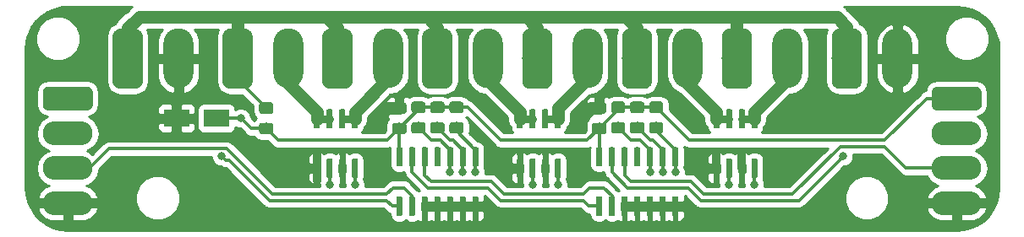
<source format=gbr>
G04 #@! TF.GenerationSoftware,KiCad,Pcbnew,(5.0.1-3-g963ef8bb5)*
G04 #@! TF.CreationDate,2020-01-09T21:08:13+01:00*
G04 #@! TF.ProjectId,WS2801_ledmodule_rev2,5753323830315F6C65646D6F64756C65,rev?*
G04 #@! TF.SameCoordinates,Original*
G04 #@! TF.FileFunction,Copper,L1,Top,Signal*
G04 #@! TF.FilePolarity,Positive*
%FSLAX46Y46*%
G04 Gerber Fmt 4.6, Leading zero omitted, Abs format (unit mm)*
G04 Created by KiCad (PCBNEW (5.0.1-3-g963ef8bb5)) date Thursday, 09 January 2020 at 21:08:13*
%MOMM*%
%LPD*%
G01*
G04 APERTURE LIST*
G04 #@! TA.AperFunction,ComponentPad*
%ADD10O,5.000000X2.400000*%
G04 #@! TD*
G04 #@! TA.AperFunction,Conductor*
%ADD11C,0.100000*%
G04 #@! TD*
G04 #@! TA.AperFunction,ComponentPad*
%ADD12C,2.400000*%
G04 #@! TD*
G04 #@! TA.AperFunction,SMDPad,CuDef*
%ADD13C,0.600000*%
G04 #@! TD*
G04 #@! TA.AperFunction,SMDPad,CuDef*
%ADD14C,1.150000*%
G04 #@! TD*
G04 #@! TA.AperFunction,SMDPad,CuDef*
%ADD15R,2.500000X1.800000*%
G04 #@! TD*
G04 #@! TA.AperFunction,ComponentPad*
%ADD16O,3.000000X6.000000*%
G04 #@! TD*
G04 #@! TA.AperFunction,ComponentPad*
%ADD17C,3.000000*%
G04 #@! TD*
G04 #@! TA.AperFunction,ViaPad*
%ADD18C,0.800000*%
G04 #@! TD*
G04 #@! TA.AperFunction,Conductor*
%ADD19C,0.812800*%
G04 #@! TD*
G04 #@! TA.AperFunction,Conductor*
%ADD20C,1.270000*%
G04 #@! TD*
G04 #@! TA.AperFunction,Conductor*
%ADD21C,0.300000*%
G04 #@! TD*
G04 #@! TA.AperFunction,Conductor*
%ADD22C,0.800000*%
G04 #@! TD*
G04 #@! TA.AperFunction,Conductor*
%ADD23C,0.254000*%
G04 #@! TD*
G04 APERTURE END LIST*
D10*
G04 #@! TO.P,GND   Dat   Clk   5V,4*
G04 #@! TO.N,GND*
X170000000Y-55500000D03*
G04 #@! TO.P,GND   Dat   Clk   5V,3*
G04 #@! TO.N,/Data_In*
X170000000Y-52000000D03*
G04 #@! TO.P,GND   Dat   Clk   5V,2*
G04 #@! TO.N,/Clock_In*
X170000000Y-48500000D03*
D11*
G04 #@! TD*
G04 #@! TO.N,/Vcc*
G04 #@! TO.C,GND   Dat   Clk   5V*
G36*
X171958810Y-43802889D02*
X172017054Y-43811529D01*
X172074171Y-43825836D01*
X172129610Y-43845672D01*
X172182838Y-43870847D01*
X172233342Y-43901118D01*
X172280636Y-43936194D01*
X172324264Y-43975736D01*
X172363806Y-44019364D01*
X172398882Y-44066658D01*
X172429153Y-44117162D01*
X172454328Y-44170390D01*
X172474164Y-44225829D01*
X172488471Y-44282946D01*
X172497111Y-44341190D01*
X172500000Y-44400000D01*
X172500000Y-45600000D01*
X172497111Y-45658810D01*
X172488471Y-45717054D01*
X172474164Y-45774171D01*
X172454328Y-45829610D01*
X172429153Y-45882838D01*
X172398882Y-45933342D01*
X172363806Y-45980636D01*
X172324264Y-46024264D01*
X172280636Y-46063806D01*
X172233342Y-46098882D01*
X172182838Y-46129153D01*
X172129610Y-46154328D01*
X172074171Y-46174164D01*
X172017054Y-46188471D01*
X171958810Y-46197111D01*
X171900000Y-46200000D01*
X168100000Y-46200000D01*
X168041190Y-46197111D01*
X167982946Y-46188471D01*
X167925829Y-46174164D01*
X167870390Y-46154328D01*
X167817162Y-46129153D01*
X167766658Y-46098882D01*
X167719364Y-46063806D01*
X167675736Y-46024264D01*
X167636194Y-45980636D01*
X167601118Y-45933342D01*
X167570847Y-45882838D01*
X167545672Y-45829610D01*
X167525836Y-45774171D01*
X167511529Y-45717054D01*
X167502889Y-45658810D01*
X167500000Y-45600000D01*
X167500000Y-44400000D01*
X167502889Y-44341190D01*
X167511529Y-44282946D01*
X167525836Y-44225829D01*
X167545672Y-44170390D01*
X167570847Y-44117162D01*
X167601118Y-44066658D01*
X167636194Y-44019364D01*
X167675736Y-43975736D01*
X167719364Y-43936194D01*
X167766658Y-43901118D01*
X167817162Y-43870847D01*
X167870390Y-43845672D01*
X167925829Y-43825836D01*
X167982946Y-43811529D01*
X168041190Y-43802889D01*
X168100000Y-43800000D01*
X171900000Y-43800000D01*
X171958810Y-43802889D01*
X171958810Y-43802889D01*
G37*
D12*
G04 #@! TO.P,GND   Dat   Clk   5V,1*
G04 #@! TO.N,/Vcc*
X170000000Y-45000000D03*
G04 #@! TD*
D10*
G04 #@! TO.P,5V   Clk   Dat   GND,4*
G04 #@! TO.N,GND*
X259000000Y-55500000D03*
G04 #@! TO.P,5V   Clk   Dat   GND,3*
G04 #@! TO.N,/Data_Out*
X259000000Y-52000000D03*
G04 #@! TO.P,5V   Clk   Dat   GND,2*
G04 #@! TO.N,/Clock_Out*
X259000000Y-48500000D03*
D11*
G04 #@! TD*
G04 #@! TO.N,/Vcc*
G04 #@! TO.C,5V   Clk   Dat   GND*
G36*
X260958810Y-43802889D02*
X261017054Y-43811529D01*
X261074171Y-43825836D01*
X261129610Y-43845672D01*
X261182838Y-43870847D01*
X261233342Y-43901118D01*
X261280636Y-43936194D01*
X261324264Y-43975736D01*
X261363806Y-44019364D01*
X261398882Y-44066658D01*
X261429153Y-44117162D01*
X261454328Y-44170390D01*
X261474164Y-44225829D01*
X261488471Y-44282946D01*
X261497111Y-44341190D01*
X261500000Y-44400000D01*
X261500000Y-45600000D01*
X261497111Y-45658810D01*
X261488471Y-45717054D01*
X261474164Y-45774171D01*
X261454328Y-45829610D01*
X261429153Y-45882838D01*
X261398882Y-45933342D01*
X261363806Y-45980636D01*
X261324264Y-46024264D01*
X261280636Y-46063806D01*
X261233342Y-46098882D01*
X261182838Y-46129153D01*
X261129610Y-46154328D01*
X261074171Y-46174164D01*
X261017054Y-46188471D01*
X260958810Y-46197111D01*
X260900000Y-46200000D01*
X257100000Y-46200000D01*
X257041190Y-46197111D01*
X256982946Y-46188471D01*
X256925829Y-46174164D01*
X256870390Y-46154328D01*
X256817162Y-46129153D01*
X256766658Y-46098882D01*
X256719364Y-46063806D01*
X256675736Y-46024264D01*
X256636194Y-45980636D01*
X256601118Y-45933342D01*
X256570847Y-45882838D01*
X256545672Y-45829610D01*
X256525836Y-45774171D01*
X256511529Y-45717054D01*
X256502889Y-45658810D01*
X256500000Y-45600000D01*
X256500000Y-44400000D01*
X256502889Y-44341190D01*
X256511529Y-44282946D01*
X256525836Y-44225829D01*
X256545672Y-44170390D01*
X256570847Y-44117162D01*
X256601118Y-44066658D01*
X256636194Y-44019364D01*
X256675736Y-43975736D01*
X256719364Y-43936194D01*
X256766658Y-43901118D01*
X256817162Y-43870847D01*
X256870390Y-43845672D01*
X256925829Y-43825836D01*
X256982946Y-43811529D01*
X257041190Y-43802889D01*
X257100000Y-43800000D01*
X260900000Y-43800000D01*
X260958810Y-43802889D01*
X260958810Y-43802889D01*
G37*
D12*
G04 #@! TO.P,5V   Clk   Dat   GND,1*
G04 #@! TO.N,/Vcc*
X259000000Y-45000000D03*
G04 #@! TD*
D11*
G04 #@! TO.N,GND*
G04 #@! TO.C,Q1*
G36*
X195109703Y-51030722D02*
X195124264Y-51032882D01*
X195138543Y-51036459D01*
X195152403Y-51041418D01*
X195165710Y-51047712D01*
X195178336Y-51055280D01*
X195190159Y-51064048D01*
X195201066Y-51073934D01*
X195210952Y-51084841D01*
X195219720Y-51096664D01*
X195227288Y-51109290D01*
X195233582Y-51122597D01*
X195238541Y-51136457D01*
X195242118Y-51150736D01*
X195244278Y-51165297D01*
X195245000Y-51180000D01*
X195245000Y-52830000D01*
X195244278Y-52844703D01*
X195242118Y-52859264D01*
X195238541Y-52873543D01*
X195233582Y-52887403D01*
X195227288Y-52900710D01*
X195219720Y-52913336D01*
X195210952Y-52925159D01*
X195201066Y-52936066D01*
X195190159Y-52945952D01*
X195178336Y-52954720D01*
X195165710Y-52962288D01*
X195152403Y-52968582D01*
X195138543Y-52973541D01*
X195124264Y-52977118D01*
X195109703Y-52979278D01*
X195095000Y-52980000D01*
X194795000Y-52980000D01*
X194780297Y-52979278D01*
X194765736Y-52977118D01*
X194751457Y-52973541D01*
X194737597Y-52968582D01*
X194724290Y-52962288D01*
X194711664Y-52954720D01*
X194699841Y-52945952D01*
X194688934Y-52936066D01*
X194679048Y-52925159D01*
X194670280Y-52913336D01*
X194662712Y-52900710D01*
X194656418Y-52887403D01*
X194651459Y-52873543D01*
X194647882Y-52859264D01*
X194645722Y-52844703D01*
X194645000Y-52830000D01*
X194645000Y-51180000D01*
X194645722Y-51165297D01*
X194647882Y-51150736D01*
X194651459Y-51136457D01*
X194656418Y-51122597D01*
X194662712Y-51109290D01*
X194670280Y-51096664D01*
X194679048Y-51084841D01*
X194688934Y-51073934D01*
X194699841Y-51064048D01*
X194711664Y-51055280D01*
X194724290Y-51047712D01*
X194737597Y-51041418D01*
X194751457Y-51036459D01*
X194765736Y-51032882D01*
X194780297Y-51030722D01*
X194795000Y-51030000D01*
X195095000Y-51030000D01*
X195109703Y-51030722D01*
X195109703Y-51030722D01*
G37*
D13*
G04 #@! TD*
G04 #@! TO.P,Q1,1*
G04 #@! TO.N,GND*
X194945000Y-52005000D03*
D11*
G04 #@! TO.N,/LED1*
G04 #@! TO.C,Q1*
G36*
X196379703Y-51030722D02*
X196394264Y-51032882D01*
X196408543Y-51036459D01*
X196422403Y-51041418D01*
X196435710Y-51047712D01*
X196448336Y-51055280D01*
X196460159Y-51064048D01*
X196471066Y-51073934D01*
X196480952Y-51084841D01*
X196489720Y-51096664D01*
X196497288Y-51109290D01*
X196503582Y-51122597D01*
X196508541Y-51136457D01*
X196512118Y-51150736D01*
X196514278Y-51165297D01*
X196515000Y-51180000D01*
X196515000Y-52830000D01*
X196514278Y-52844703D01*
X196512118Y-52859264D01*
X196508541Y-52873543D01*
X196503582Y-52887403D01*
X196497288Y-52900710D01*
X196489720Y-52913336D01*
X196480952Y-52925159D01*
X196471066Y-52936066D01*
X196460159Y-52945952D01*
X196448336Y-52954720D01*
X196435710Y-52962288D01*
X196422403Y-52968582D01*
X196408543Y-52973541D01*
X196394264Y-52977118D01*
X196379703Y-52979278D01*
X196365000Y-52980000D01*
X196065000Y-52980000D01*
X196050297Y-52979278D01*
X196035736Y-52977118D01*
X196021457Y-52973541D01*
X196007597Y-52968582D01*
X195994290Y-52962288D01*
X195981664Y-52954720D01*
X195969841Y-52945952D01*
X195958934Y-52936066D01*
X195949048Y-52925159D01*
X195940280Y-52913336D01*
X195932712Y-52900710D01*
X195926418Y-52887403D01*
X195921459Y-52873543D01*
X195917882Y-52859264D01*
X195915722Y-52844703D01*
X195915000Y-52830000D01*
X195915000Y-51180000D01*
X195915722Y-51165297D01*
X195917882Y-51150736D01*
X195921459Y-51136457D01*
X195926418Y-51122597D01*
X195932712Y-51109290D01*
X195940280Y-51096664D01*
X195949048Y-51084841D01*
X195958934Y-51073934D01*
X195969841Y-51064048D01*
X195981664Y-51055280D01*
X195994290Y-51047712D01*
X196007597Y-51041418D01*
X196021457Y-51036459D01*
X196035736Y-51032882D01*
X196050297Y-51030722D01*
X196065000Y-51030000D01*
X196365000Y-51030000D01*
X196379703Y-51030722D01*
X196379703Y-51030722D01*
G37*
D13*
G04 #@! TD*
G04 #@! TO.P,Q1,2*
G04 #@! TO.N,/LED1*
X196215000Y-52005000D03*
D11*
G04 #@! TO.N,GND*
G04 #@! TO.C,Q1*
G36*
X197649703Y-51030722D02*
X197664264Y-51032882D01*
X197678543Y-51036459D01*
X197692403Y-51041418D01*
X197705710Y-51047712D01*
X197718336Y-51055280D01*
X197730159Y-51064048D01*
X197741066Y-51073934D01*
X197750952Y-51084841D01*
X197759720Y-51096664D01*
X197767288Y-51109290D01*
X197773582Y-51122597D01*
X197778541Y-51136457D01*
X197782118Y-51150736D01*
X197784278Y-51165297D01*
X197785000Y-51180000D01*
X197785000Y-52830000D01*
X197784278Y-52844703D01*
X197782118Y-52859264D01*
X197778541Y-52873543D01*
X197773582Y-52887403D01*
X197767288Y-52900710D01*
X197759720Y-52913336D01*
X197750952Y-52925159D01*
X197741066Y-52936066D01*
X197730159Y-52945952D01*
X197718336Y-52954720D01*
X197705710Y-52962288D01*
X197692403Y-52968582D01*
X197678543Y-52973541D01*
X197664264Y-52977118D01*
X197649703Y-52979278D01*
X197635000Y-52980000D01*
X197335000Y-52980000D01*
X197320297Y-52979278D01*
X197305736Y-52977118D01*
X197291457Y-52973541D01*
X197277597Y-52968582D01*
X197264290Y-52962288D01*
X197251664Y-52954720D01*
X197239841Y-52945952D01*
X197228934Y-52936066D01*
X197219048Y-52925159D01*
X197210280Y-52913336D01*
X197202712Y-52900710D01*
X197196418Y-52887403D01*
X197191459Y-52873543D01*
X197187882Y-52859264D01*
X197185722Y-52844703D01*
X197185000Y-52830000D01*
X197185000Y-51180000D01*
X197185722Y-51165297D01*
X197187882Y-51150736D01*
X197191459Y-51136457D01*
X197196418Y-51122597D01*
X197202712Y-51109290D01*
X197210280Y-51096664D01*
X197219048Y-51084841D01*
X197228934Y-51073934D01*
X197239841Y-51064048D01*
X197251664Y-51055280D01*
X197264290Y-51047712D01*
X197277597Y-51041418D01*
X197291457Y-51036459D01*
X197305736Y-51032882D01*
X197320297Y-51030722D01*
X197335000Y-51030000D01*
X197635000Y-51030000D01*
X197649703Y-51030722D01*
X197649703Y-51030722D01*
G37*
D13*
G04 #@! TD*
G04 #@! TO.P,Q1,3*
G04 #@! TO.N,GND*
X197485000Y-52005000D03*
D11*
G04 #@! TO.N,/LED2*
G04 #@! TO.C,Q1*
G36*
X198919703Y-51030722D02*
X198934264Y-51032882D01*
X198948543Y-51036459D01*
X198962403Y-51041418D01*
X198975710Y-51047712D01*
X198988336Y-51055280D01*
X199000159Y-51064048D01*
X199011066Y-51073934D01*
X199020952Y-51084841D01*
X199029720Y-51096664D01*
X199037288Y-51109290D01*
X199043582Y-51122597D01*
X199048541Y-51136457D01*
X199052118Y-51150736D01*
X199054278Y-51165297D01*
X199055000Y-51180000D01*
X199055000Y-52830000D01*
X199054278Y-52844703D01*
X199052118Y-52859264D01*
X199048541Y-52873543D01*
X199043582Y-52887403D01*
X199037288Y-52900710D01*
X199029720Y-52913336D01*
X199020952Y-52925159D01*
X199011066Y-52936066D01*
X199000159Y-52945952D01*
X198988336Y-52954720D01*
X198975710Y-52962288D01*
X198962403Y-52968582D01*
X198948543Y-52973541D01*
X198934264Y-52977118D01*
X198919703Y-52979278D01*
X198905000Y-52980000D01*
X198605000Y-52980000D01*
X198590297Y-52979278D01*
X198575736Y-52977118D01*
X198561457Y-52973541D01*
X198547597Y-52968582D01*
X198534290Y-52962288D01*
X198521664Y-52954720D01*
X198509841Y-52945952D01*
X198498934Y-52936066D01*
X198489048Y-52925159D01*
X198480280Y-52913336D01*
X198472712Y-52900710D01*
X198466418Y-52887403D01*
X198461459Y-52873543D01*
X198457882Y-52859264D01*
X198455722Y-52844703D01*
X198455000Y-52830000D01*
X198455000Y-51180000D01*
X198455722Y-51165297D01*
X198457882Y-51150736D01*
X198461459Y-51136457D01*
X198466418Y-51122597D01*
X198472712Y-51109290D01*
X198480280Y-51096664D01*
X198489048Y-51084841D01*
X198498934Y-51073934D01*
X198509841Y-51064048D01*
X198521664Y-51055280D01*
X198534290Y-51047712D01*
X198547597Y-51041418D01*
X198561457Y-51036459D01*
X198575736Y-51032882D01*
X198590297Y-51030722D01*
X198605000Y-51030000D01*
X198905000Y-51030000D01*
X198919703Y-51030722D01*
X198919703Y-51030722D01*
G37*
D13*
G04 #@! TD*
G04 #@! TO.P,Q1,4*
G04 #@! TO.N,/LED2*
X198755000Y-52005000D03*
D11*
G04 #@! TO.N,Net-(J3-Pad2)*
G04 #@! TO.C,Q1*
G36*
X198919703Y-46080722D02*
X198934264Y-46082882D01*
X198948543Y-46086459D01*
X198962403Y-46091418D01*
X198975710Y-46097712D01*
X198988336Y-46105280D01*
X199000159Y-46114048D01*
X199011066Y-46123934D01*
X199020952Y-46134841D01*
X199029720Y-46146664D01*
X199037288Y-46159290D01*
X199043582Y-46172597D01*
X199048541Y-46186457D01*
X199052118Y-46200736D01*
X199054278Y-46215297D01*
X199055000Y-46230000D01*
X199055000Y-47880000D01*
X199054278Y-47894703D01*
X199052118Y-47909264D01*
X199048541Y-47923543D01*
X199043582Y-47937403D01*
X199037288Y-47950710D01*
X199029720Y-47963336D01*
X199020952Y-47975159D01*
X199011066Y-47986066D01*
X199000159Y-47995952D01*
X198988336Y-48004720D01*
X198975710Y-48012288D01*
X198962403Y-48018582D01*
X198948543Y-48023541D01*
X198934264Y-48027118D01*
X198919703Y-48029278D01*
X198905000Y-48030000D01*
X198605000Y-48030000D01*
X198590297Y-48029278D01*
X198575736Y-48027118D01*
X198561457Y-48023541D01*
X198547597Y-48018582D01*
X198534290Y-48012288D01*
X198521664Y-48004720D01*
X198509841Y-47995952D01*
X198498934Y-47986066D01*
X198489048Y-47975159D01*
X198480280Y-47963336D01*
X198472712Y-47950710D01*
X198466418Y-47937403D01*
X198461459Y-47923543D01*
X198457882Y-47909264D01*
X198455722Y-47894703D01*
X198455000Y-47880000D01*
X198455000Y-46230000D01*
X198455722Y-46215297D01*
X198457882Y-46200736D01*
X198461459Y-46186457D01*
X198466418Y-46172597D01*
X198472712Y-46159290D01*
X198480280Y-46146664D01*
X198489048Y-46134841D01*
X198498934Y-46123934D01*
X198509841Y-46114048D01*
X198521664Y-46105280D01*
X198534290Y-46097712D01*
X198547597Y-46091418D01*
X198561457Y-46086459D01*
X198575736Y-46082882D01*
X198590297Y-46080722D01*
X198605000Y-46080000D01*
X198905000Y-46080000D01*
X198919703Y-46080722D01*
X198919703Y-46080722D01*
G37*
D13*
G04 #@! TD*
G04 #@! TO.P,Q1,5*
G04 #@! TO.N,Net-(J3-Pad2)*
X198755000Y-47055000D03*
D11*
G04 #@! TO.N,Net-(J3-Pad2)*
G04 #@! TO.C,Q1*
G36*
X197649703Y-46080722D02*
X197664264Y-46082882D01*
X197678543Y-46086459D01*
X197692403Y-46091418D01*
X197705710Y-46097712D01*
X197718336Y-46105280D01*
X197730159Y-46114048D01*
X197741066Y-46123934D01*
X197750952Y-46134841D01*
X197759720Y-46146664D01*
X197767288Y-46159290D01*
X197773582Y-46172597D01*
X197778541Y-46186457D01*
X197782118Y-46200736D01*
X197784278Y-46215297D01*
X197785000Y-46230000D01*
X197785000Y-47880000D01*
X197784278Y-47894703D01*
X197782118Y-47909264D01*
X197778541Y-47923543D01*
X197773582Y-47937403D01*
X197767288Y-47950710D01*
X197759720Y-47963336D01*
X197750952Y-47975159D01*
X197741066Y-47986066D01*
X197730159Y-47995952D01*
X197718336Y-48004720D01*
X197705710Y-48012288D01*
X197692403Y-48018582D01*
X197678543Y-48023541D01*
X197664264Y-48027118D01*
X197649703Y-48029278D01*
X197635000Y-48030000D01*
X197335000Y-48030000D01*
X197320297Y-48029278D01*
X197305736Y-48027118D01*
X197291457Y-48023541D01*
X197277597Y-48018582D01*
X197264290Y-48012288D01*
X197251664Y-48004720D01*
X197239841Y-47995952D01*
X197228934Y-47986066D01*
X197219048Y-47975159D01*
X197210280Y-47963336D01*
X197202712Y-47950710D01*
X197196418Y-47937403D01*
X197191459Y-47923543D01*
X197187882Y-47909264D01*
X197185722Y-47894703D01*
X197185000Y-47880000D01*
X197185000Y-46230000D01*
X197185722Y-46215297D01*
X197187882Y-46200736D01*
X197191459Y-46186457D01*
X197196418Y-46172597D01*
X197202712Y-46159290D01*
X197210280Y-46146664D01*
X197219048Y-46134841D01*
X197228934Y-46123934D01*
X197239841Y-46114048D01*
X197251664Y-46105280D01*
X197264290Y-46097712D01*
X197277597Y-46091418D01*
X197291457Y-46086459D01*
X197305736Y-46082882D01*
X197320297Y-46080722D01*
X197335000Y-46080000D01*
X197635000Y-46080000D01*
X197649703Y-46080722D01*
X197649703Y-46080722D01*
G37*
D13*
G04 #@! TD*
G04 #@! TO.P,Q1,6*
G04 #@! TO.N,Net-(J3-Pad2)*
X197485000Y-47055000D03*
D11*
G04 #@! TO.N,Net-(J2-Pad2)*
G04 #@! TO.C,Q1*
G36*
X196379703Y-46080722D02*
X196394264Y-46082882D01*
X196408543Y-46086459D01*
X196422403Y-46091418D01*
X196435710Y-46097712D01*
X196448336Y-46105280D01*
X196460159Y-46114048D01*
X196471066Y-46123934D01*
X196480952Y-46134841D01*
X196489720Y-46146664D01*
X196497288Y-46159290D01*
X196503582Y-46172597D01*
X196508541Y-46186457D01*
X196512118Y-46200736D01*
X196514278Y-46215297D01*
X196515000Y-46230000D01*
X196515000Y-47880000D01*
X196514278Y-47894703D01*
X196512118Y-47909264D01*
X196508541Y-47923543D01*
X196503582Y-47937403D01*
X196497288Y-47950710D01*
X196489720Y-47963336D01*
X196480952Y-47975159D01*
X196471066Y-47986066D01*
X196460159Y-47995952D01*
X196448336Y-48004720D01*
X196435710Y-48012288D01*
X196422403Y-48018582D01*
X196408543Y-48023541D01*
X196394264Y-48027118D01*
X196379703Y-48029278D01*
X196365000Y-48030000D01*
X196065000Y-48030000D01*
X196050297Y-48029278D01*
X196035736Y-48027118D01*
X196021457Y-48023541D01*
X196007597Y-48018582D01*
X195994290Y-48012288D01*
X195981664Y-48004720D01*
X195969841Y-47995952D01*
X195958934Y-47986066D01*
X195949048Y-47975159D01*
X195940280Y-47963336D01*
X195932712Y-47950710D01*
X195926418Y-47937403D01*
X195921459Y-47923543D01*
X195917882Y-47909264D01*
X195915722Y-47894703D01*
X195915000Y-47880000D01*
X195915000Y-46230000D01*
X195915722Y-46215297D01*
X195917882Y-46200736D01*
X195921459Y-46186457D01*
X195926418Y-46172597D01*
X195932712Y-46159290D01*
X195940280Y-46146664D01*
X195949048Y-46134841D01*
X195958934Y-46123934D01*
X195969841Y-46114048D01*
X195981664Y-46105280D01*
X195994290Y-46097712D01*
X196007597Y-46091418D01*
X196021457Y-46086459D01*
X196035736Y-46082882D01*
X196050297Y-46080722D01*
X196065000Y-46080000D01*
X196365000Y-46080000D01*
X196379703Y-46080722D01*
X196379703Y-46080722D01*
G37*
D13*
G04 #@! TD*
G04 #@! TO.P,Q1,7*
G04 #@! TO.N,Net-(J2-Pad2)*
X196215000Y-47055000D03*
D11*
G04 #@! TO.N,Net-(J2-Pad2)*
G04 #@! TO.C,Q1*
G36*
X195109703Y-46080722D02*
X195124264Y-46082882D01*
X195138543Y-46086459D01*
X195152403Y-46091418D01*
X195165710Y-46097712D01*
X195178336Y-46105280D01*
X195190159Y-46114048D01*
X195201066Y-46123934D01*
X195210952Y-46134841D01*
X195219720Y-46146664D01*
X195227288Y-46159290D01*
X195233582Y-46172597D01*
X195238541Y-46186457D01*
X195242118Y-46200736D01*
X195244278Y-46215297D01*
X195245000Y-46230000D01*
X195245000Y-47880000D01*
X195244278Y-47894703D01*
X195242118Y-47909264D01*
X195238541Y-47923543D01*
X195233582Y-47937403D01*
X195227288Y-47950710D01*
X195219720Y-47963336D01*
X195210952Y-47975159D01*
X195201066Y-47986066D01*
X195190159Y-47995952D01*
X195178336Y-48004720D01*
X195165710Y-48012288D01*
X195152403Y-48018582D01*
X195138543Y-48023541D01*
X195124264Y-48027118D01*
X195109703Y-48029278D01*
X195095000Y-48030000D01*
X194795000Y-48030000D01*
X194780297Y-48029278D01*
X194765736Y-48027118D01*
X194751457Y-48023541D01*
X194737597Y-48018582D01*
X194724290Y-48012288D01*
X194711664Y-48004720D01*
X194699841Y-47995952D01*
X194688934Y-47986066D01*
X194679048Y-47975159D01*
X194670280Y-47963336D01*
X194662712Y-47950710D01*
X194656418Y-47937403D01*
X194651459Y-47923543D01*
X194647882Y-47909264D01*
X194645722Y-47894703D01*
X194645000Y-47880000D01*
X194645000Y-46230000D01*
X194645722Y-46215297D01*
X194647882Y-46200736D01*
X194651459Y-46186457D01*
X194656418Y-46172597D01*
X194662712Y-46159290D01*
X194670280Y-46146664D01*
X194679048Y-46134841D01*
X194688934Y-46123934D01*
X194699841Y-46114048D01*
X194711664Y-46105280D01*
X194724290Y-46097712D01*
X194737597Y-46091418D01*
X194751457Y-46086459D01*
X194765736Y-46082882D01*
X194780297Y-46080722D01*
X194795000Y-46080000D01*
X195095000Y-46080000D01*
X195109703Y-46080722D01*
X195109703Y-46080722D01*
G37*
D13*
G04 #@! TD*
G04 #@! TO.P,Q1,8*
G04 #@! TO.N,Net-(J2-Pad2)*
X194945000Y-47055000D03*
D11*
G04 #@! TO.N,/Clock_In*
G04 #@! TO.C,IC1*
G36*
X203364703Y-54840722D02*
X203379264Y-54842882D01*
X203393543Y-54846459D01*
X203407403Y-54851418D01*
X203420710Y-54857712D01*
X203433336Y-54865280D01*
X203445159Y-54874048D01*
X203456066Y-54883934D01*
X203465952Y-54894841D01*
X203474720Y-54906664D01*
X203482288Y-54919290D01*
X203488582Y-54932597D01*
X203493541Y-54946457D01*
X203497118Y-54960736D01*
X203499278Y-54975297D01*
X203500000Y-54990000D01*
X203500000Y-56640000D01*
X203499278Y-56654703D01*
X203497118Y-56669264D01*
X203493541Y-56683543D01*
X203488582Y-56697403D01*
X203482288Y-56710710D01*
X203474720Y-56723336D01*
X203465952Y-56735159D01*
X203456066Y-56746066D01*
X203445159Y-56755952D01*
X203433336Y-56764720D01*
X203420710Y-56772288D01*
X203407403Y-56778582D01*
X203393543Y-56783541D01*
X203379264Y-56787118D01*
X203364703Y-56789278D01*
X203350000Y-56790000D01*
X203050000Y-56790000D01*
X203035297Y-56789278D01*
X203020736Y-56787118D01*
X203006457Y-56783541D01*
X202992597Y-56778582D01*
X202979290Y-56772288D01*
X202966664Y-56764720D01*
X202954841Y-56755952D01*
X202943934Y-56746066D01*
X202934048Y-56735159D01*
X202925280Y-56723336D01*
X202917712Y-56710710D01*
X202911418Y-56697403D01*
X202906459Y-56683543D01*
X202902882Y-56669264D01*
X202900722Y-56654703D01*
X202900000Y-56640000D01*
X202900000Y-54990000D01*
X202900722Y-54975297D01*
X202902882Y-54960736D01*
X202906459Y-54946457D01*
X202911418Y-54932597D01*
X202917712Y-54919290D01*
X202925280Y-54906664D01*
X202934048Y-54894841D01*
X202943934Y-54883934D01*
X202954841Y-54874048D01*
X202966664Y-54865280D01*
X202979290Y-54857712D01*
X202992597Y-54851418D01*
X203006457Y-54846459D01*
X203020736Y-54842882D01*
X203035297Y-54840722D01*
X203050000Y-54840000D01*
X203350000Y-54840000D01*
X203364703Y-54840722D01*
X203364703Y-54840722D01*
G37*
D13*
G04 #@! TD*
G04 #@! TO.P,IC1,1*
G04 #@! TO.N,/Clock_In*
X203200000Y-55815000D03*
D11*
G04 #@! TO.N,/Data_In*
G04 #@! TO.C,IC1*
G36*
X204634703Y-54840722D02*
X204649264Y-54842882D01*
X204663543Y-54846459D01*
X204677403Y-54851418D01*
X204690710Y-54857712D01*
X204703336Y-54865280D01*
X204715159Y-54874048D01*
X204726066Y-54883934D01*
X204735952Y-54894841D01*
X204744720Y-54906664D01*
X204752288Y-54919290D01*
X204758582Y-54932597D01*
X204763541Y-54946457D01*
X204767118Y-54960736D01*
X204769278Y-54975297D01*
X204770000Y-54990000D01*
X204770000Y-56640000D01*
X204769278Y-56654703D01*
X204767118Y-56669264D01*
X204763541Y-56683543D01*
X204758582Y-56697403D01*
X204752288Y-56710710D01*
X204744720Y-56723336D01*
X204735952Y-56735159D01*
X204726066Y-56746066D01*
X204715159Y-56755952D01*
X204703336Y-56764720D01*
X204690710Y-56772288D01*
X204677403Y-56778582D01*
X204663543Y-56783541D01*
X204649264Y-56787118D01*
X204634703Y-56789278D01*
X204620000Y-56790000D01*
X204320000Y-56790000D01*
X204305297Y-56789278D01*
X204290736Y-56787118D01*
X204276457Y-56783541D01*
X204262597Y-56778582D01*
X204249290Y-56772288D01*
X204236664Y-56764720D01*
X204224841Y-56755952D01*
X204213934Y-56746066D01*
X204204048Y-56735159D01*
X204195280Y-56723336D01*
X204187712Y-56710710D01*
X204181418Y-56697403D01*
X204176459Y-56683543D01*
X204172882Y-56669264D01*
X204170722Y-56654703D01*
X204170000Y-56640000D01*
X204170000Y-54990000D01*
X204170722Y-54975297D01*
X204172882Y-54960736D01*
X204176459Y-54946457D01*
X204181418Y-54932597D01*
X204187712Y-54919290D01*
X204195280Y-54906664D01*
X204204048Y-54894841D01*
X204213934Y-54883934D01*
X204224841Y-54874048D01*
X204236664Y-54865280D01*
X204249290Y-54857712D01*
X204262597Y-54851418D01*
X204276457Y-54846459D01*
X204290736Y-54842882D01*
X204305297Y-54840722D01*
X204320000Y-54840000D01*
X204620000Y-54840000D01*
X204634703Y-54840722D01*
X204634703Y-54840722D01*
G37*
D13*
G04 #@! TD*
G04 #@! TO.P,IC1,2*
G04 #@! TO.N,/Data_In*
X204470000Y-55815000D03*
D11*
G04 #@! TO.N,GND*
G04 #@! TO.C,IC1*
G36*
X205904703Y-54840722D02*
X205919264Y-54842882D01*
X205933543Y-54846459D01*
X205947403Y-54851418D01*
X205960710Y-54857712D01*
X205973336Y-54865280D01*
X205985159Y-54874048D01*
X205996066Y-54883934D01*
X206005952Y-54894841D01*
X206014720Y-54906664D01*
X206022288Y-54919290D01*
X206028582Y-54932597D01*
X206033541Y-54946457D01*
X206037118Y-54960736D01*
X206039278Y-54975297D01*
X206040000Y-54990000D01*
X206040000Y-56640000D01*
X206039278Y-56654703D01*
X206037118Y-56669264D01*
X206033541Y-56683543D01*
X206028582Y-56697403D01*
X206022288Y-56710710D01*
X206014720Y-56723336D01*
X206005952Y-56735159D01*
X205996066Y-56746066D01*
X205985159Y-56755952D01*
X205973336Y-56764720D01*
X205960710Y-56772288D01*
X205947403Y-56778582D01*
X205933543Y-56783541D01*
X205919264Y-56787118D01*
X205904703Y-56789278D01*
X205890000Y-56790000D01*
X205590000Y-56790000D01*
X205575297Y-56789278D01*
X205560736Y-56787118D01*
X205546457Y-56783541D01*
X205532597Y-56778582D01*
X205519290Y-56772288D01*
X205506664Y-56764720D01*
X205494841Y-56755952D01*
X205483934Y-56746066D01*
X205474048Y-56735159D01*
X205465280Y-56723336D01*
X205457712Y-56710710D01*
X205451418Y-56697403D01*
X205446459Y-56683543D01*
X205442882Y-56669264D01*
X205440722Y-56654703D01*
X205440000Y-56640000D01*
X205440000Y-54990000D01*
X205440722Y-54975297D01*
X205442882Y-54960736D01*
X205446459Y-54946457D01*
X205451418Y-54932597D01*
X205457712Y-54919290D01*
X205465280Y-54906664D01*
X205474048Y-54894841D01*
X205483934Y-54883934D01*
X205494841Y-54874048D01*
X205506664Y-54865280D01*
X205519290Y-54857712D01*
X205532597Y-54851418D01*
X205546457Y-54846459D01*
X205560736Y-54842882D01*
X205575297Y-54840722D01*
X205590000Y-54840000D01*
X205890000Y-54840000D01*
X205904703Y-54840722D01*
X205904703Y-54840722D01*
G37*
D13*
G04 #@! TD*
G04 #@! TO.P,IC1,3*
G04 #@! TO.N,GND*
X205740000Y-55815000D03*
D11*
G04 #@! TO.N,GND*
G04 #@! TO.C,IC1*
G36*
X207174703Y-54840722D02*
X207189264Y-54842882D01*
X207203543Y-54846459D01*
X207217403Y-54851418D01*
X207230710Y-54857712D01*
X207243336Y-54865280D01*
X207255159Y-54874048D01*
X207266066Y-54883934D01*
X207275952Y-54894841D01*
X207284720Y-54906664D01*
X207292288Y-54919290D01*
X207298582Y-54932597D01*
X207303541Y-54946457D01*
X207307118Y-54960736D01*
X207309278Y-54975297D01*
X207310000Y-54990000D01*
X207310000Y-56640000D01*
X207309278Y-56654703D01*
X207307118Y-56669264D01*
X207303541Y-56683543D01*
X207298582Y-56697403D01*
X207292288Y-56710710D01*
X207284720Y-56723336D01*
X207275952Y-56735159D01*
X207266066Y-56746066D01*
X207255159Y-56755952D01*
X207243336Y-56764720D01*
X207230710Y-56772288D01*
X207217403Y-56778582D01*
X207203543Y-56783541D01*
X207189264Y-56787118D01*
X207174703Y-56789278D01*
X207160000Y-56790000D01*
X206860000Y-56790000D01*
X206845297Y-56789278D01*
X206830736Y-56787118D01*
X206816457Y-56783541D01*
X206802597Y-56778582D01*
X206789290Y-56772288D01*
X206776664Y-56764720D01*
X206764841Y-56755952D01*
X206753934Y-56746066D01*
X206744048Y-56735159D01*
X206735280Y-56723336D01*
X206727712Y-56710710D01*
X206721418Y-56697403D01*
X206716459Y-56683543D01*
X206712882Y-56669264D01*
X206710722Y-56654703D01*
X206710000Y-56640000D01*
X206710000Y-54990000D01*
X206710722Y-54975297D01*
X206712882Y-54960736D01*
X206716459Y-54946457D01*
X206721418Y-54932597D01*
X206727712Y-54919290D01*
X206735280Y-54906664D01*
X206744048Y-54894841D01*
X206753934Y-54883934D01*
X206764841Y-54874048D01*
X206776664Y-54865280D01*
X206789290Y-54857712D01*
X206802597Y-54851418D01*
X206816457Y-54846459D01*
X206830736Y-54842882D01*
X206845297Y-54840722D01*
X206860000Y-54840000D01*
X207160000Y-54840000D01*
X207174703Y-54840722D01*
X207174703Y-54840722D01*
G37*
D13*
G04 #@! TD*
G04 #@! TO.P,IC1,4*
G04 #@! TO.N,GND*
X207010000Y-55815000D03*
D11*
G04 #@! TO.N,GND*
G04 #@! TO.C,IC1*
G36*
X208444703Y-54840722D02*
X208459264Y-54842882D01*
X208473543Y-54846459D01*
X208487403Y-54851418D01*
X208500710Y-54857712D01*
X208513336Y-54865280D01*
X208525159Y-54874048D01*
X208536066Y-54883934D01*
X208545952Y-54894841D01*
X208554720Y-54906664D01*
X208562288Y-54919290D01*
X208568582Y-54932597D01*
X208573541Y-54946457D01*
X208577118Y-54960736D01*
X208579278Y-54975297D01*
X208580000Y-54990000D01*
X208580000Y-56640000D01*
X208579278Y-56654703D01*
X208577118Y-56669264D01*
X208573541Y-56683543D01*
X208568582Y-56697403D01*
X208562288Y-56710710D01*
X208554720Y-56723336D01*
X208545952Y-56735159D01*
X208536066Y-56746066D01*
X208525159Y-56755952D01*
X208513336Y-56764720D01*
X208500710Y-56772288D01*
X208487403Y-56778582D01*
X208473543Y-56783541D01*
X208459264Y-56787118D01*
X208444703Y-56789278D01*
X208430000Y-56790000D01*
X208130000Y-56790000D01*
X208115297Y-56789278D01*
X208100736Y-56787118D01*
X208086457Y-56783541D01*
X208072597Y-56778582D01*
X208059290Y-56772288D01*
X208046664Y-56764720D01*
X208034841Y-56755952D01*
X208023934Y-56746066D01*
X208014048Y-56735159D01*
X208005280Y-56723336D01*
X207997712Y-56710710D01*
X207991418Y-56697403D01*
X207986459Y-56683543D01*
X207982882Y-56669264D01*
X207980722Y-56654703D01*
X207980000Y-56640000D01*
X207980000Y-54990000D01*
X207980722Y-54975297D01*
X207982882Y-54960736D01*
X207986459Y-54946457D01*
X207991418Y-54932597D01*
X207997712Y-54919290D01*
X208005280Y-54906664D01*
X208014048Y-54894841D01*
X208023934Y-54883934D01*
X208034841Y-54874048D01*
X208046664Y-54865280D01*
X208059290Y-54857712D01*
X208072597Y-54851418D01*
X208086457Y-54846459D01*
X208100736Y-54842882D01*
X208115297Y-54840722D01*
X208130000Y-54840000D01*
X208430000Y-54840000D01*
X208444703Y-54840722D01*
X208444703Y-54840722D01*
G37*
D13*
G04 #@! TD*
G04 #@! TO.P,IC1,5*
G04 #@! TO.N,GND*
X208280000Y-55815000D03*
D11*
G04 #@! TO.N,GND*
G04 #@! TO.C,IC1*
G36*
X209714703Y-54840722D02*
X209729264Y-54842882D01*
X209743543Y-54846459D01*
X209757403Y-54851418D01*
X209770710Y-54857712D01*
X209783336Y-54865280D01*
X209795159Y-54874048D01*
X209806066Y-54883934D01*
X209815952Y-54894841D01*
X209824720Y-54906664D01*
X209832288Y-54919290D01*
X209838582Y-54932597D01*
X209843541Y-54946457D01*
X209847118Y-54960736D01*
X209849278Y-54975297D01*
X209850000Y-54990000D01*
X209850000Y-56640000D01*
X209849278Y-56654703D01*
X209847118Y-56669264D01*
X209843541Y-56683543D01*
X209838582Y-56697403D01*
X209832288Y-56710710D01*
X209824720Y-56723336D01*
X209815952Y-56735159D01*
X209806066Y-56746066D01*
X209795159Y-56755952D01*
X209783336Y-56764720D01*
X209770710Y-56772288D01*
X209757403Y-56778582D01*
X209743543Y-56783541D01*
X209729264Y-56787118D01*
X209714703Y-56789278D01*
X209700000Y-56790000D01*
X209400000Y-56790000D01*
X209385297Y-56789278D01*
X209370736Y-56787118D01*
X209356457Y-56783541D01*
X209342597Y-56778582D01*
X209329290Y-56772288D01*
X209316664Y-56764720D01*
X209304841Y-56755952D01*
X209293934Y-56746066D01*
X209284048Y-56735159D01*
X209275280Y-56723336D01*
X209267712Y-56710710D01*
X209261418Y-56697403D01*
X209256459Y-56683543D01*
X209252882Y-56669264D01*
X209250722Y-56654703D01*
X209250000Y-56640000D01*
X209250000Y-54990000D01*
X209250722Y-54975297D01*
X209252882Y-54960736D01*
X209256459Y-54946457D01*
X209261418Y-54932597D01*
X209267712Y-54919290D01*
X209275280Y-54906664D01*
X209284048Y-54894841D01*
X209293934Y-54883934D01*
X209304841Y-54874048D01*
X209316664Y-54865280D01*
X209329290Y-54857712D01*
X209342597Y-54851418D01*
X209356457Y-54846459D01*
X209370736Y-54842882D01*
X209385297Y-54840722D01*
X209400000Y-54840000D01*
X209700000Y-54840000D01*
X209714703Y-54840722D01*
X209714703Y-54840722D01*
G37*
D13*
G04 #@! TD*
G04 #@! TO.P,IC1,6*
G04 #@! TO.N,GND*
X209550000Y-55815000D03*
D11*
G04 #@! TO.N,GND*
G04 #@! TO.C,IC1*
G36*
X210984703Y-54840722D02*
X210999264Y-54842882D01*
X211013543Y-54846459D01*
X211027403Y-54851418D01*
X211040710Y-54857712D01*
X211053336Y-54865280D01*
X211065159Y-54874048D01*
X211076066Y-54883934D01*
X211085952Y-54894841D01*
X211094720Y-54906664D01*
X211102288Y-54919290D01*
X211108582Y-54932597D01*
X211113541Y-54946457D01*
X211117118Y-54960736D01*
X211119278Y-54975297D01*
X211120000Y-54990000D01*
X211120000Y-56640000D01*
X211119278Y-56654703D01*
X211117118Y-56669264D01*
X211113541Y-56683543D01*
X211108582Y-56697403D01*
X211102288Y-56710710D01*
X211094720Y-56723336D01*
X211085952Y-56735159D01*
X211076066Y-56746066D01*
X211065159Y-56755952D01*
X211053336Y-56764720D01*
X211040710Y-56772288D01*
X211027403Y-56778582D01*
X211013543Y-56783541D01*
X210999264Y-56787118D01*
X210984703Y-56789278D01*
X210970000Y-56790000D01*
X210670000Y-56790000D01*
X210655297Y-56789278D01*
X210640736Y-56787118D01*
X210626457Y-56783541D01*
X210612597Y-56778582D01*
X210599290Y-56772288D01*
X210586664Y-56764720D01*
X210574841Y-56755952D01*
X210563934Y-56746066D01*
X210554048Y-56735159D01*
X210545280Y-56723336D01*
X210537712Y-56710710D01*
X210531418Y-56697403D01*
X210526459Y-56683543D01*
X210522882Y-56669264D01*
X210520722Y-56654703D01*
X210520000Y-56640000D01*
X210520000Y-54990000D01*
X210520722Y-54975297D01*
X210522882Y-54960736D01*
X210526459Y-54946457D01*
X210531418Y-54932597D01*
X210537712Y-54919290D01*
X210545280Y-54906664D01*
X210554048Y-54894841D01*
X210563934Y-54883934D01*
X210574841Y-54874048D01*
X210586664Y-54865280D01*
X210599290Y-54857712D01*
X210612597Y-54851418D01*
X210626457Y-54846459D01*
X210640736Y-54842882D01*
X210655297Y-54840722D01*
X210670000Y-54840000D01*
X210970000Y-54840000D01*
X210984703Y-54840722D01*
X210984703Y-54840722D01*
G37*
D13*
G04 #@! TD*
G04 #@! TO.P,IC1,7*
G04 #@! TO.N,GND*
X210820000Y-55815000D03*
D11*
G04 #@! TO.N,/LED3*
G04 #@! TO.C,IC1*
G36*
X210984703Y-49890722D02*
X210999264Y-49892882D01*
X211013543Y-49896459D01*
X211027403Y-49901418D01*
X211040710Y-49907712D01*
X211053336Y-49915280D01*
X211065159Y-49924048D01*
X211076066Y-49933934D01*
X211085952Y-49944841D01*
X211094720Y-49956664D01*
X211102288Y-49969290D01*
X211108582Y-49982597D01*
X211113541Y-49996457D01*
X211117118Y-50010736D01*
X211119278Y-50025297D01*
X211120000Y-50040000D01*
X211120000Y-51690000D01*
X211119278Y-51704703D01*
X211117118Y-51719264D01*
X211113541Y-51733543D01*
X211108582Y-51747403D01*
X211102288Y-51760710D01*
X211094720Y-51773336D01*
X211085952Y-51785159D01*
X211076066Y-51796066D01*
X211065159Y-51805952D01*
X211053336Y-51814720D01*
X211040710Y-51822288D01*
X211027403Y-51828582D01*
X211013543Y-51833541D01*
X210999264Y-51837118D01*
X210984703Y-51839278D01*
X210970000Y-51840000D01*
X210670000Y-51840000D01*
X210655297Y-51839278D01*
X210640736Y-51837118D01*
X210626457Y-51833541D01*
X210612597Y-51828582D01*
X210599290Y-51822288D01*
X210586664Y-51814720D01*
X210574841Y-51805952D01*
X210563934Y-51796066D01*
X210554048Y-51785159D01*
X210545280Y-51773336D01*
X210537712Y-51760710D01*
X210531418Y-51747403D01*
X210526459Y-51733543D01*
X210522882Y-51719264D01*
X210520722Y-51704703D01*
X210520000Y-51690000D01*
X210520000Y-50040000D01*
X210520722Y-50025297D01*
X210522882Y-50010736D01*
X210526459Y-49996457D01*
X210531418Y-49982597D01*
X210537712Y-49969290D01*
X210545280Y-49956664D01*
X210554048Y-49944841D01*
X210563934Y-49933934D01*
X210574841Y-49924048D01*
X210586664Y-49915280D01*
X210599290Y-49907712D01*
X210612597Y-49901418D01*
X210626457Y-49896459D01*
X210640736Y-49892882D01*
X210655297Y-49890722D01*
X210670000Y-49890000D01*
X210970000Y-49890000D01*
X210984703Y-49890722D01*
X210984703Y-49890722D01*
G37*
D13*
G04 #@! TD*
G04 #@! TO.P,IC1,8*
G04 #@! TO.N,/LED3*
X210820000Y-50865000D03*
D11*
G04 #@! TO.N,/LED2*
G04 #@! TO.C,IC1*
G36*
X209714703Y-49890722D02*
X209729264Y-49892882D01*
X209743543Y-49896459D01*
X209757403Y-49901418D01*
X209770710Y-49907712D01*
X209783336Y-49915280D01*
X209795159Y-49924048D01*
X209806066Y-49933934D01*
X209815952Y-49944841D01*
X209824720Y-49956664D01*
X209832288Y-49969290D01*
X209838582Y-49982597D01*
X209843541Y-49996457D01*
X209847118Y-50010736D01*
X209849278Y-50025297D01*
X209850000Y-50040000D01*
X209850000Y-51690000D01*
X209849278Y-51704703D01*
X209847118Y-51719264D01*
X209843541Y-51733543D01*
X209838582Y-51747403D01*
X209832288Y-51760710D01*
X209824720Y-51773336D01*
X209815952Y-51785159D01*
X209806066Y-51796066D01*
X209795159Y-51805952D01*
X209783336Y-51814720D01*
X209770710Y-51822288D01*
X209757403Y-51828582D01*
X209743543Y-51833541D01*
X209729264Y-51837118D01*
X209714703Y-51839278D01*
X209700000Y-51840000D01*
X209400000Y-51840000D01*
X209385297Y-51839278D01*
X209370736Y-51837118D01*
X209356457Y-51833541D01*
X209342597Y-51828582D01*
X209329290Y-51822288D01*
X209316664Y-51814720D01*
X209304841Y-51805952D01*
X209293934Y-51796066D01*
X209284048Y-51785159D01*
X209275280Y-51773336D01*
X209267712Y-51760710D01*
X209261418Y-51747403D01*
X209256459Y-51733543D01*
X209252882Y-51719264D01*
X209250722Y-51704703D01*
X209250000Y-51690000D01*
X209250000Y-50040000D01*
X209250722Y-50025297D01*
X209252882Y-50010736D01*
X209256459Y-49996457D01*
X209261418Y-49982597D01*
X209267712Y-49969290D01*
X209275280Y-49956664D01*
X209284048Y-49944841D01*
X209293934Y-49933934D01*
X209304841Y-49924048D01*
X209316664Y-49915280D01*
X209329290Y-49907712D01*
X209342597Y-49901418D01*
X209356457Y-49896459D01*
X209370736Y-49892882D01*
X209385297Y-49890722D01*
X209400000Y-49890000D01*
X209700000Y-49890000D01*
X209714703Y-49890722D01*
X209714703Y-49890722D01*
G37*
D13*
G04 #@! TD*
G04 #@! TO.P,IC1,9*
G04 #@! TO.N,/LED2*
X209550000Y-50865000D03*
D11*
G04 #@! TO.N,/LED1*
G04 #@! TO.C,IC1*
G36*
X208444703Y-49890722D02*
X208459264Y-49892882D01*
X208473543Y-49896459D01*
X208487403Y-49901418D01*
X208500710Y-49907712D01*
X208513336Y-49915280D01*
X208525159Y-49924048D01*
X208536066Y-49933934D01*
X208545952Y-49944841D01*
X208554720Y-49956664D01*
X208562288Y-49969290D01*
X208568582Y-49982597D01*
X208573541Y-49996457D01*
X208577118Y-50010736D01*
X208579278Y-50025297D01*
X208580000Y-50040000D01*
X208580000Y-51690000D01*
X208579278Y-51704703D01*
X208577118Y-51719264D01*
X208573541Y-51733543D01*
X208568582Y-51747403D01*
X208562288Y-51760710D01*
X208554720Y-51773336D01*
X208545952Y-51785159D01*
X208536066Y-51796066D01*
X208525159Y-51805952D01*
X208513336Y-51814720D01*
X208500710Y-51822288D01*
X208487403Y-51828582D01*
X208473543Y-51833541D01*
X208459264Y-51837118D01*
X208444703Y-51839278D01*
X208430000Y-51840000D01*
X208130000Y-51840000D01*
X208115297Y-51839278D01*
X208100736Y-51837118D01*
X208086457Y-51833541D01*
X208072597Y-51828582D01*
X208059290Y-51822288D01*
X208046664Y-51814720D01*
X208034841Y-51805952D01*
X208023934Y-51796066D01*
X208014048Y-51785159D01*
X208005280Y-51773336D01*
X207997712Y-51760710D01*
X207991418Y-51747403D01*
X207986459Y-51733543D01*
X207982882Y-51719264D01*
X207980722Y-51704703D01*
X207980000Y-51690000D01*
X207980000Y-50040000D01*
X207980722Y-50025297D01*
X207982882Y-50010736D01*
X207986459Y-49996457D01*
X207991418Y-49982597D01*
X207997712Y-49969290D01*
X208005280Y-49956664D01*
X208014048Y-49944841D01*
X208023934Y-49933934D01*
X208034841Y-49924048D01*
X208046664Y-49915280D01*
X208059290Y-49907712D01*
X208072597Y-49901418D01*
X208086457Y-49896459D01*
X208100736Y-49892882D01*
X208115297Y-49890722D01*
X208130000Y-49890000D01*
X208430000Y-49890000D01*
X208444703Y-49890722D01*
X208444703Y-49890722D01*
G37*
D13*
G04 #@! TD*
G04 #@! TO.P,IC1,10*
G04 #@! TO.N,/LED1*
X208280000Y-50865000D03*
D11*
G04 #@! TO.N,N/C*
G04 #@! TO.C,IC1*
G36*
X207174703Y-49890722D02*
X207189264Y-49892882D01*
X207203543Y-49896459D01*
X207217403Y-49901418D01*
X207230710Y-49907712D01*
X207243336Y-49915280D01*
X207255159Y-49924048D01*
X207266066Y-49933934D01*
X207275952Y-49944841D01*
X207284720Y-49956664D01*
X207292288Y-49969290D01*
X207298582Y-49982597D01*
X207303541Y-49996457D01*
X207307118Y-50010736D01*
X207309278Y-50025297D01*
X207310000Y-50040000D01*
X207310000Y-51690000D01*
X207309278Y-51704703D01*
X207307118Y-51719264D01*
X207303541Y-51733543D01*
X207298582Y-51747403D01*
X207292288Y-51760710D01*
X207284720Y-51773336D01*
X207275952Y-51785159D01*
X207266066Y-51796066D01*
X207255159Y-51805952D01*
X207243336Y-51814720D01*
X207230710Y-51822288D01*
X207217403Y-51828582D01*
X207203543Y-51833541D01*
X207189264Y-51837118D01*
X207174703Y-51839278D01*
X207160000Y-51840000D01*
X206860000Y-51840000D01*
X206845297Y-51839278D01*
X206830736Y-51837118D01*
X206816457Y-51833541D01*
X206802597Y-51828582D01*
X206789290Y-51822288D01*
X206776664Y-51814720D01*
X206764841Y-51805952D01*
X206753934Y-51796066D01*
X206744048Y-51785159D01*
X206735280Y-51773336D01*
X206727712Y-51760710D01*
X206721418Y-51747403D01*
X206716459Y-51733543D01*
X206712882Y-51719264D01*
X206710722Y-51704703D01*
X206710000Y-51690000D01*
X206710000Y-50040000D01*
X206710722Y-50025297D01*
X206712882Y-50010736D01*
X206716459Y-49996457D01*
X206721418Y-49982597D01*
X206727712Y-49969290D01*
X206735280Y-49956664D01*
X206744048Y-49944841D01*
X206753934Y-49933934D01*
X206764841Y-49924048D01*
X206776664Y-49915280D01*
X206789290Y-49907712D01*
X206802597Y-49901418D01*
X206816457Y-49896459D01*
X206830736Y-49892882D01*
X206845297Y-49890722D01*
X206860000Y-49890000D01*
X207160000Y-49890000D01*
X207174703Y-49890722D01*
X207174703Y-49890722D01*
G37*
D13*
G04 #@! TD*
G04 #@! TO.P,IC1,11*
G04 #@! TO.N,N/C*
X207010000Y-50865000D03*
D11*
G04 #@! TO.N,Net-(IC1-Pad12)*
G04 #@! TO.C,IC1*
G36*
X205904703Y-49890722D02*
X205919264Y-49892882D01*
X205933543Y-49896459D01*
X205947403Y-49901418D01*
X205960710Y-49907712D01*
X205973336Y-49915280D01*
X205985159Y-49924048D01*
X205996066Y-49933934D01*
X206005952Y-49944841D01*
X206014720Y-49956664D01*
X206022288Y-49969290D01*
X206028582Y-49982597D01*
X206033541Y-49996457D01*
X206037118Y-50010736D01*
X206039278Y-50025297D01*
X206040000Y-50040000D01*
X206040000Y-51690000D01*
X206039278Y-51704703D01*
X206037118Y-51719264D01*
X206033541Y-51733543D01*
X206028582Y-51747403D01*
X206022288Y-51760710D01*
X206014720Y-51773336D01*
X206005952Y-51785159D01*
X205996066Y-51796066D01*
X205985159Y-51805952D01*
X205973336Y-51814720D01*
X205960710Y-51822288D01*
X205947403Y-51828582D01*
X205933543Y-51833541D01*
X205919264Y-51837118D01*
X205904703Y-51839278D01*
X205890000Y-51840000D01*
X205590000Y-51840000D01*
X205575297Y-51839278D01*
X205560736Y-51837118D01*
X205546457Y-51833541D01*
X205532597Y-51828582D01*
X205519290Y-51822288D01*
X205506664Y-51814720D01*
X205494841Y-51805952D01*
X205483934Y-51796066D01*
X205474048Y-51785159D01*
X205465280Y-51773336D01*
X205457712Y-51760710D01*
X205451418Y-51747403D01*
X205446459Y-51733543D01*
X205442882Y-51719264D01*
X205440722Y-51704703D01*
X205440000Y-51690000D01*
X205440000Y-50040000D01*
X205440722Y-50025297D01*
X205442882Y-50010736D01*
X205446459Y-49996457D01*
X205451418Y-49982597D01*
X205457712Y-49969290D01*
X205465280Y-49956664D01*
X205474048Y-49944841D01*
X205483934Y-49933934D01*
X205494841Y-49924048D01*
X205506664Y-49915280D01*
X205519290Y-49907712D01*
X205532597Y-49901418D01*
X205546457Y-49896459D01*
X205560736Y-49892882D01*
X205575297Y-49890722D01*
X205590000Y-49890000D01*
X205890000Y-49890000D01*
X205904703Y-49890722D01*
X205904703Y-49890722D01*
G37*
D13*
G04 #@! TD*
G04 #@! TO.P,IC1,12*
G04 #@! TO.N,Net-(IC1-Pad12)*
X205740000Y-50865000D03*
D11*
G04 #@! TO.N,Net-(IC1-Pad13)*
G04 #@! TO.C,IC1*
G36*
X204634703Y-49890722D02*
X204649264Y-49892882D01*
X204663543Y-49896459D01*
X204677403Y-49901418D01*
X204690710Y-49907712D01*
X204703336Y-49915280D01*
X204715159Y-49924048D01*
X204726066Y-49933934D01*
X204735952Y-49944841D01*
X204744720Y-49956664D01*
X204752288Y-49969290D01*
X204758582Y-49982597D01*
X204763541Y-49996457D01*
X204767118Y-50010736D01*
X204769278Y-50025297D01*
X204770000Y-50040000D01*
X204770000Y-51690000D01*
X204769278Y-51704703D01*
X204767118Y-51719264D01*
X204763541Y-51733543D01*
X204758582Y-51747403D01*
X204752288Y-51760710D01*
X204744720Y-51773336D01*
X204735952Y-51785159D01*
X204726066Y-51796066D01*
X204715159Y-51805952D01*
X204703336Y-51814720D01*
X204690710Y-51822288D01*
X204677403Y-51828582D01*
X204663543Y-51833541D01*
X204649264Y-51837118D01*
X204634703Y-51839278D01*
X204620000Y-51840000D01*
X204320000Y-51840000D01*
X204305297Y-51839278D01*
X204290736Y-51837118D01*
X204276457Y-51833541D01*
X204262597Y-51828582D01*
X204249290Y-51822288D01*
X204236664Y-51814720D01*
X204224841Y-51805952D01*
X204213934Y-51796066D01*
X204204048Y-51785159D01*
X204195280Y-51773336D01*
X204187712Y-51760710D01*
X204181418Y-51747403D01*
X204176459Y-51733543D01*
X204172882Y-51719264D01*
X204170722Y-51704703D01*
X204170000Y-51690000D01*
X204170000Y-50040000D01*
X204170722Y-50025297D01*
X204172882Y-50010736D01*
X204176459Y-49996457D01*
X204181418Y-49982597D01*
X204187712Y-49969290D01*
X204195280Y-49956664D01*
X204204048Y-49944841D01*
X204213934Y-49933934D01*
X204224841Y-49924048D01*
X204236664Y-49915280D01*
X204249290Y-49907712D01*
X204262597Y-49901418D01*
X204276457Y-49896459D01*
X204290736Y-49892882D01*
X204305297Y-49890722D01*
X204320000Y-49890000D01*
X204620000Y-49890000D01*
X204634703Y-49890722D01*
X204634703Y-49890722D01*
G37*
D13*
G04 #@! TD*
G04 #@! TO.P,IC1,13*
G04 #@! TO.N,Net-(IC1-Pad13)*
X204470000Y-50865000D03*
D11*
G04 #@! TO.N,/Vcc*
G04 #@! TO.C,IC1*
G36*
X203364703Y-49890722D02*
X203379264Y-49892882D01*
X203393543Y-49896459D01*
X203407403Y-49901418D01*
X203420710Y-49907712D01*
X203433336Y-49915280D01*
X203445159Y-49924048D01*
X203456066Y-49933934D01*
X203465952Y-49944841D01*
X203474720Y-49956664D01*
X203482288Y-49969290D01*
X203488582Y-49982597D01*
X203493541Y-49996457D01*
X203497118Y-50010736D01*
X203499278Y-50025297D01*
X203500000Y-50040000D01*
X203500000Y-51690000D01*
X203499278Y-51704703D01*
X203497118Y-51719264D01*
X203493541Y-51733543D01*
X203488582Y-51747403D01*
X203482288Y-51760710D01*
X203474720Y-51773336D01*
X203465952Y-51785159D01*
X203456066Y-51796066D01*
X203445159Y-51805952D01*
X203433336Y-51814720D01*
X203420710Y-51822288D01*
X203407403Y-51828582D01*
X203393543Y-51833541D01*
X203379264Y-51837118D01*
X203364703Y-51839278D01*
X203350000Y-51840000D01*
X203050000Y-51840000D01*
X203035297Y-51839278D01*
X203020736Y-51837118D01*
X203006457Y-51833541D01*
X202992597Y-51828582D01*
X202979290Y-51822288D01*
X202966664Y-51814720D01*
X202954841Y-51805952D01*
X202943934Y-51796066D01*
X202934048Y-51785159D01*
X202925280Y-51773336D01*
X202917712Y-51760710D01*
X202911418Y-51747403D01*
X202906459Y-51733543D01*
X202902882Y-51719264D01*
X202900722Y-51704703D01*
X202900000Y-51690000D01*
X202900000Y-50040000D01*
X202900722Y-50025297D01*
X202902882Y-50010736D01*
X202906459Y-49996457D01*
X202911418Y-49982597D01*
X202917712Y-49969290D01*
X202925280Y-49956664D01*
X202934048Y-49944841D01*
X202943934Y-49933934D01*
X202954841Y-49924048D01*
X202966664Y-49915280D01*
X202979290Y-49907712D01*
X202992597Y-49901418D01*
X203006457Y-49896459D01*
X203020736Y-49892882D01*
X203035297Y-49890722D01*
X203050000Y-49890000D01*
X203350000Y-49890000D01*
X203364703Y-49890722D01*
X203364703Y-49890722D01*
G37*
D13*
G04 #@! TD*
G04 #@! TO.P,IC1,14*
G04 #@! TO.N,/Vcc*
X203200000Y-50865000D03*
D11*
G04 #@! TO.N,GND*
G04 #@! TO.C,Q3*
G36*
X235114703Y-51030722D02*
X235129264Y-51032882D01*
X235143543Y-51036459D01*
X235157403Y-51041418D01*
X235170710Y-51047712D01*
X235183336Y-51055280D01*
X235195159Y-51064048D01*
X235206066Y-51073934D01*
X235215952Y-51084841D01*
X235224720Y-51096664D01*
X235232288Y-51109290D01*
X235238582Y-51122597D01*
X235243541Y-51136457D01*
X235247118Y-51150736D01*
X235249278Y-51165297D01*
X235250000Y-51180000D01*
X235250000Y-52830000D01*
X235249278Y-52844703D01*
X235247118Y-52859264D01*
X235243541Y-52873543D01*
X235238582Y-52887403D01*
X235232288Y-52900710D01*
X235224720Y-52913336D01*
X235215952Y-52925159D01*
X235206066Y-52936066D01*
X235195159Y-52945952D01*
X235183336Y-52954720D01*
X235170710Y-52962288D01*
X235157403Y-52968582D01*
X235143543Y-52973541D01*
X235129264Y-52977118D01*
X235114703Y-52979278D01*
X235100000Y-52980000D01*
X234800000Y-52980000D01*
X234785297Y-52979278D01*
X234770736Y-52977118D01*
X234756457Y-52973541D01*
X234742597Y-52968582D01*
X234729290Y-52962288D01*
X234716664Y-52954720D01*
X234704841Y-52945952D01*
X234693934Y-52936066D01*
X234684048Y-52925159D01*
X234675280Y-52913336D01*
X234667712Y-52900710D01*
X234661418Y-52887403D01*
X234656459Y-52873543D01*
X234652882Y-52859264D01*
X234650722Y-52844703D01*
X234650000Y-52830000D01*
X234650000Y-51180000D01*
X234650722Y-51165297D01*
X234652882Y-51150736D01*
X234656459Y-51136457D01*
X234661418Y-51122597D01*
X234667712Y-51109290D01*
X234675280Y-51096664D01*
X234684048Y-51084841D01*
X234693934Y-51073934D01*
X234704841Y-51064048D01*
X234716664Y-51055280D01*
X234729290Y-51047712D01*
X234742597Y-51041418D01*
X234756457Y-51036459D01*
X234770736Y-51032882D01*
X234785297Y-51030722D01*
X234800000Y-51030000D01*
X235100000Y-51030000D01*
X235114703Y-51030722D01*
X235114703Y-51030722D01*
G37*
D13*
G04 #@! TD*
G04 #@! TO.P,Q3,1*
G04 #@! TO.N,GND*
X234950000Y-52005000D03*
D11*
G04 #@! TO.N,/LED5*
G04 #@! TO.C,Q3*
G36*
X236384703Y-51030722D02*
X236399264Y-51032882D01*
X236413543Y-51036459D01*
X236427403Y-51041418D01*
X236440710Y-51047712D01*
X236453336Y-51055280D01*
X236465159Y-51064048D01*
X236476066Y-51073934D01*
X236485952Y-51084841D01*
X236494720Y-51096664D01*
X236502288Y-51109290D01*
X236508582Y-51122597D01*
X236513541Y-51136457D01*
X236517118Y-51150736D01*
X236519278Y-51165297D01*
X236520000Y-51180000D01*
X236520000Y-52830000D01*
X236519278Y-52844703D01*
X236517118Y-52859264D01*
X236513541Y-52873543D01*
X236508582Y-52887403D01*
X236502288Y-52900710D01*
X236494720Y-52913336D01*
X236485952Y-52925159D01*
X236476066Y-52936066D01*
X236465159Y-52945952D01*
X236453336Y-52954720D01*
X236440710Y-52962288D01*
X236427403Y-52968582D01*
X236413543Y-52973541D01*
X236399264Y-52977118D01*
X236384703Y-52979278D01*
X236370000Y-52980000D01*
X236070000Y-52980000D01*
X236055297Y-52979278D01*
X236040736Y-52977118D01*
X236026457Y-52973541D01*
X236012597Y-52968582D01*
X235999290Y-52962288D01*
X235986664Y-52954720D01*
X235974841Y-52945952D01*
X235963934Y-52936066D01*
X235954048Y-52925159D01*
X235945280Y-52913336D01*
X235937712Y-52900710D01*
X235931418Y-52887403D01*
X235926459Y-52873543D01*
X235922882Y-52859264D01*
X235920722Y-52844703D01*
X235920000Y-52830000D01*
X235920000Y-51180000D01*
X235920722Y-51165297D01*
X235922882Y-51150736D01*
X235926459Y-51136457D01*
X235931418Y-51122597D01*
X235937712Y-51109290D01*
X235945280Y-51096664D01*
X235954048Y-51084841D01*
X235963934Y-51073934D01*
X235974841Y-51064048D01*
X235986664Y-51055280D01*
X235999290Y-51047712D01*
X236012597Y-51041418D01*
X236026457Y-51036459D01*
X236040736Y-51032882D01*
X236055297Y-51030722D01*
X236070000Y-51030000D01*
X236370000Y-51030000D01*
X236384703Y-51030722D01*
X236384703Y-51030722D01*
G37*
D13*
G04 #@! TD*
G04 #@! TO.P,Q3,2*
G04 #@! TO.N,/LED5*
X236220000Y-52005000D03*
D11*
G04 #@! TO.N,GND*
G04 #@! TO.C,Q3*
G36*
X237654703Y-51030722D02*
X237669264Y-51032882D01*
X237683543Y-51036459D01*
X237697403Y-51041418D01*
X237710710Y-51047712D01*
X237723336Y-51055280D01*
X237735159Y-51064048D01*
X237746066Y-51073934D01*
X237755952Y-51084841D01*
X237764720Y-51096664D01*
X237772288Y-51109290D01*
X237778582Y-51122597D01*
X237783541Y-51136457D01*
X237787118Y-51150736D01*
X237789278Y-51165297D01*
X237790000Y-51180000D01*
X237790000Y-52830000D01*
X237789278Y-52844703D01*
X237787118Y-52859264D01*
X237783541Y-52873543D01*
X237778582Y-52887403D01*
X237772288Y-52900710D01*
X237764720Y-52913336D01*
X237755952Y-52925159D01*
X237746066Y-52936066D01*
X237735159Y-52945952D01*
X237723336Y-52954720D01*
X237710710Y-52962288D01*
X237697403Y-52968582D01*
X237683543Y-52973541D01*
X237669264Y-52977118D01*
X237654703Y-52979278D01*
X237640000Y-52980000D01*
X237340000Y-52980000D01*
X237325297Y-52979278D01*
X237310736Y-52977118D01*
X237296457Y-52973541D01*
X237282597Y-52968582D01*
X237269290Y-52962288D01*
X237256664Y-52954720D01*
X237244841Y-52945952D01*
X237233934Y-52936066D01*
X237224048Y-52925159D01*
X237215280Y-52913336D01*
X237207712Y-52900710D01*
X237201418Y-52887403D01*
X237196459Y-52873543D01*
X237192882Y-52859264D01*
X237190722Y-52844703D01*
X237190000Y-52830000D01*
X237190000Y-51180000D01*
X237190722Y-51165297D01*
X237192882Y-51150736D01*
X237196459Y-51136457D01*
X237201418Y-51122597D01*
X237207712Y-51109290D01*
X237215280Y-51096664D01*
X237224048Y-51084841D01*
X237233934Y-51073934D01*
X237244841Y-51064048D01*
X237256664Y-51055280D01*
X237269290Y-51047712D01*
X237282597Y-51041418D01*
X237296457Y-51036459D01*
X237310736Y-51032882D01*
X237325297Y-51030722D01*
X237340000Y-51030000D01*
X237640000Y-51030000D01*
X237654703Y-51030722D01*
X237654703Y-51030722D01*
G37*
D13*
G04 #@! TD*
G04 #@! TO.P,Q3,3*
G04 #@! TO.N,GND*
X237490000Y-52005000D03*
D11*
G04 #@! TO.N,/LED6*
G04 #@! TO.C,Q3*
G36*
X238924703Y-51030722D02*
X238939264Y-51032882D01*
X238953543Y-51036459D01*
X238967403Y-51041418D01*
X238980710Y-51047712D01*
X238993336Y-51055280D01*
X239005159Y-51064048D01*
X239016066Y-51073934D01*
X239025952Y-51084841D01*
X239034720Y-51096664D01*
X239042288Y-51109290D01*
X239048582Y-51122597D01*
X239053541Y-51136457D01*
X239057118Y-51150736D01*
X239059278Y-51165297D01*
X239060000Y-51180000D01*
X239060000Y-52830000D01*
X239059278Y-52844703D01*
X239057118Y-52859264D01*
X239053541Y-52873543D01*
X239048582Y-52887403D01*
X239042288Y-52900710D01*
X239034720Y-52913336D01*
X239025952Y-52925159D01*
X239016066Y-52936066D01*
X239005159Y-52945952D01*
X238993336Y-52954720D01*
X238980710Y-52962288D01*
X238967403Y-52968582D01*
X238953543Y-52973541D01*
X238939264Y-52977118D01*
X238924703Y-52979278D01*
X238910000Y-52980000D01*
X238610000Y-52980000D01*
X238595297Y-52979278D01*
X238580736Y-52977118D01*
X238566457Y-52973541D01*
X238552597Y-52968582D01*
X238539290Y-52962288D01*
X238526664Y-52954720D01*
X238514841Y-52945952D01*
X238503934Y-52936066D01*
X238494048Y-52925159D01*
X238485280Y-52913336D01*
X238477712Y-52900710D01*
X238471418Y-52887403D01*
X238466459Y-52873543D01*
X238462882Y-52859264D01*
X238460722Y-52844703D01*
X238460000Y-52830000D01*
X238460000Y-51180000D01*
X238460722Y-51165297D01*
X238462882Y-51150736D01*
X238466459Y-51136457D01*
X238471418Y-51122597D01*
X238477712Y-51109290D01*
X238485280Y-51096664D01*
X238494048Y-51084841D01*
X238503934Y-51073934D01*
X238514841Y-51064048D01*
X238526664Y-51055280D01*
X238539290Y-51047712D01*
X238552597Y-51041418D01*
X238566457Y-51036459D01*
X238580736Y-51032882D01*
X238595297Y-51030722D01*
X238610000Y-51030000D01*
X238910000Y-51030000D01*
X238924703Y-51030722D01*
X238924703Y-51030722D01*
G37*
D13*
G04 #@! TD*
G04 #@! TO.P,Q3,4*
G04 #@! TO.N,/LED6*
X238760000Y-52005000D03*
D11*
G04 #@! TO.N,Net-(J7-Pad2)*
G04 #@! TO.C,Q3*
G36*
X238924703Y-46080722D02*
X238939264Y-46082882D01*
X238953543Y-46086459D01*
X238967403Y-46091418D01*
X238980710Y-46097712D01*
X238993336Y-46105280D01*
X239005159Y-46114048D01*
X239016066Y-46123934D01*
X239025952Y-46134841D01*
X239034720Y-46146664D01*
X239042288Y-46159290D01*
X239048582Y-46172597D01*
X239053541Y-46186457D01*
X239057118Y-46200736D01*
X239059278Y-46215297D01*
X239060000Y-46230000D01*
X239060000Y-47880000D01*
X239059278Y-47894703D01*
X239057118Y-47909264D01*
X239053541Y-47923543D01*
X239048582Y-47937403D01*
X239042288Y-47950710D01*
X239034720Y-47963336D01*
X239025952Y-47975159D01*
X239016066Y-47986066D01*
X239005159Y-47995952D01*
X238993336Y-48004720D01*
X238980710Y-48012288D01*
X238967403Y-48018582D01*
X238953543Y-48023541D01*
X238939264Y-48027118D01*
X238924703Y-48029278D01*
X238910000Y-48030000D01*
X238610000Y-48030000D01*
X238595297Y-48029278D01*
X238580736Y-48027118D01*
X238566457Y-48023541D01*
X238552597Y-48018582D01*
X238539290Y-48012288D01*
X238526664Y-48004720D01*
X238514841Y-47995952D01*
X238503934Y-47986066D01*
X238494048Y-47975159D01*
X238485280Y-47963336D01*
X238477712Y-47950710D01*
X238471418Y-47937403D01*
X238466459Y-47923543D01*
X238462882Y-47909264D01*
X238460722Y-47894703D01*
X238460000Y-47880000D01*
X238460000Y-46230000D01*
X238460722Y-46215297D01*
X238462882Y-46200736D01*
X238466459Y-46186457D01*
X238471418Y-46172597D01*
X238477712Y-46159290D01*
X238485280Y-46146664D01*
X238494048Y-46134841D01*
X238503934Y-46123934D01*
X238514841Y-46114048D01*
X238526664Y-46105280D01*
X238539290Y-46097712D01*
X238552597Y-46091418D01*
X238566457Y-46086459D01*
X238580736Y-46082882D01*
X238595297Y-46080722D01*
X238610000Y-46080000D01*
X238910000Y-46080000D01*
X238924703Y-46080722D01*
X238924703Y-46080722D01*
G37*
D13*
G04 #@! TD*
G04 #@! TO.P,Q3,5*
G04 #@! TO.N,Net-(J7-Pad2)*
X238760000Y-47055000D03*
D11*
G04 #@! TO.N,Net-(J7-Pad2)*
G04 #@! TO.C,Q3*
G36*
X237654703Y-46080722D02*
X237669264Y-46082882D01*
X237683543Y-46086459D01*
X237697403Y-46091418D01*
X237710710Y-46097712D01*
X237723336Y-46105280D01*
X237735159Y-46114048D01*
X237746066Y-46123934D01*
X237755952Y-46134841D01*
X237764720Y-46146664D01*
X237772288Y-46159290D01*
X237778582Y-46172597D01*
X237783541Y-46186457D01*
X237787118Y-46200736D01*
X237789278Y-46215297D01*
X237790000Y-46230000D01*
X237790000Y-47880000D01*
X237789278Y-47894703D01*
X237787118Y-47909264D01*
X237783541Y-47923543D01*
X237778582Y-47937403D01*
X237772288Y-47950710D01*
X237764720Y-47963336D01*
X237755952Y-47975159D01*
X237746066Y-47986066D01*
X237735159Y-47995952D01*
X237723336Y-48004720D01*
X237710710Y-48012288D01*
X237697403Y-48018582D01*
X237683543Y-48023541D01*
X237669264Y-48027118D01*
X237654703Y-48029278D01*
X237640000Y-48030000D01*
X237340000Y-48030000D01*
X237325297Y-48029278D01*
X237310736Y-48027118D01*
X237296457Y-48023541D01*
X237282597Y-48018582D01*
X237269290Y-48012288D01*
X237256664Y-48004720D01*
X237244841Y-47995952D01*
X237233934Y-47986066D01*
X237224048Y-47975159D01*
X237215280Y-47963336D01*
X237207712Y-47950710D01*
X237201418Y-47937403D01*
X237196459Y-47923543D01*
X237192882Y-47909264D01*
X237190722Y-47894703D01*
X237190000Y-47880000D01*
X237190000Y-46230000D01*
X237190722Y-46215297D01*
X237192882Y-46200736D01*
X237196459Y-46186457D01*
X237201418Y-46172597D01*
X237207712Y-46159290D01*
X237215280Y-46146664D01*
X237224048Y-46134841D01*
X237233934Y-46123934D01*
X237244841Y-46114048D01*
X237256664Y-46105280D01*
X237269290Y-46097712D01*
X237282597Y-46091418D01*
X237296457Y-46086459D01*
X237310736Y-46082882D01*
X237325297Y-46080722D01*
X237340000Y-46080000D01*
X237640000Y-46080000D01*
X237654703Y-46080722D01*
X237654703Y-46080722D01*
G37*
D13*
G04 #@! TD*
G04 #@! TO.P,Q3,6*
G04 #@! TO.N,Net-(J7-Pad2)*
X237490000Y-47055000D03*
D11*
G04 #@! TO.N,Net-(J6-Pad2)*
G04 #@! TO.C,Q3*
G36*
X236384703Y-46080722D02*
X236399264Y-46082882D01*
X236413543Y-46086459D01*
X236427403Y-46091418D01*
X236440710Y-46097712D01*
X236453336Y-46105280D01*
X236465159Y-46114048D01*
X236476066Y-46123934D01*
X236485952Y-46134841D01*
X236494720Y-46146664D01*
X236502288Y-46159290D01*
X236508582Y-46172597D01*
X236513541Y-46186457D01*
X236517118Y-46200736D01*
X236519278Y-46215297D01*
X236520000Y-46230000D01*
X236520000Y-47880000D01*
X236519278Y-47894703D01*
X236517118Y-47909264D01*
X236513541Y-47923543D01*
X236508582Y-47937403D01*
X236502288Y-47950710D01*
X236494720Y-47963336D01*
X236485952Y-47975159D01*
X236476066Y-47986066D01*
X236465159Y-47995952D01*
X236453336Y-48004720D01*
X236440710Y-48012288D01*
X236427403Y-48018582D01*
X236413543Y-48023541D01*
X236399264Y-48027118D01*
X236384703Y-48029278D01*
X236370000Y-48030000D01*
X236070000Y-48030000D01*
X236055297Y-48029278D01*
X236040736Y-48027118D01*
X236026457Y-48023541D01*
X236012597Y-48018582D01*
X235999290Y-48012288D01*
X235986664Y-48004720D01*
X235974841Y-47995952D01*
X235963934Y-47986066D01*
X235954048Y-47975159D01*
X235945280Y-47963336D01*
X235937712Y-47950710D01*
X235931418Y-47937403D01*
X235926459Y-47923543D01*
X235922882Y-47909264D01*
X235920722Y-47894703D01*
X235920000Y-47880000D01*
X235920000Y-46230000D01*
X235920722Y-46215297D01*
X235922882Y-46200736D01*
X235926459Y-46186457D01*
X235931418Y-46172597D01*
X235937712Y-46159290D01*
X235945280Y-46146664D01*
X235954048Y-46134841D01*
X235963934Y-46123934D01*
X235974841Y-46114048D01*
X235986664Y-46105280D01*
X235999290Y-46097712D01*
X236012597Y-46091418D01*
X236026457Y-46086459D01*
X236040736Y-46082882D01*
X236055297Y-46080722D01*
X236070000Y-46080000D01*
X236370000Y-46080000D01*
X236384703Y-46080722D01*
X236384703Y-46080722D01*
G37*
D13*
G04 #@! TD*
G04 #@! TO.P,Q3,7*
G04 #@! TO.N,Net-(J6-Pad2)*
X236220000Y-47055000D03*
D11*
G04 #@! TO.N,Net-(J6-Pad2)*
G04 #@! TO.C,Q3*
G36*
X235114703Y-46080722D02*
X235129264Y-46082882D01*
X235143543Y-46086459D01*
X235157403Y-46091418D01*
X235170710Y-46097712D01*
X235183336Y-46105280D01*
X235195159Y-46114048D01*
X235206066Y-46123934D01*
X235215952Y-46134841D01*
X235224720Y-46146664D01*
X235232288Y-46159290D01*
X235238582Y-46172597D01*
X235243541Y-46186457D01*
X235247118Y-46200736D01*
X235249278Y-46215297D01*
X235250000Y-46230000D01*
X235250000Y-47880000D01*
X235249278Y-47894703D01*
X235247118Y-47909264D01*
X235243541Y-47923543D01*
X235238582Y-47937403D01*
X235232288Y-47950710D01*
X235224720Y-47963336D01*
X235215952Y-47975159D01*
X235206066Y-47986066D01*
X235195159Y-47995952D01*
X235183336Y-48004720D01*
X235170710Y-48012288D01*
X235157403Y-48018582D01*
X235143543Y-48023541D01*
X235129264Y-48027118D01*
X235114703Y-48029278D01*
X235100000Y-48030000D01*
X234800000Y-48030000D01*
X234785297Y-48029278D01*
X234770736Y-48027118D01*
X234756457Y-48023541D01*
X234742597Y-48018582D01*
X234729290Y-48012288D01*
X234716664Y-48004720D01*
X234704841Y-47995952D01*
X234693934Y-47986066D01*
X234684048Y-47975159D01*
X234675280Y-47963336D01*
X234667712Y-47950710D01*
X234661418Y-47937403D01*
X234656459Y-47923543D01*
X234652882Y-47909264D01*
X234650722Y-47894703D01*
X234650000Y-47880000D01*
X234650000Y-46230000D01*
X234650722Y-46215297D01*
X234652882Y-46200736D01*
X234656459Y-46186457D01*
X234661418Y-46172597D01*
X234667712Y-46159290D01*
X234675280Y-46146664D01*
X234684048Y-46134841D01*
X234693934Y-46123934D01*
X234704841Y-46114048D01*
X234716664Y-46105280D01*
X234729290Y-46097712D01*
X234742597Y-46091418D01*
X234756457Y-46086459D01*
X234770736Y-46082882D01*
X234785297Y-46080722D01*
X234800000Y-46080000D01*
X235100000Y-46080000D01*
X235114703Y-46080722D01*
X235114703Y-46080722D01*
G37*
D13*
G04 #@! TD*
G04 #@! TO.P,Q3,8*
G04 #@! TO.N,Net-(J6-Pad2)*
X234950000Y-47055000D03*
D11*
G04 #@! TO.N,/Vcc*
G04 #@! TO.C,IC2*
G36*
X223367203Y-49890722D02*
X223381764Y-49892882D01*
X223396043Y-49896459D01*
X223409903Y-49901418D01*
X223423210Y-49907712D01*
X223435836Y-49915280D01*
X223447659Y-49924048D01*
X223458566Y-49933934D01*
X223468452Y-49944841D01*
X223477220Y-49956664D01*
X223484788Y-49969290D01*
X223491082Y-49982597D01*
X223496041Y-49996457D01*
X223499618Y-50010736D01*
X223501778Y-50025297D01*
X223502500Y-50040000D01*
X223502500Y-51690000D01*
X223501778Y-51704703D01*
X223499618Y-51719264D01*
X223496041Y-51733543D01*
X223491082Y-51747403D01*
X223484788Y-51760710D01*
X223477220Y-51773336D01*
X223468452Y-51785159D01*
X223458566Y-51796066D01*
X223447659Y-51805952D01*
X223435836Y-51814720D01*
X223423210Y-51822288D01*
X223409903Y-51828582D01*
X223396043Y-51833541D01*
X223381764Y-51837118D01*
X223367203Y-51839278D01*
X223352500Y-51840000D01*
X223052500Y-51840000D01*
X223037797Y-51839278D01*
X223023236Y-51837118D01*
X223008957Y-51833541D01*
X222995097Y-51828582D01*
X222981790Y-51822288D01*
X222969164Y-51814720D01*
X222957341Y-51805952D01*
X222946434Y-51796066D01*
X222936548Y-51785159D01*
X222927780Y-51773336D01*
X222920212Y-51760710D01*
X222913918Y-51747403D01*
X222908959Y-51733543D01*
X222905382Y-51719264D01*
X222903222Y-51704703D01*
X222902500Y-51690000D01*
X222902500Y-50040000D01*
X222903222Y-50025297D01*
X222905382Y-50010736D01*
X222908959Y-49996457D01*
X222913918Y-49982597D01*
X222920212Y-49969290D01*
X222927780Y-49956664D01*
X222936548Y-49944841D01*
X222946434Y-49933934D01*
X222957341Y-49924048D01*
X222969164Y-49915280D01*
X222981790Y-49907712D01*
X222995097Y-49901418D01*
X223008957Y-49896459D01*
X223023236Y-49892882D01*
X223037797Y-49890722D01*
X223052500Y-49890000D01*
X223352500Y-49890000D01*
X223367203Y-49890722D01*
X223367203Y-49890722D01*
G37*
D13*
G04 #@! TD*
G04 #@! TO.P,IC2,14*
G04 #@! TO.N,/Vcc*
X223202500Y-50865000D03*
D11*
G04 #@! TO.N,/Clock_Out*
G04 #@! TO.C,IC2*
G36*
X224637203Y-49890722D02*
X224651764Y-49892882D01*
X224666043Y-49896459D01*
X224679903Y-49901418D01*
X224693210Y-49907712D01*
X224705836Y-49915280D01*
X224717659Y-49924048D01*
X224728566Y-49933934D01*
X224738452Y-49944841D01*
X224747220Y-49956664D01*
X224754788Y-49969290D01*
X224761082Y-49982597D01*
X224766041Y-49996457D01*
X224769618Y-50010736D01*
X224771778Y-50025297D01*
X224772500Y-50040000D01*
X224772500Y-51690000D01*
X224771778Y-51704703D01*
X224769618Y-51719264D01*
X224766041Y-51733543D01*
X224761082Y-51747403D01*
X224754788Y-51760710D01*
X224747220Y-51773336D01*
X224738452Y-51785159D01*
X224728566Y-51796066D01*
X224717659Y-51805952D01*
X224705836Y-51814720D01*
X224693210Y-51822288D01*
X224679903Y-51828582D01*
X224666043Y-51833541D01*
X224651764Y-51837118D01*
X224637203Y-51839278D01*
X224622500Y-51840000D01*
X224322500Y-51840000D01*
X224307797Y-51839278D01*
X224293236Y-51837118D01*
X224278957Y-51833541D01*
X224265097Y-51828582D01*
X224251790Y-51822288D01*
X224239164Y-51814720D01*
X224227341Y-51805952D01*
X224216434Y-51796066D01*
X224206548Y-51785159D01*
X224197780Y-51773336D01*
X224190212Y-51760710D01*
X224183918Y-51747403D01*
X224178959Y-51733543D01*
X224175382Y-51719264D01*
X224173222Y-51704703D01*
X224172500Y-51690000D01*
X224172500Y-50040000D01*
X224173222Y-50025297D01*
X224175382Y-50010736D01*
X224178959Y-49996457D01*
X224183918Y-49982597D01*
X224190212Y-49969290D01*
X224197780Y-49956664D01*
X224206548Y-49944841D01*
X224216434Y-49933934D01*
X224227341Y-49924048D01*
X224239164Y-49915280D01*
X224251790Y-49907712D01*
X224265097Y-49901418D01*
X224278957Y-49896459D01*
X224293236Y-49892882D01*
X224307797Y-49890722D01*
X224322500Y-49890000D01*
X224622500Y-49890000D01*
X224637203Y-49890722D01*
X224637203Y-49890722D01*
G37*
D13*
G04 #@! TD*
G04 #@! TO.P,IC2,13*
G04 #@! TO.N,/Clock_Out*
X224472500Y-50865000D03*
D11*
G04 #@! TO.N,/Data_Out*
G04 #@! TO.C,IC2*
G36*
X225907203Y-49890722D02*
X225921764Y-49892882D01*
X225936043Y-49896459D01*
X225949903Y-49901418D01*
X225963210Y-49907712D01*
X225975836Y-49915280D01*
X225987659Y-49924048D01*
X225998566Y-49933934D01*
X226008452Y-49944841D01*
X226017220Y-49956664D01*
X226024788Y-49969290D01*
X226031082Y-49982597D01*
X226036041Y-49996457D01*
X226039618Y-50010736D01*
X226041778Y-50025297D01*
X226042500Y-50040000D01*
X226042500Y-51690000D01*
X226041778Y-51704703D01*
X226039618Y-51719264D01*
X226036041Y-51733543D01*
X226031082Y-51747403D01*
X226024788Y-51760710D01*
X226017220Y-51773336D01*
X226008452Y-51785159D01*
X225998566Y-51796066D01*
X225987659Y-51805952D01*
X225975836Y-51814720D01*
X225963210Y-51822288D01*
X225949903Y-51828582D01*
X225936043Y-51833541D01*
X225921764Y-51837118D01*
X225907203Y-51839278D01*
X225892500Y-51840000D01*
X225592500Y-51840000D01*
X225577797Y-51839278D01*
X225563236Y-51837118D01*
X225548957Y-51833541D01*
X225535097Y-51828582D01*
X225521790Y-51822288D01*
X225509164Y-51814720D01*
X225497341Y-51805952D01*
X225486434Y-51796066D01*
X225476548Y-51785159D01*
X225467780Y-51773336D01*
X225460212Y-51760710D01*
X225453918Y-51747403D01*
X225448959Y-51733543D01*
X225445382Y-51719264D01*
X225443222Y-51704703D01*
X225442500Y-51690000D01*
X225442500Y-50040000D01*
X225443222Y-50025297D01*
X225445382Y-50010736D01*
X225448959Y-49996457D01*
X225453918Y-49982597D01*
X225460212Y-49969290D01*
X225467780Y-49956664D01*
X225476548Y-49944841D01*
X225486434Y-49933934D01*
X225497341Y-49924048D01*
X225509164Y-49915280D01*
X225521790Y-49907712D01*
X225535097Y-49901418D01*
X225548957Y-49896459D01*
X225563236Y-49892882D01*
X225577797Y-49890722D01*
X225592500Y-49890000D01*
X225892500Y-49890000D01*
X225907203Y-49890722D01*
X225907203Y-49890722D01*
G37*
D13*
G04 #@! TD*
G04 #@! TO.P,IC2,12*
G04 #@! TO.N,/Data_Out*
X225742500Y-50865000D03*
D11*
G04 #@! TO.N,N/C*
G04 #@! TO.C,IC2*
G36*
X227177203Y-49890722D02*
X227191764Y-49892882D01*
X227206043Y-49896459D01*
X227219903Y-49901418D01*
X227233210Y-49907712D01*
X227245836Y-49915280D01*
X227257659Y-49924048D01*
X227268566Y-49933934D01*
X227278452Y-49944841D01*
X227287220Y-49956664D01*
X227294788Y-49969290D01*
X227301082Y-49982597D01*
X227306041Y-49996457D01*
X227309618Y-50010736D01*
X227311778Y-50025297D01*
X227312500Y-50040000D01*
X227312500Y-51690000D01*
X227311778Y-51704703D01*
X227309618Y-51719264D01*
X227306041Y-51733543D01*
X227301082Y-51747403D01*
X227294788Y-51760710D01*
X227287220Y-51773336D01*
X227278452Y-51785159D01*
X227268566Y-51796066D01*
X227257659Y-51805952D01*
X227245836Y-51814720D01*
X227233210Y-51822288D01*
X227219903Y-51828582D01*
X227206043Y-51833541D01*
X227191764Y-51837118D01*
X227177203Y-51839278D01*
X227162500Y-51840000D01*
X226862500Y-51840000D01*
X226847797Y-51839278D01*
X226833236Y-51837118D01*
X226818957Y-51833541D01*
X226805097Y-51828582D01*
X226791790Y-51822288D01*
X226779164Y-51814720D01*
X226767341Y-51805952D01*
X226756434Y-51796066D01*
X226746548Y-51785159D01*
X226737780Y-51773336D01*
X226730212Y-51760710D01*
X226723918Y-51747403D01*
X226718959Y-51733543D01*
X226715382Y-51719264D01*
X226713222Y-51704703D01*
X226712500Y-51690000D01*
X226712500Y-50040000D01*
X226713222Y-50025297D01*
X226715382Y-50010736D01*
X226718959Y-49996457D01*
X226723918Y-49982597D01*
X226730212Y-49969290D01*
X226737780Y-49956664D01*
X226746548Y-49944841D01*
X226756434Y-49933934D01*
X226767341Y-49924048D01*
X226779164Y-49915280D01*
X226791790Y-49907712D01*
X226805097Y-49901418D01*
X226818957Y-49896459D01*
X226833236Y-49892882D01*
X226847797Y-49890722D01*
X226862500Y-49890000D01*
X227162500Y-49890000D01*
X227177203Y-49890722D01*
X227177203Y-49890722D01*
G37*
D13*
G04 #@! TD*
G04 #@! TO.P,IC2,11*
G04 #@! TO.N,N/C*
X227012500Y-50865000D03*
D11*
G04 #@! TO.N,/LED4*
G04 #@! TO.C,IC2*
G36*
X228447203Y-49890722D02*
X228461764Y-49892882D01*
X228476043Y-49896459D01*
X228489903Y-49901418D01*
X228503210Y-49907712D01*
X228515836Y-49915280D01*
X228527659Y-49924048D01*
X228538566Y-49933934D01*
X228548452Y-49944841D01*
X228557220Y-49956664D01*
X228564788Y-49969290D01*
X228571082Y-49982597D01*
X228576041Y-49996457D01*
X228579618Y-50010736D01*
X228581778Y-50025297D01*
X228582500Y-50040000D01*
X228582500Y-51690000D01*
X228581778Y-51704703D01*
X228579618Y-51719264D01*
X228576041Y-51733543D01*
X228571082Y-51747403D01*
X228564788Y-51760710D01*
X228557220Y-51773336D01*
X228548452Y-51785159D01*
X228538566Y-51796066D01*
X228527659Y-51805952D01*
X228515836Y-51814720D01*
X228503210Y-51822288D01*
X228489903Y-51828582D01*
X228476043Y-51833541D01*
X228461764Y-51837118D01*
X228447203Y-51839278D01*
X228432500Y-51840000D01*
X228132500Y-51840000D01*
X228117797Y-51839278D01*
X228103236Y-51837118D01*
X228088957Y-51833541D01*
X228075097Y-51828582D01*
X228061790Y-51822288D01*
X228049164Y-51814720D01*
X228037341Y-51805952D01*
X228026434Y-51796066D01*
X228016548Y-51785159D01*
X228007780Y-51773336D01*
X228000212Y-51760710D01*
X227993918Y-51747403D01*
X227988959Y-51733543D01*
X227985382Y-51719264D01*
X227983222Y-51704703D01*
X227982500Y-51690000D01*
X227982500Y-50040000D01*
X227983222Y-50025297D01*
X227985382Y-50010736D01*
X227988959Y-49996457D01*
X227993918Y-49982597D01*
X228000212Y-49969290D01*
X228007780Y-49956664D01*
X228016548Y-49944841D01*
X228026434Y-49933934D01*
X228037341Y-49924048D01*
X228049164Y-49915280D01*
X228061790Y-49907712D01*
X228075097Y-49901418D01*
X228088957Y-49896459D01*
X228103236Y-49892882D01*
X228117797Y-49890722D01*
X228132500Y-49890000D01*
X228432500Y-49890000D01*
X228447203Y-49890722D01*
X228447203Y-49890722D01*
G37*
D13*
G04 #@! TD*
G04 #@! TO.P,IC2,10*
G04 #@! TO.N,/LED4*
X228282500Y-50865000D03*
D11*
G04 #@! TO.N,/LED5*
G04 #@! TO.C,IC2*
G36*
X229717203Y-49890722D02*
X229731764Y-49892882D01*
X229746043Y-49896459D01*
X229759903Y-49901418D01*
X229773210Y-49907712D01*
X229785836Y-49915280D01*
X229797659Y-49924048D01*
X229808566Y-49933934D01*
X229818452Y-49944841D01*
X229827220Y-49956664D01*
X229834788Y-49969290D01*
X229841082Y-49982597D01*
X229846041Y-49996457D01*
X229849618Y-50010736D01*
X229851778Y-50025297D01*
X229852500Y-50040000D01*
X229852500Y-51690000D01*
X229851778Y-51704703D01*
X229849618Y-51719264D01*
X229846041Y-51733543D01*
X229841082Y-51747403D01*
X229834788Y-51760710D01*
X229827220Y-51773336D01*
X229818452Y-51785159D01*
X229808566Y-51796066D01*
X229797659Y-51805952D01*
X229785836Y-51814720D01*
X229773210Y-51822288D01*
X229759903Y-51828582D01*
X229746043Y-51833541D01*
X229731764Y-51837118D01*
X229717203Y-51839278D01*
X229702500Y-51840000D01*
X229402500Y-51840000D01*
X229387797Y-51839278D01*
X229373236Y-51837118D01*
X229358957Y-51833541D01*
X229345097Y-51828582D01*
X229331790Y-51822288D01*
X229319164Y-51814720D01*
X229307341Y-51805952D01*
X229296434Y-51796066D01*
X229286548Y-51785159D01*
X229277780Y-51773336D01*
X229270212Y-51760710D01*
X229263918Y-51747403D01*
X229258959Y-51733543D01*
X229255382Y-51719264D01*
X229253222Y-51704703D01*
X229252500Y-51690000D01*
X229252500Y-50040000D01*
X229253222Y-50025297D01*
X229255382Y-50010736D01*
X229258959Y-49996457D01*
X229263918Y-49982597D01*
X229270212Y-49969290D01*
X229277780Y-49956664D01*
X229286548Y-49944841D01*
X229296434Y-49933934D01*
X229307341Y-49924048D01*
X229319164Y-49915280D01*
X229331790Y-49907712D01*
X229345097Y-49901418D01*
X229358957Y-49896459D01*
X229373236Y-49892882D01*
X229387797Y-49890722D01*
X229402500Y-49890000D01*
X229702500Y-49890000D01*
X229717203Y-49890722D01*
X229717203Y-49890722D01*
G37*
D13*
G04 #@! TD*
G04 #@! TO.P,IC2,9*
G04 #@! TO.N,/LED5*
X229552500Y-50865000D03*
D11*
G04 #@! TO.N,/LED6*
G04 #@! TO.C,IC2*
G36*
X230987203Y-49890722D02*
X231001764Y-49892882D01*
X231016043Y-49896459D01*
X231029903Y-49901418D01*
X231043210Y-49907712D01*
X231055836Y-49915280D01*
X231067659Y-49924048D01*
X231078566Y-49933934D01*
X231088452Y-49944841D01*
X231097220Y-49956664D01*
X231104788Y-49969290D01*
X231111082Y-49982597D01*
X231116041Y-49996457D01*
X231119618Y-50010736D01*
X231121778Y-50025297D01*
X231122500Y-50040000D01*
X231122500Y-51690000D01*
X231121778Y-51704703D01*
X231119618Y-51719264D01*
X231116041Y-51733543D01*
X231111082Y-51747403D01*
X231104788Y-51760710D01*
X231097220Y-51773336D01*
X231088452Y-51785159D01*
X231078566Y-51796066D01*
X231067659Y-51805952D01*
X231055836Y-51814720D01*
X231043210Y-51822288D01*
X231029903Y-51828582D01*
X231016043Y-51833541D01*
X231001764Y-51837118D01*
X230987203Y-51839278D01*
X230972500Y-51840000D01*
X230672500Y-51840000D01*
X230657797Y-51839278D01*
X230643236Y-51837118D01*
X230628957Y-51833541D01*
X230615097Y-51828582D01*
X230601790Y-51822288D01*
X230589164Y-51814720D01*
X230577341Y-51805952D01*
X230566434Y-51796066D01*
X230556548Y-51785159D01*
X230547780Y-51773336D01*
X230540212Y-51760710D01*
X230533918Y-51747403D01*
X230528959Y-51733543D01*
X230525382Y-51719264D01*
X230523222Y-51704703D01*
X230522500Y-51690000D01*
X230522500Y-50040000D01*
X230523222Y-50025297D01*
X230525382Y-50010736D01*
X230528959Y-49996457D01*
X230533918Y-49982597D01*
X230540212Y-49969290D01*
X230547780Y-49956664D01*
X230556548Y-49944841D01*
X230566434Y-49933934D01*
X230577341Y-49924048D01*
X230589164Y-49915280D01*
X230601790Y-49907712D01*
X230615097Y-49901418D01*
X230628957Y-49896459D01*
X230643236Y-49892882D01*
X230657797Y-49890722D01*
X230672500Y-49890000D01*
X230972500Y-49890000D01*
X230987203Y-49890722D01*
X230987203Y-49890722D01*
G37*
D13*
G04 #@! TD*
G04 #@! TO.P,IC2,8*
G04 #@! TO.N,/LED6*
X230822500Y-50865000D03*
D11*
G04 #@! TO.N,GND*
G04 #@! TO.C,IC2*
G36*
X230987203Y-54840722D02*
X231001764Y-54842882D01*
X231016043Y-54846459D01*
X231029903Y-54851418D01*
X231043210Y-54857712D01*
X231055836Y-54865280D01*
X231067659Y-54874048D01*
X231078566Y-54883934D01*
X231088452Y-54894841D01*
X231097220Y-54906664D01*
X231104788Y-54919290D01*
X231111082Y-54932597D01*
X231116041Y-54946457D01*
X231119618Y-54960736D01*
X231121778Y-54975297D01*
X231122500Y-54990000D01*
X231122500Y-56640000D01*
X231121778Y-56654703D01*
X231119618Y-56669264D01*
X231116041Y-56683543D01*
X231111082Y-56697403D01*
X231104788Y-56710710D01*
X231097220Y-56723336D01*
X231088452Y-56735159D01*
X231078566Y-56746066D01*
X231067659Y-56755952D01*
X231055836Y-56764720D01*
X231043210Y-56772288D01*
X231029903Y-56778582D01*
X231016043Y-56783541D01*
X231001764Y-56787118D01*
X230987203Y-56789278D01*
X230972500Y-56790000D01*
X230672500Y-56790000D01*
X230657797Y-56789278D01*
X230643236Y-56787118D01*
X230628957Y-56783541D01*
X230615097Y-56778582D01*
X230601790Y-56772288D01*
X230589164Y-56764720D01*
X230577341Y-56755952D01*
X230566434Y-56746066D01*
X230556548Y-56735159D01*
X230547780Y-56723336D01*
X230540212Y-56710710D01*
X230533918Y-56697403D01*
X230528959Y-56683543D01*
X230525382Y-56669264D01*
X230523222Y-56654703D01*
X230522500Y-56640000D01*
X230522500Y-54990000D01*
X230523222Y-54975297D01*
X230525382Y-54960736D01*
X230528959Y-54946457D01*
X230533918Y-54932597D01*
X230540212Y-54919290D01*
X230547780Y-54906664D01*
X230556548Y-54894841D01*
X230566434Y-54883934D01*
X230577341Y-54874048D01*
X230589164Y-54865280D01*
X230601790Y-54857712D01*
X230615097Y-54851418D01*
X230628957Y-54846459D01*
X230643236Y-54842882D01*
X230657797Y-54840722D01*
X230672500Y-54840000D01*
X230972500Y-54840000D01*
X230987203Y-54840722D01*
X230987203Y-54840722D01*
G37*
D13*
G04 #@! TD*
G04 #@! TO.P,IC2,7*
G04 #@! TO.N,GND*
X230822500Y-55815000D03*
D11*
G04 #@! TO.N,GND*
G04 #@! TO.C,IC2*
G36*
X229717203Y-54840722D02*
X229731764Y-54842882D01*
X229746043Y-54846459D01*
X229759903Y-54851418D01*
X229773210Y-54857712D01*
X229785836Y-54865280D01*
X229797659Y-54874048D01*
X229808566Y-54883934D01*
X229818452Y-54894841D01*
X229827220Y-54906664D01*
X229834788Y-54919290D01*
X229841082Y-54932597D01*
X229846041Y-54946457D01*
X229849618Y-54960736D01*
X229851778Y-54975297D01*
X229852500Y-54990000D01*
X229852500Y-56640000D01*
X229851778Y-56654703D01*
X229849618Y-56669264D01*
X229846041Y-56683543D01*
X229841082Y-56697403D01*
X229834788Y-56710710D01*
X229827220Y-56723336D01*
X229818452Y-56735159D01*
X229808566Y-56746066D01*
X229797659Y-56755952D01*
X229785836Y-56764720D01*
X229773210Y-56772288D01*
X229759903Y-56778582D01*
X229746043Y-56783541D01*
X229731764Y-56787118D01*
X229717203Y-56789278D01*
X229702500Y-56790000D01*
X229402500Y-56790000D01*
X229387797Y-56789278D01*
X229373236Y-56787118D01*
X229358957Y-56783541D01*
X229345097Y-56778582D01*
X229331790Y-56772288D01*
X229319164Y-56764720D01*
X229307341Y-56755952D01*
X229296434Y-56746066D01*
X229286548Y-56735159D01*
X229277780Y-56723336D01*
X229270212Y-56710710D01*
X229263918Y-56697403D01*
X229258959Y-56683543D01*
X229255382Y-56669264D01*
X229253222Y-56654703D01*
X229252500Y-56640000D01*
X229252500Y-54990000D01*
X229253222Y-54975297D01*
X229255382Y-54960736D01*
X229258959Y-54946457D01*
X229263918Y-54932597D01*
X229270212Y-54919290D01*
X229277780Y-54906664D01*
X229286548Y-54894841D01*
X229296434Y-54883934D01*
X229307341Y-54874048D01*
X229319164Y-54865280D01*
X229331790Y-54857712D01*
X229345097Y-54851418D01*
X229358957Y-54846459D01*
X229373236Y-54842882D01*
X229387797Y-54840722D01*
X229402500Y-54840000D01*
X229702500Y-54840000D01*
X229717203Y-54840722D01*
X229717203Y-54840722D01*
G37*
D13*
G04 #@! TD*
G04 #@! TO.P,IC2,6*
G04 #@! TO.N,GND*
X229552500Y-55815000D03*
D11*
G04 #@! TO.N,GND*
G04 #@! TO.C,IC2*
G36*
X228447203Y-54840722D02*
X228461764Y-54842882D01*
X228476043Y-54846459D01*
X228489903Y-54851418D01*
X228503210Y-54857712D01*
X228515836Y-54865280D01*
X228527659Y-54874048D01*
X228538566Y-54883934D01*
X228548452Y-54894841D01*
X228557220Y-54906664D01*
X228564788Y-54919290D01*
X228571082Y-54932597D01*
X228576041Y-54946457D01*
X228579618Y-54960736D01*
X228581778Y-54975297D01*
X228582500Y-54990000D01*
X228582500Y-56640000D01*
X228581778Y-56654703D01*
X228579618Y-56669264D01*
X228576041Y-56683543D01*
X228571082Y-56697403D01*
X228564788Y-56710710D01*
X228557220Y-56723336D01*
X228548452Y-56735159D01*
X228538566Y-56746066D01*
X228527659Y-56755952D01*
X228515836Y-56764720D01*
X228503210Y-56772288D01*
X228489903Y-56778582D01*
X228476043Y-56783541D01*
X228461764Y-56787118D01*
X228447203Y-56789278D01*
X228432500Y-56790000D01*
X228132500Y-56790000D01*
X228117797Y-56789278D01*
X228103236Y-56787118D01*
X228088957Y-56783541D01*
X228075097Y-56778582D01*
X228061790Y-56772288D01*
X228049164Y-56764720D01*
X228037341Y-56755952D01*
X228026434Y-56746066D01*
X228016548Y-56735159D01*
X228007780Y-56723336D01*
X228000212Y-56710710D01*
X227993918Y-56697403D01*
X227988959Y-56683543D01*
X227985382Y-56669264D01*
X227983222Y-56654703D01*
X227982500Y-56640000D01*
X227982500Y-54990000D01*
X227983222Y-54975297D01*
X227985382Y-54960736D01*
X227988959Y-54946457D01*
X227993918Y-54932597D01*
X228000212Y-54919290D01*
X228007780Y-54906664D01*
X228016548Y-54894841D01*
X228026434Y-54883934D01*
X228037341Y-54874048D01*
X228049164Y-54865280D01*
X228061790Y-54857712D01*
X228075097Y-54851418D01*
X228088957Y-54846459D01*
X228103236Y-54842882D01*
X228117797Y-54840722D01*
X228132500Y-54840000D01*
X228432500Y-54840000D01*
X228447203Y-54840722D01*
X228447203Y-54840722D01*
G37*
D13*
G04 #@! TD*
G04 #@! TO.P,IC2,5*
G04 #@! TO.N,GND*
X228282500Y-55815000D03*
D11*
G04 #@! TO.N,GND*
G04 #@! TO.C,IC2*
G36*
X227177203Y-54840722D02*
X227191764Y-54842882D01*
X227206043Y-54846459D01*
X227219903Y-54851418D01*
X227233210Y-54857712D01*
X227245836Y-54865280D01*
X227257659Y-54874048D01*
X227268566Y-54883934D01*
X227278452Y-54894841D01*
X227287220Y-54906664D01*
X227294788Y-54919290D01*
X227301082Y-54932597D01*
X227306041Y-54946457D01*
X227309618Y-54960736D01*
X227311778Y-54975297D01*
X227312500Y-54990000D01*
X227312500Y-56640000D01*
X227311778Y-56654703D01*
X227309618Y-56669264D01*
X227306041Y-56683543D01*
X227301082Y-56697403D01*
X227294788Y-56710710D01*
X227287220Y-56723336D01*
X227278452Y-56735159D01*
X227268566Y-56746066D01*
X227257659Y-56755952D01*
X227245836Y-56764720D01*
X227233210Y-56772288D01*
X227219903Y-56778582D01*
X227206043Y-56783541D01*
X227191764Y-56787118D01*
X227177203Y-56789278D01*
X227162500Y-56790000D01*
X226862500Y-56790000D01*
X226847797Y-56789278D01*
X226833236Y-56787118D01*
X226818957Y-56783541D01*
X226805097Y-56778582D01*
X226791790Y-56772288D01*
X226779164Y-56764720D01*
X226767341Y-56755952D01*
X226756434Y-56746066D01*
X226746548Y-56735159D01*
X226737780Y-56723336D01*
X226730212Y-56710710D01*
X226723918Y-56697403D01*
X226718959Y-56683543D01*
X226715382Y-56669264D01*
X226713222Y-56654703D01*
X226712500Y-56640000D01*
X226712500Y-54990000D01*
X226713222Y-54975297D01*
X226715382Y-54960736D01*
X226718959Y-54946457D01*
X226723918Y-54932597D01*
X226730212Y-54919290D01*
X226737780Y-54906664D01*
X226746548Y-54894841D01*
X226756434Y-54883934D01*
X226767341Y-54874048D01*
X226779164Y-54865280D01*
X226791790Y-54857712D01*
X226805097Y-54851418D01*
X226818957Y-54846459D01*
X226833236Y-54842882D01*
X226847797Y-54840722D01*
X226862500Y-54840000D01*
X227162500Y-54840000D01*
X227177203Y-54840722D01*
X227177203Y-54840722D01*
G37*
D13*
G04 #@! TD*
G04 #@! TO.P,IC2,4*
G04 #@! TO.N,GND*
X227012500Y-55815000D03*
D11*
G04 #@! TO.N,GND*
G04 #@! TO.C,IC2*
G36*
X225907203Y-54840722D02*
X225921764Y-54842882D01*
X225936043Y-54846459D01*
X225949903Y-54851418D01*
X225963210Y-54857712D01*
X225975836Y-54865280D01*
X225987659Y-54874048D01*
X225998566Y-54883934D01*
X226008452Y-54894841D01*
X226017220Y-54906664D01*
X226024788Y-54919290D01*
X226031082Y-54932597D01*
X226036041Y-54946457D01*
X226039618Y-54960736D01*
X226041778Y-54975297D01*
X226042500Y-54990000D01*
X226042500Y-56640000D01*
X226041778Y-56654703D01*
X226039618Y-56669264D01*
X226036041Y-56683543D01*
X226031082Y-56697403D01*
X226024788Y-56710710D01*
X226017220Y-56723336D01*
X226008452Y-56735159D01*
X225998566Y-56746066D01*
X225987659Y-56755952D01*
X225975836Y-56764720D01*
X225963210Y-56772288D01*
X225949903Y-56778582D01*
X225936043Y-56783541D01*
X225921764Y-56787118D01*
X225907203Y-56789278D01*
X225892500Y-56790000D01*
X225592500Y-56790000D01*
X225577797Y-56789278D01*
X225563236Y-56787118D01*
X225548957Y-56783541D01*
X225535097Y-56778582D01*
X225521790Y-56772288D01*
X225509164Y-56764720D01*
X225497341Y-56755952D01*
X225486434Y-56746066D01*
X225476548Y-56735159D01*
X225467780Y-56723336D01*
X225460212Y-56710710D01*
X225453918Y-56697403D01*
X225448959Y-56683543D01*
X225445382Y-56669264D01*
X225443222Y-56654703D01*
X225442500Y-56640000D01*
X225442500Y-54990000D01*
X225443222Y-54975297D01*
X225445382Y-54960736D01*
X225448959Y-54946457D01*
X225453918Y-54932597D01*
X225460212Y-54919290D01*
X225467780Y-54906664D01*
X225476548Y-54894841D01*
X225486434Y-54883934D01*
X225497341Y-54874048D01*
X225509164Y-54865280D01*
X225521790Y-54857712D01*
X225535097Y-54851418D01*
X225548957Y-54846459D01*
X225563236Y-54842882D01*
X225577797Y-54840722D01*
X225592500Y-54840000D01*
X225892500Y-54840000D01*
X225907203Y-54840722D01*
X225907203Y-54840722D01*
G37*
D13*
G04 #@! TD*
G04 #@! TO.P,IC2,3*
G04 #@! TO.N,GND*
X225742500Y-55815000D03*
D11*
G04 #@! TO.N,Net-(IC1-Pad12)*
G04 #@! TO.C,IC2*
G36*
X224637203Y-54840722D02*
X224651764Y-54842882D01*
X224666043Y-54846459D01*
X224679903Y-54851418D01*
X224693210Y-54857712D01*
X224705836Y-54865280D01*
X224717659Y-54874048D01*
X224728566Y-54883934D01*
X224738452Y-54894841D01*
X224747220Y-54906664D01*
X224754788Y-54919290D01*
X224761082Y-54932597D01*
X224766041Y-54946457D01*
X224769618Y-54960736D01*
X224771778Y-54975297D01*
X224772500Y-54990000D01*
X224772500Y-56640000D01*
X224771778Y-56654703D01*
X224769618Y-56669264D01*
X224766041Y-56683543D01*
X224761082Y-56697403D01*
X224754788Y-56710710D01*
X224747220Y-56723336D01*
X224738452Y-56735159D01*
X224728566Y-56746066D01*
X224717659Y-56755952D01*
X224705836Y-56764720D01*
X224693210Y-56772288D01*
X224679903Y-56778582D01*
X224666043Y-56783541D01*
X224651764Y-56787118D01*
X224637203Y-56789278D01*
X224622500Y-56790000D01*
X224322500Y-56790000D01*
X224307797Y-56789278D01*
X224293236Y-56787118D01*
X224278957Y-56783541D01*
X224265097Y-56778582D01*
X224251790Y-56772288D01*
X224239164Y-56764720D01*
X224227341Y-56755952D01*
X224216434Y-56746066D01*
X224206548Y-56735159D01*
X224197780Y-56723336D01*
X224190212Y-56710710D01*
X224183918Y-56697403D01*
X224178959Y-56683543D01*
X224175382Y-56669264D01*
X224173222Y-56654703D01*
X224172500Y-56640000D01*
X224172500Y-54990000D01*
X224173222Y-54975297D01*
X224175382Y-54960736D01*
X224178959Y-54946457D01*
X224183918Y-54932597D01*
X224190212Y-54919290D01*
X224197780Y-54906664D01*
X224206548Y-54894841D01*
X224216434Y-54883934D01*
X224227341Y-54874048D01*
X224239164Y-54865280D01*
X224251790Y-54857712D01*
X224265097Y-54851418D01*
X224278957Y-54846459D01*
X224293236Y-54842882D01*
X224307797Y-54840722D01*
X224322500Y-54840000D01*
X224622500Y-54840000D01*
X224637203Y-54840722D01*
X224637203Y-54840722D01*
G37*
D13*
G04 #@! TD*
G04 #@! TO.P,IC2,2*
G04 #@! TO.N,Net-(IC1-Pad12)*
X224472500Y-55815000D03*
D11*
G04 #@! TO.N,Net-(IC1-Pad13)*
G04 #@! TO.C,IC2*
G36*
X223367203Y-54840722D02*
X223381764Y-54842882D01*
X223396043Y-54846459D01*
X223409903Y-54851418D01*
X223423210Y-54857712D01*
X223435836Y-54865280D01*
X223447659Y-54874048D01*
X223458566Y-54883934D01*
X223468452Y-54894841D01*
X223477220Y-54906664D01*
X223484788Y-54919290D01*
X223491082Y-54932597D01*
X223496041Y-54946457D01*
X223499618Y-54960736D01*
X223501778Y-54975297D01*
X223502500Y-54990000D01*
X223502500Y-56640000D01*
X223501778Y-56654703D01*
X223499618Y-56669264D01*
X223496041Y-56683543D01*
X223491082Y-56697403D01*
X223484788Y-56710710D01*
X223477220Y-56723336D01*
X223468452Y-56735159D01*
X223458566Y-56746066D01*
X223447659Y-56755952D01*
X223435836Y-56764720D01*
X223423210Y-56772288D01*
X223409903Y-56778582D01*
X223396043Y-56783541D01*
X223381764Y-56787118D01*
X223367203Y-56789278D01*
X223352500Y-56790000D01*
X223052500Y-56790000D01*
X223037797Y-56789278D01*
X223023236Y-56787118D01*
X223008957Y-56783541D01*
X222995097Y-56778582D01*
X222981790Y-56772288D01*
X222969164Y-56764720D01*
X222957341Y-56755952D01*
X222946434Y-56746066D01*
X222936548Y-56735159D01*
X222927780Y-56723336D01*
X222920212Y-56710710D01*
X222913918Y-56697403D01*
X222908959Y-56683543D01*
X222905382Y-56669264D01*
X222903222Y-56654703D01*
X222902500Y-56640000D01*
X222902500Y-54990000D01*
X222903222Y-54975297D01*
X222905382Y-54960736D01*
X222908959Y-54946457D01*
X222913918Y-54932597D01*
X222920212Y-54919290D01*
X222927780Y-54906664D01*
X222936548Y-54894841D01*
X222946434Y-54883934D01*
X222957341Y-54874048D01*
X222969164Y-54865280D01*
X222981790Y-54857712D01*
X222995097Y-54851418D01*
X223008957Y-54846459D01*
X223023236Y-54842882D01*
X223037797Y-54840722D01*
X223052500Y-54840000D01*
X223352500Y-54840000D01*
X223367203Y-54840722D01*
X223367203Y-54840722D01*
G37*
D13*
G04 #@! TD*
G04 #@! TO.P,IC2,1*
G04 #@! TO.N,Net-(IC1-Pad13)*
X223202500Y-55815000D03*
D11*
G04 #@! TO.N,/Vcc*
G04 #@! TO.C,C1*
G36*
X203674505Y-47441204D02*
X203698773Y-47444804D01*
X203722572Y-47450765D01*
X203745671Y-47459030D01*
X203767850Y-47469520D01*
X203788893Y-47482132D01*
X203808599Y-47496747D01*
X203826777Y-47513223D01*
X203843253Y-47531401D01*
X203857868Y-47551107D01*
X203870480Y-47572150D01*
X203880970Y-47594329D01*
X203889235Y-47617428D01*
X203895196Y-47641227D01*
X203898796Y-47665495D01*
X203900000Y-47689999D01*
X203900000Y-48340001D01*
X203898796Y-48364505D01*
X203895196Y-48388773D01*
X203889235Y-48412572D01*
X203880970Y-48435671D01*
X203870480Y-48457850D01*
X203857868Y-48478893D01*
X203843253Y-48498599D01*
X203826777Y-48516777D01*
X203808599Y-48533253D01*
X203788893Y-48547868D01*
X203767850Y-48560480D01*
X203745671Y-48570970D01*
X203722572Y-48579235D01*
X203698773Y-48585196D01*
X203674505Y-48588796D01*
X203650001Y-48590000D01*
X202749999Y-48590000D01*
X202725495Y-48588796D01*
X202701227Y-48585196D01*
X202677428Y-48579235D01*
X202654329Y-48570970D01*
X202632150Y-48560480D01*
X202611107Y-48547868D01*
X202591401Y-48533253D01*
X202573223Y-48516777D01*
X202556747Y-48498599D01*
X202542132Y-48478893D01*
X202529520Y-48457850D01*
X202519030Y-48435671D01*
X202510765Y-48412572D01*
X202504804Y-48388773D01*
X202501204Y-48364505D01*
X202500000Y-48340001D01*
X202500000Y-47689999D01*
X202501204Y-47665495D01*
X202504804Y-47641227D01*
X202510765Y-47617428D01*
X202519030Y-47594329D01*
X202529520Y-47572150D01*
X202542132Y-47551107D01*
X202556747Y-47531401D01*
X202573223Y-47513223D01*
X202591401Y-47496747D01*
X202611107Y-47482132D01*
X202632150Y-47469520D01*
X202654329Y-47459030D01*
X202677428Y-47450765D01*
X202701227Y-47444804D01*
X202725495Y-47441204D01*
X202749999Y-47440000D01*
X203650001Y-47440000D01*
X203674505Y-47441204D01*
X203674505Y-47441204D01*
G37*
D14*
G04 #@! TD*
G04 #@! TO.P,C1,1*
G04 #@! TO.N,/Vcc*
X203200000Y-48015000D03*
D11*
G04 #@! TO.N,GND*
G04 #@! TO.C,C1*
G36*
X203674505Y-45391204D02*
X203698773Y-45394804D01*
X203722572Y-45400765D01*
X203745671Y-45409030D01*
X203767850Y-45419520D01*
X203788893Y-45432132D01*
X203808599Y-45446747D01*
X203826777Y-45463223D01*
X203843253Y-45481401D01*
X203857868Y-45501107D01*
X203870480Y-45522150D01*
X203880970Y-45544329D01*
X203889235Y-45567428D01*
X203895196Y-45591227D01*
X203898796Y-45615495D01*
X203900000Y-45639999D01*
X203900000Y-46290001D01*
X203898796Y-46314505D01*
X203895196Y-46338773D01*
X203889235Y-46362572D01*
X203880970Y-46385671D01*
X203870480Y-46407850D01*
X203857868Y-46428893D01*
X203843253Y-46448599D01*
X203826777Y-46466777D01*
X203808599Y-46483253D01*
X203788893Y-46497868D01*
X203767850Y-46510480D01*
X203745671Y-46520970D01*
X203722572Y-46529235D01*
X203698773Y-46535196D01*
X203674505Y-46538796D01*
X203650001Y-46540000D01*
X202749999Y-46540000D01*
X202725495Y-46538796D01*
X202701227Y-46535196D01*
X202677428Y-46529235D01*
X202654329Y-46520970D01*
X202632150Y-46510480D01*
X202611107Y-46497868D01*
X202591401Y-46483253D01*
X202573223Y-46466777D01*
X202556747Y-46448599D01*
X202542132Y-46428893D01*
X202529520Y-46407850D01*
X202519030Y-46385671D01*
X202510765Y-46362572D01*
X202504804Y-46338773D01*
X202501204Y-46314505D01*
X202500000Y-46290001D01*
X202500000Y-45639999D01*
X202501204Y-45615495D01*
X202504804Y-45591227D01*
X202510765Y-45567428D01*
X202519030Y-45544329D01*
X202529520Y-45522150D01*
X202542132Y-45501107D01*
X202556747Y-45481401D01*
X202573223Y-45463223D01*
X202591401Y-45446747D01*
X202611107Y-45432132D01*
X202632150Y-45419520D01*
X202654329Y-45409030D01*
X202677428Y-45400765D01*
X202701227Y-45394804D01*
X202725495Y-45391204D01*
X202749999Y-45390000D01*
X203650001Y-45390000D01*
X203674505Y-45391204D01*
X203674505Y-45391204D01*
G37*
D14*
G04 #@! TD*
G04 #@! TO.P,C1,2*
G04 #@! TO.N,GND*
X203200000Y-45965000D03*
D15*
G04 #@! TO.P,Z1,1*
G04 #@! TO.N,/Vcc*
X184880000Y-46990000D03*
G04 #@! TO.P,Z1,2*
G04 #@! TO.N,GND*
X180880000Y-46990000D03*
G04 #@! TD*
D16*
G04 #@! TO.P,+12V    LED3,2*
G04 #@! TO.N,Net-(J4-Pad2)*
X212080000Y-41000000D03*
D11*
G04 #@! TD*
G04 #@! TO.N,+12V*
G04 #@! TO.C,+12V    LED3*
G36*
X207823513Y-38003611D02*
X207896318Y-38014411D01*
X207967714Y-38032295D01*
X208037013Y-38057090D01*
X208103548Y-38088559D01*
X208166678Y-38126398D01*
X208225795Y-38170242D01*
X208280330Y-38219670D01*
X208329758Y-38274205D01*
X208373602Y-38333322D01*
X208411441Y-38396452D01*
X208442910Y-38462987D01*
X208467705Y-38532286D01*
X208485589Y-38603682D01*
X208496389Y-38676487D01*
X208500000Y-38750000D01*
X208500000Y-43250000D01*
X208496389Y-43323513D01*
X208485589Y-43396318D01*
X208467705Y-43467714D01*
X208442910Y-43537013D01*
X208411441Y-43603548D01*
X208373602Y-43666678D01*
X208329758Y-43725795D01*
X208280330Y-43780330D01*
X208225795Y-43829758D01*
X208166678Y-43873602D01*
X208103548Y-43911441D01*
X208037013Y-43942910D01*
X207967714Y-43967705D01*
X207896318Y-43985589D01*
X207823513Y-43996389D01*
X207750000Y-44000000D01*
X206250000Y-44000000D01*
X206176487Y-43996389D01*
X206103682Y-43985589D01*
X206032286Y-43967705D01*
X205962987Y-43942910D01*
X205896452Y-43911441D01*
X205833322Y-43873602D01*
X205774205Y-43829758D01*
X205719670Y-43780330D01*
X205670242Y-43725795D01*
X205626398Y-43666678D01*
X205588559Y-43603548D01*
X205557090Y-43537013D01*
X205532295Y-43467714D01*
X205514411Y-43396318D01*
X205503611Y-43323513D01*
X205500000Y-43250000D01*
X205500000Y-38750000D01*
X205503611Y-38676487D01*
X205514411Y-38603682D01*
X205532295Y-38532286D01*
X205557090Y-38462987D01*
X205588559Y-38396452D01*
X205626398Y-38333322D01*
X205670242Y-38274205D01*
X205719670Y-38219670D01*
X205774205Y-38170242D01*
X205833322Y-38126398D01*
X205896452Y-38088559D01*
X205962987Y-38057090D01*
X206032286Y-38032295D01*
X206103682Y-38014411D01*
X206176487Y-38003611D01*
X206250000Y-38000000D01*
X207750000Y-38000000D01*
X207823513Y-38003611D01*
X207823513Y-38003611D01*
G37*
D17*
G04 #@! TO.P,+12V    LED3,1*
G04 #@! TO.N,+12V*
X207000000Y-41000000D03*
G04 #@! TD*
D11*
G04 #@! TO.N,+12V*
G04 #@! TO.C,+12V    LED2*
G36*
X197823513Y-38003611D02*
X197896318Y-38014411D01*
X197967714Y-38032295D01*
X198037013Y-38057090D01*
X198103548Y-38088559D01*
X198166678Y-38126398D01*
X198225795Y-38170242D01*
X198280330Y-38219670D01*
X198329758Y-38274205D01*
X198373602Y-38333322D01*
X198411441Y-38396452D01*
X198442910Y-38462987D01*
X198467705Y-38532286D01*
X198485589Y-38603682D01*
X198496389Y-38676487D01*
X198500000Y-38750000D01*
X198500000Y-43250000D01*
X198496389Y-43323513D01*
X198485589Y-43396318D01*
X198467705Y-43467714D01*
X198442910Y-43537013D01*
X198411441Y-43603548D01*
X198373602Y-43666678D01*
X198329758Y-43725795D01*
X198280330Y-43780330D01*
X198225795Y-43829758D01*
X198166678Y-43873602D01*
X198103548Y-43911441D01*
X198037013Y-43942910D01*
X197967714Y-43967705D01*
X197896318Y-43985589D01*
X197823513Y-43996389D01*
X197750000Y-44000000D01*
X196250000Y-44000000D01*
X196176487Y-43996389D01*
X196103682Y-43985589D01*
X196032286Y-43967705D01*
X195962987Y-43942910D01*
X195896452Y-43911441D01*
X195833322Y-43873602D01*
X195774205Y-43829758D01*
X195719670Y-43780330D01*
X195670242Y-43725795D01*
X195626398Y-43666678D01*
X195588559Y-43603548D01*
X195557090Y-43537013D01*
X195532295Y-43467714D01*
X195514411Y-43396318D01*
X195503611Y-43323513D01*
X195500000Y-43250000D01*
X195500000Y-38750000D01*
X195503611Y-38676487D01*
X195514411Y-38603682D01*
X195532295Y-38532286D01*
X195557090Y-38462987D01*
X195588559Y-38396452D01*
X195626398Y-38333322D01*
X195670242Y-38274205D01*
X195719670Y-38219670D01*
X195774205Y-38170242D01*
X195833322Y-38126398D01*
X195896452Y-38088559D01*
X195962987Y-38057090D01*
X196032286Y-38032295D01*
X196103682Y-38014411D01*
X196176487Y-38003611D01*
X196250000Y-38000000D01*
X197750000Y-38000000D01*
X197823513Y-38003611D01*
X197823513Y-38003611D01*
G37*
D17*
G04 #@! TD*
G04 #@! TO.P,+12V    LED2,1*
G04 #@! TO.N,+12V*
X197000000Y-41000000D03*
D16*
G04 #@! TO.P,+12V    LED2,2*
G04 #@! TO.N,Net-(J3-Pad2)*
X202080000Y-41000000D03*
G04 #@! TD*
D11*
G04 #@! TO.N,/LED4*
G04 #@! TO.C,R4*
G36*
X225582005Y-47368704D02*
X225606273Y-47372304D01*
X225630072Y-47378265D01*
X225653171Y-47386530D01*
X225675350Y-47397020D01*
X225696393Y-47409632D01*
X225716099Y-47424247D01*
X225734277Y-47440723D01*
X225750753Y-47458901D01*
X225765368Y-47478607D01*
X225777980Y-47499650D01*
X225788470Y-47521829D01*
X225796735Y-47544928D01*
X225802696Y-47568727D01*
X225806296Y-47592995D01*
X225807500Y-47617499D01*
X225807500Y-48267501D01*
X225806296Y-48292005D01*
X225802696Y-48316273D01*
X225796735Y-48340072D01*
X225788470Y-48363171D01*
X225777980Y-48385350D01*
X225765368Y-48406393D01*
X225750753Y-48426099D01*
X225734277Y-48444277D01*
X225716099Y-48460753D01*
X225696393Y-48475368D01*
X225675350Y-48487980D01*
X225653171Y-48498470D01*
X225630072Y-48506735D01*
X225606273Y-48512696D01*
X225582005Y-48516296D01*
X225557501Y-48517500D01*
X224657499Y-48517500D01*
X224632995Y-48516296D01*
X224608727Y-48512696D01*
X224584928Y-48506735D01*
X224561829Y-48498470D01*
X224539650Y-48487980D01*
X224518607Y-48475368D01*
X224498901Y-48460753D01*
X224480723Y-48444277D01*
X224464247Y-48426099D01*
X224449632Y-48406393D01*
X224437020Y-48385350D01*
X224426530Y-48363171D01*
X224418265Y-48340072D01*
X224412304Y-48316273D01*
X224408704Y-48292005D01*
X224407500Y-48267501D01*
X224407500Y-47617499D01*
X224408704Y-47592995D01*
X224412304Y-47568727D01*
X224418265Y-47544928D01*
X224426530Y-47521829D01*
X224437020Y-47499650D01*
X224449632Y-47478607D01*
X224464247Y-47458901D01*
X224480723Y-47440723D01*
X224498901Y-47424247D01*
X224518607Y-47409632D01*
X224539650Y-47397020D01*
X224561829Y-47386530D01*
X224584928Y-47378265D01*
X224608727Y-47372304D01*
X224632995Y-47368704D01*
X224657499Y-47367500D01*
X225557501Y-47367500D01*
X225582005Y-47368704D01*
X225582005Y-47368704D01*
G37*
D14*
G04 #@! TD*
G04 #@! TO.P,R4,1*
G04 #@! TO.N,/LED4*
X225107500Y-47942500D03*
D11*
G04 #@! TO.N,/Vcc*
G04 #@! TO.C,R4*
G36*
X225582005Y-45318704D02*
X225606273Y-45322304D01*
X225630072Y-45328265D01*
X225653171Y-45336530D01*
X225675350Y-45347020D01*
X225696393Y-45359632D01*
X225716099Y-45374247D01*
X225734277Y-45390723D01*
X225750753Y-45408901D01*
X225765368Y-45428607D01*
X225777980Y-45449650D01*
X225788470Y-45471829D01*
X225796735Y-45494928D01*
X225802696Y-45518727D01*
X225806296Y-45542995D01*
X225807500Y-45567499D01*
X225807500Y-46217501D01*
X225806296Y-46242005D01*
X225802696Y-46266273D01*
X225796735Y-46290072D01*
X225788470Y-46313171D01*
X225777980Y-46335350D01*
X225765368Y-46356393D01*
X225750753Y-46376099D01*
X225734277Y-46394277D01*
X225716099Y-46410753D01*
X225696393Y-46425368D01*
X225675350Y-46437980D01*
X225653171Y-46448470D01*
X225630072Y-46456735D01*
X225606273Y-46462696D01*
X225582005Y-46466296D01*
X225557501Y-46467500D01*
X224657499Y-46467500D01*
X224632995Y-46466296D01*
X224608727Y-46462696D01*
X224584928Y-46456735D01*
X224561829Y-46448470D01*
X224539650Y-46437980D01*
X224518607Y-46425368D01*
X224498901Y-46410753D01*
X224480723Y-46394277D01*
X224464247Y-46376099D01*
X224449632Y-46356393D01*
X224437020Y-46335350D01*
X224426530Y-46313171D01*
X224418265Y-46290072D01*
X224412304Y-46266273D01*
X224408704Y-46242005D01*
X224407500Y-46217501D01*
X224407500Y-45567499D01*
X224408704Y-45542995D01*
X224412304Y-45518727D01*
X224418265Y-45494928D01*
X224426530Y-45471829D01*
X224437020Y-45449650D01*
X224449632Y-45428607D01*
X224464247Y-45408901D01*
X224480723Y-45390723D01*
X224498901Y-45374247D01*
X224518607Y-45359632D01*
X224539650Y-45347020D01*
X224561829Y-45336530D01*
X224584928Y-45328265D01*
X224608727Y-45322304D01*
X224632995Y-45318704D01*
X224657499Y-45317500D01*
X225557501Y-45317500D01*
X225582005Y-45318704D01*
X225582005Y-45318704D01*
G37*
D14*
G04 #@! TD*
G04 #@! TO.P,R4,2*
G04 #@! TO.N,/Vcc*
X225107500Y-45892500D03*
D11*
G04 #@! TO.N,/Vcc*
G04 #@! TO.C,R5*
G36*
X227487005Y-45318704D02*
X227511273Y-45322304D01*
X227535072Y-45328265D01*
X227558171Y-45336530D01*
X227580350Y-45347020D01*
X227601393Y-45359632D01*
X227621099Y-45374247D01*
X227639277Y-45390723D01*
X227655753Y-45408901D01*
X227670368Y-45428607D01*
X227682980Y-45449650D01*
X227693470Y-45471829D01*
X227701735Y-45494928D01*
X227707696Y-45518727D01*
X227711296Y-45542995D01*
X227712500Y-45567499D01*
X227712500Y-46217501D01*
X227711296Y-46242005D01*
X227707696Y-46266273D01*
X227701735Y-46290072D01*
X227693470Y-46313171D01*
X227682980Y-46335350D01*
X227670368Y-46356393D01*
X227655753Y-46376099D01*
X227639277Y-46394277D01*
X227621099Y-46410753D01*
X227601393Y-46425368D01*
X227580350Y-46437980D01*
X227558171Y-46448470D01*
X227535072Y-46456735D01*
X227511273Y-46462696D01*
X227487005Y-46466296D01*
X227462501Y-46467500D01*
X226562499Y-46467500D01*
X226537995Y-46466296D01*
X226513727Y-46462696D01*
X226489928Y-46456735D01*
X226466829Y-46448470D01*
X226444650Y-46437980D01*
X226423607Y-46425368D01*
X226403901Y-46410753D01*
X226385723Y-46394277D01*
X226369247Y-46376099D01*
X226354632Y-46356393D01*
X226342020Y-46335350D01*
X226331530Y-46313171D01*
X226323265Y-46290072D01*
X226317304Y-46266273D01*
X226313704Y-46242005D01*
X226312500Y-46217501D01*
X226312500Y-45567499D01*
X226313704Y-45542995D01*
X226317304Y-45518727D01*
X226323265Y-45494928D01*
X226331530Y-45471829D01*
X226342020Y-45449650D01*
X226354632Y-45428607D01*
X226369247Y-45408901D01*
X226385723Y-45390723D01*
X226403901Y-45374247D01*
X226423607Y-45359632D01*
X226444650Y-45347020D01*
X226466829Y-45336530D01*
X226489928Y-45328265D01*
X226513727Y-45322304D01*
X226537995Y-45318704D01*
X226562499Y-45317500D01*
X227462501Y-45317500D01*
X227487005Y-45318704D01*
X227487005Y-45318704D01*
G37*
D14*
G04 #@! TD*
G04 #@! TO.P,R5,2*
G04 #@! TO.N,/Vcc*
X227012500Y-45892500D03*
D11*
G04 #@! TO.N,/LED5*
G04 #@! TO.C,R5*
G36*
X227487005Y-47368704D02*
X227511273Y-47372304D01*
X227535072Y-47378265D01*
X227558171Y-47386530D01*
X227580350Y-47397020D01*
X227601393Y-47409632D01*
X227621099Y-47424247D01*
X227639277Y-47440723D01*
X227655753Y-47458901D01*
X227670368Y-47478607D01*
X227682980Y-47499650D01*
X227693470Y-47521829D01*
X227701735Y-47544928D01*
X227707696Y-47568727D01*
X227711296Y-47592995D01*
X227712500Y-47617499D01*
X227712500Y-48267501D01*
X227711296Y-48292005D01*
X227707696Y-48316273D01*
X227701735Y-48340072D01*
X227693470Y-48363171D01*
X227682980Y-48385350D01*
X227670368Y-48406393D01*
X227655753Y-48426099D01*
X227639277Y-48444277D01*
X227621099Y-48460753D01*
X227601393Y-48475368D01*
X227580350Y-48487980D01*
X227558171Y-48498470D01*
X227535072Y-48506735D01*
X227511273Y-48512696D01*
X227487005Y-48516296D01*
X227462501Y-48517500D01*
X226562499Y-48517500D01*
X226537995Y-48516296D01*
X226513727Y-48512696D01*
X226489928Y-48506735D01*
X226466829Y-48498470D01*
X226444650Y-48487980D01*
X226423607Y-48475368D01*
X226403901Y-48460753D01*
X226385723Y-48444277D01*
X226369247Y-48426099D01*
X226354632Y-48406393D01*
X226342020Y-48385350D01*
X226331530Y-48363171D01*
X226323265Y-48340072D01*
X226317304Y-48316273D01*
X226313704Y-48292005D01*
X226312500Y-48267501D01*
X226312500Y-47617499D01*
X226313704Y-47592995D01*
X226317304Y-47568727D01*
X226323265Y-47544928D01*
X226331530Y-47521829D01*
X226342020Y-47499650D01*
X226354632Y-47478607D01*
X226369247Y-47458901D01*
X226385723Y-47440723D01*
X226403901Y-47424247D01*
X226423607Y-47409632D01*
X226444650Y-47397020D01*
X226466829Y-47386530D01*
X226489928Y-47378265D01*
X226513727Y-47372304D01*
X226537995Y-47368704D01*
X226562499Y-47367500D01*
X227462501Y-47367500D01*
X227487005Y-47368704D01*
X227487005Y-47368704D01*
G37*
D14*
G04 #@! TD*
G04 #@! TO.P,R5,1*
G04 #@! TO.N,/LED5*
X227012500Y-47942500D03*
D11*
G04 #@! TO.N,/LED6*
G04 #@! TO.C,R6*
G36*
X229392005Y-47368704D02*
X229416273Y-47372304D01*
X229440072Y-47378265D01*
X229463171Y-47386530D01*
X229485350Y-47397020D01*
X229506393Y-47409632D01*
X229526099Y-47424247D01*
X229544277Y-47440723D01*
X229560753Y-47458901D01*
X229575368Y-47478607D01*
X229587980Y-47499650D01*
X229598470Y-47521829D01*
X229606735Y-47544928D01*
X229612696Y-47568727D01*
X229616296Y-47592995D01*
X229617500Y-47617499D01*
X229617500Y-48267501D01*
X229616296Y-48292005D01*
X229612696Y-48316273D01*
X229606735Y-48340072D01*
X229598470Y-48363171D01*
X229587980Y-48385350D01*
X229575368Y-48406393D01*
X229560753Y-48426099D01*
X229544277Y-48444277D01*
X229526099Y-48460753D01*
X229506393Y-48475368D01*
X229485350Y-48487980D01*
X229463171Y-48498470D01*
X229440072Y-48506735D01*
X229416273Y-48512696D01*
X229392005Y-48516296D01*
X229367501Y-48517500D01*
X228467499Y-48517500D01*
X228442995Y-48516296D01*
X228418727Y-48512696D01*
X228394928Y-48506735D01*
X228371829Y-48498470D01*
X228349650Y-48487980D01*
X228328607Y-48475368D01*
X228308901Y-48460753D01*
X228290723Y-48444277D01*
X228274247Y-48426099D01*
X228259632Y-48406393D01*
X228247020Y-48385350D01*
X228236530Y-48363171D01*
X228228265Y-48340072D01*
X228222304Y-48316273D01*
X228218704Y-48292005D01*
X228217500Y-48267501D01*
X228217500Y-47617499D01*
X228218704Y-47592995D01*
X228222304Y-47568727D01*
X228228265Y-47544928D01*
X228236530Y-47521829D01*
X228247020Y-47499650D01*
X228259632Y-47478607D01*
X228274247Y-47458901D01*
X228290723Y-47440723D01*
X228308901Y-47424247D01*
X228328607Y-47409632D01*
X228349650Y-47397020D01*
X228371829Y-47386530D01*
X228394928Y-47378265D01*
X228418727Y-47372304D01*
X228442995Y-47368704D01*
X228467499Y-47367500D01*
X229367501Y-47367500D01*
X229392005Y-47368704D01*
X229392005Y-47368704D01*
G37*
D14*
G04 #@! TD*
G04 #@! TO.P,R6,1*
G04 #@! TO.N,/LED6*
X228917500Y-47942500D03*
D11*
G04 #@! TO.N,/Vcc*
G04 #@! TO.C,R6*
G36*
X229392005Y-45318704D02*
X229416273Y-45322304D01*
X229440072Y-45328265D01*
X229463171Y-45336530D01*
X229485350Y-45347020D01*
X229506393Y-45359632D01*
X229526099Y-45374247D01*
X229544277Y-45390723D01*
X229560753Y-45408901D01*
X229575368Y-45428607D01*
X229587980Y-45449650D01*
X229598470Y-45471829D01*
X229606735Y-45494928D01*
X229612696Y-45518727D01*
X229616296Y-45542995D01*
X229617500Y-45567499D01*
X229617500Y-46217501D01*
X229616296Y-46242005D01*
X229612696Y-46266273D01*
X229606735Y-46290072D01*
X229598470Y-46313171D01*
X229587980Y-46335350D01*
X229575368Y-46356393D01*
X229560753Y-46376099D01*
X229544277Y-46394277D01*
X229526099Y-46410753D01*
X229506393Y-46425368D01*
X229485350Y-46437980D01*
X229463171Y-46448470D01*
X229440072Y-46456735D01*
X229416273Y-46462696D01*
X229392005Y-46466296D01*
X229367501Y-46467500D01*
X228467499Y-46467500D01*
X228442995Y-46466296D01*
X228418727Y-46462696D01*
X228394928Y-46456735D01*
X228371829Y-46448470D01*
X228349650Y-46437980D01*
X228328607Y-46425368D01*
X228308901Y-46410753D01*
X228290723Y-46394277D01*
X228274247Y-46376099D01*
X228259632Y-46356393D01*
X228247020Y-46335350D01*
X228236530Y-46313171D01*
X228228265Y-46290072D01*
X228222304Y-46266273D01*
X228218704Y-46242005D01*
X228217500Y-46217501D01*
X228217500Y-45567499D01*
X228218704Y-45542995D01*
X228222304Y-45518727D01*
X228228265Y-45494928D01*
X228236530Y-45471829D01*
X228247020Y-45449650D01*
X228259632Y-45428607D01*
X228274247Y-45408901D01*
X228290723Y-45390723D01*
X228308901Y-45374247D01*
X228328607Y-45359632D01*
X228349650Y-45347020D01*
X228371829Y-45336530D01*
X228394928Y-45328265D01*
X228418727Y-45322304D01*
X228442995Y-45318704D01*
X228467499Y-45317500D01*
X229367501Y-45317500D01*
X229392005Y-45318704D01*
X229392005Y-45318704D01*
G37*
D14*
G04 #@! TD*
G04 #@! TO.P,R6,2*
G04 #@! TO.N,/Vcc*
X228917500Y-45892500D03*
D11*
G04 #@! TO.N,/Vcc*
G04 #@! TO.C,R3*
G36*
X209389505Y-45318704D02*
X209413773Y-45322304D01*
X209437572Y-45328265D01*
X209460671Y-45336530D01*
X209482850Y-45347020D01*
X209503893Y-45359632D01*
X209523599Y-45374247D01*
X209541777Y-45390723D01*
X209558253Y-45408901D01*
X209572868Y-45428607D01*
X209585480Y-45449650D01*
X209595970Y-45471829D01*
X209604235Y-45494928D01*
X209610196Y-45518727D01*
X209613796Y-45542995D01*
X209615000Y-45567499D01*
X209615000Y-46217501D01*
X209613796Y-46242005D01*
X209610196Y-46266273D01*
X209604235Y-46290072D01*
X209595970Y-46313171D01*
X209585480Y-46335350D01*
X209572868Y-46356393D01*
X209558253Y-46376099D01*
X209541777Y-46394277D01*
X209523599Y-46410753D01*
X209503893Y-46425368D01*
X209482850Y-46437980D01*
X209460671Y-46448470D01*
X209437572Y-46456735D01*
X209413773Y-46462696D01*
X209389505Y-46466296D01*
X209365001Y-46467500D01*
X208464999Y-46467500D01*
X208440495Y-46466296D01*
X208416227Y-46462696D01*
X208392428Y-46456735D01*
X208369329Y-46448470D01*
X208347150Y-46437980D01*
X208326107Y-46425368D01*
X208306401Y-46410753D01*
X208288223Y-46394277D01*
X208271747Y-46376099D01*
X208257132Y-46356393D01*
X208244520Y-46335350D01*
X208234030Y-46313171D01*
X208225765Y-46290072D01*
X208219804Y-46266273D01*
X208216204Y-46242005D01*
X208215000Y-46217501D01*
X208215000Y-45567499D01*
X208216204Y-45542995D01*
X208219804Y-45518727D01*
X208225765Y-45494928D01*
X208234030Y-45471829D01*
X208244520Y-45449650D01*
X208257132Y-45428607D01*
X208271747Y-45408901D01*
X208288223Y-45390723D01*
X208306401Y-45374247D01*
X208326107Y-45359632D01*
X208347150Y-45347020D01*
X208369329Y-45336530D01*
X208392428Y-45328265D01*
X208416227Y-45322304D01*
X208440495Y-45318704D01*
X208464999Y-45317500D01*
X209365001Y-45317500D01*
X209389505Y-45318704D01*
X209389505Y-45318704D01*
G37*
D14*
G04 #@! TD*
G04 #@! TO.P,R3,2*
G04 #@! TO.N,/Vcc*
X208915000Y-45892500D03*
D11*
G04 #@! TO.N,/LED3*
G04 #@! TO.C,R3*
G36*
X209389505Y-47368704D02*
X209413773Y-47372304D01*
X209437572Y-47378265D01*
X209460671Y-47386530D01*
X209482850Y-47397020D01*
X209503893Y-47409632D01*
X209523599Y-47424247D01*
X209541777Y-47440723D01*
X209558253Y-47458901D01*
X209572868Y-47478607D01*
X209585480Y-47499650D01*
X209595970Y-47521829D01*
X209604235Y-47544928D01*
X209610196Y-47568727D01*
X209613796Y-47592995D01*
X209615000Y-47617499D01*
X209615000Y-48267501D01*
X209613796Y-48292005D01*
X209610196Y-48316273D01*
X209604235Y-48340072D01*
X209595970Y-48363171D01*
X209585480Y-48385350D01*
X209572868Y-48406393D01*
X209558253Y-48426099D01*
X209541777Y-48444277D01*
X209523599Y-48460753D01*
X209503893Y-48475368D01*
X209482850Y-48487980D01*
X209460671Y-48498470D01*
X209437572Y-48506735D01*
X209413773Y-48512696D01*
X209389505Y-48516296D01*
X209365001Y-48517500D01*
X208464999Y-48517500D01*
X208440495Y-48516296D01*
X208416227Y-48512696D01*
X208392428Y-48506735D01*
X208369329Y-48498470D01*
X208347150Y-48487980D01*
X208326107Y-48475368D01*
X208306401Y-48460753D01*
X208288223Y-48444277D01*
X208271747Y-48426099D01*
X208257132Y-48406393D01*
X208244520Y-48385350D01*
X208234030Y-48363171D01*
X208225765Y-48340072D01*
X208219804Y-48316273D01*
X208216204Y-48292005D01*
X208215000Y-48267501D01*
X208215000Y-47617499D01*
X208216204Y-47592995D01*
X208219804Y-47568727D01*
X208225765Y-47544928D01*
X208234030Y-47521829D01*
X208244520Y-47499650D01*
X208257132Y-47478607D01*
X208271747Y-47458901D01*
X208288223Y-47440723D01*
X208306401Y-47424247D01*
X208326107Y-47409632D01*
X208347150Y-47397020D01*
X208369329Y-47386530D01*
X208392428Y-47378265D01*
X208416227Y-47372304D01*
X208440495Y-47368704D01*
X208464999Y-47367500D01*
X209365001Y-47367500D01*
X209389505Y-47368704D01*
X209389505Y-47368704D01*
G37*
D14*
G04 #@! TD*
G04 #@! TO.P,R3,1*
G04 #@! TO.N,/LED3*
X208915000Y-47942500D03*
D11*
G04 #@! TO.N,/Vcc*
G04 #@! TO.C,R1*
G36*
X205579505Y-45318704D02*
X205603773Y-45322304D01*
X205627572Y-45328265D01*
X205650671Y-45336530D01*
X205672850Y-45347020D01*
X205693893Y-45359632D01*
X205713599Y-45374247D01*
X205731777Y-45390723D01*
X205748253Y-45408901D01*
X205762868Y-45428607D01*
X205775480Y-45449650D01*
X205785970Y-45471829D01*
X205794235Y-45494928D01*
X205800196Y-45518727D01*
X205803796Y-45542995D01*
X205805000Y-45567499D01*
X205805000Y-46217501D01*
X205803796Y-46242005D01*
X205800196Y-46266273D01*
X205794235Y-46290072D01*
X205785970Y-46313171D01*
X205775480Y-46335350D01*
X205762868Y-46356393D01*
X205748253Y-46376099D01*
X205731777Y-46394277D01*
X205713599Y-46410753D01*
X205693893Y-46425368D01*
X205672850Y-46437980D01*
X205650671Y-46448470D01*
X205627572Y-46456735D01*
X205603773Y-46462696D01*
X205579505Y-46466296D01*
X205555001Y-46467500D01*
X204654999Y-46467500D01*
X204630495Y-46466296D01*
X204606227Y-46462696D01*
X204582428Y-46456735D01*
X204559329Y-46448470D01*
X204537150Y-46437980D01*
X204516107Y-46425368D01*
X204496401Y-46410753D01*
X204478223Y-46394277D01*
X204461747Y-46376099D01*
X204447132Y-46356393D01*
X204434520Y-46335350D01*
X204424030Y-46313171D01*
X204415765Y-46290072D01*
X204409804Y-46266273D01*
X204406204Y-46242005D01*
X204405000Y-46217501D01*
X204405000Y-45567499D01*
X204406204Y-45542995D01*
X204409804Y-45518727D01*
X204415765Y-45494928D01*
X204424030Y-45471829D01*
X204434520Y-45449650D01*
X204447132Y-45428607D01*
X204461747Y-45408901D01*
X204478223Y-45390723D01*
X204496401Y-45374247D01*
X204516107Y-45359632D01*
X204537150Y-45347020D01*
X204559329Y-45336530D01*
X204582428Y-45328265D01*
X204606227Y-45322304D01*
X204630495Y-45318704D01*
X204654999Y-45317500D01*
X205555001Y-45317500D01*
X205579505Y-45318704D01*
X205579505Y-45318704D01*
G37*
D14*
G04 #@! TD*
G04 #@! TO.P,R1,2*
G04 #@! TO.N,/Vcc*
X205105000Y-45892500D03*
D11*
G04 #@! TO.N,/LED1*
G04 #@! TO.C,R1*
G36*
X205579505Y-47368704D02*
X205603773Y-47372304D01*
X205627572Y-47378265D01*
X205650671Y-47386530D01*
X205672850Y-47397020D01*
X205693893Y-47409632D01*
X205713599Y-47424247D01*
X205731777Y-47440723D01*
X205748253Y-47458901D01*
X205762868Y-47478607D01*
X205775480Y-47499650D01*
X205785970Y-47521829D01*
X205794235Y-47544928D01*
X205800196Y-47568727D01*
X205803796Y-47592995D01*
X205805000Y-47617499D01*
X205805000Y-48267501D01*
X205803796Y-48292005D01*
X205800196Y-48316273D01*
X205794235Y-48340072D01*
X205785970Y-48363171D01*
X205775480Y-48385350D01*
X205762868Y-48406393D01*
X205748253Y-48426099D01*
X205731777Y-48444277D01*
X205713599Y-48460753D01*
X205693893Y-48475368D01*
X205672850Y-48487980D01*
X205650671Y-48498470D01*
X205627572Y-48506735D01*
X205603773Y-48512696D01*
X205579505Y-48516296D01*
X205555001Y-48517500D01*
X204654999Y-48517500D01*
X204630495Y-48516296D01*
X204606227Y-48512696D01*
X204582428Y-48506735D01*
X204559329Y-48498470D01*
X204537150Y-48487980D01*
X204516107Y-48475368D01*
X204496401Y-48460753D01*
X204478223Y-48444277D01*
X204461747Y-48426099D01*
X204447132Y-48406393D01*
X204434520Y-48385350D01*
X204424030Y-48363171D01*
X204415765Y-48340072D01*
X204409804Y-48316273D01*
X204406204Y-48292005D01*
X204405000Y-48267501D01*
X204405000Y-47617499D01*
X204406204Y-47592995D01*
X204409804Y-47568727D01*
X204415765Y-47544928D01*
X204424030Y-47521829D01*
X204434520Y-47499650D01*
X204447132Y-47478607D01*
X204461747Y-47458901D01*
X204478223Y-47440723D01*
X204496401Y-47424247D01*
X204516107Y-47409632D01*
X204537150Y-47397020D01*
X204559329Y-47386530D01*
X204582428Y-47378265D01*
X204606227Y-47372304D01*
X204630495Y-47368704D01*
X204654999Y-47367500D01*
X205555001Y-47367500D01*
X205579505Y-47368704D01*
X205579505Y-47368704D01*
G37*
D14*
G04 #@! TD*
G04 #@! TO.P,R1,1*
G04 #@! TO.N,/LED1*
X205105000Y-47942500D03*
D11*
G04 #@! TO.N,/LED2*
G04 #@! TO.C,R2*
G36*
X207484505Y-47368704D02*
X207508773Y-47372304D01*
X207532572Y-47378265D01*
X207555671Y-47386530D01*
X207577850Y-47397020D01*
X207598893Y-47409632D01*
X207618599Y-47424247D01*
X207636777Y-47440723D01*
X207653253Y-47458901D01*
X207667868Y-47478607D01*
X207680480Y-47499650D01*
X207690970Y-47521829D01*
X207699235Y-47544928D01*
X207705196Y-47568727D01*
X207708796Y-47592995D01*
X207710000Y-47617499D01*
X207710000Y-48267501D01*
X207708796Y-48292005D01*
X207705196Y-48316273D01*
X207699235Y-48340072D01*
X207690970Y-48363171D01*
X207680480Y-48385350D01*
X207667868Y-48406393D01*
X207653253Y-48426099D01*
X207636777Y-48444277D01*
X207618599Y-48460753D01*
X207598893Y-48475368D01*
X207577850Y-48487980D01*
X207555671Y-48498470D01*
X207532572Y-48506735D01*
X207508773Y-48512696D01*
X207484505Y-48516296D01*
X207460001Y-48517500D01*
X206559999Y-48517500D01*
X206535495Y-48516296D01*
X206511227Y-48512696D01*
X206487428Y-48506735D01*
X206464329Y-48498470D01*
X206442150Y-48487980D01*
X206421107Y-48475368D01*
X206401401Y-48460753D01*
X206383223Y-48444277D01*
X206366747Y-48426099D01*
X206352132Y-48406393D01*
X206339520Y-48385350D01*
X206329030Y-48363171D01*
X206320765Y-48340072D01*
X206314804Y-48316273D01*
X206311204Y-48292005D01*
X206310000Y-48267501D01*
X206310000Y-47617499D01*
X206311204Y-47592995D01*
X206314804Y-47568727D01*
X206320765Y-47544928D01*
X206329030Y-47521829D01*
X206339520Y-47499650D01*
X206352132Y-47478607D01*
X206366747Y-47458901D01*
X206383223Y-47440723D01*
X206401401Y-47424247D01*
X206421107Y-47409632D01*
X206442150Y-47397020D01*
X206464329Y-47386530D01*
X206487428Y-47378265D01*
X206511227Y-47372304D01*
X206535495Y-47368704D01*
X206559999Y-47367500D01*
X207460001Y-47367500D01*
X207484505Y-47368704D01*
X207484505Y-47368704D01*
G37*
D14*
G04 #@! TD*
G04 #@! TO.P,R2,1*
G04 #@! TO.N,/LED2*
X207010000Y-47942500D03*
D11*
G04 #@! TO.N,/Vcc*
G04 #@! TO.C,R2*
G36*
X207484505Y-45318704D02*
X207508773Y-45322304D01*
X207532572Y-45328265D01*
X207555671Y-45336530D01*
X207577850Y-45347020D01*
X207598893Y-45359632D01*
X207618599Y-45374247D01*
X207636777Y-45390723D01*
X207653253Y-45408901D01*
X207667868Y-45428607D01*
X207680480Y-45449650D01*
X207690970Y-45471829D01*
X207699235Y-45494928D01*
X207705196Y-45518727D01*
X207708796Y-45542995D01*
X207710000Y-45567499D01*
X207710000Y-46217501D01*
X207708796Y-46242005D01*
X207705196Y-46266273D01*
X207699235Y-46290072D01*
X207690970Y-46313171D01*
X207680480Y-46335350D01*
X207667868Y-46356393D01*
X207653253Y-46376099D01*
X207636777Y-46394277D01*
X207618599Y-46410753D01*
X207598893Y-46425368D01*
X207577850Y-46437980D01*
X207555671Y-46448470D01*
X207532572Y-46456735D01*
X207508773Y-46462696D01*
X207484505Y-46466296D01*
X207460001Y-46467500D01*
X206559999Y-46467500D01*
X206535495Y-46466296D01*
X206511227Y-46462696D01*
X206487428Y-46456735D01*
X206464329Y-46448470D01*
X206442150Y-46437980D01*
X206421107Y-46425368D01*
X206401401Y-46410753D01*
X206383223Y-46394277D01*
X206366747Y-46376099D01*
X206352132Y-46356393D01*
X206339520Y-46335350D01*
X206329030Y-46313171D01*
X206320765Y-46290072D01*
X206314804Y-46266273D01*
X206311204Y-46242005D01*
X206310000Y-46217501D01*
X206310000Y-45567499D01*
X206311204Y-45542995D01*
X206314804Y-45518727D01*
X206320765Y-45494928D01*
X206329030Y-45471829D01*
X206339520Y-45449650D01*
X206352132Y-45428607D01*
X206366747Y-45408901D01*
X206383223Y-45390723D01*
X206401401Y-45374247D01*
X206421107Y-45359632D01*
X206442150Y-45347020D01*
X206464329Y-45336530D01*
X206487428Y-45328265D01*
X206511227Y-45322304D01*
X206535495Y-45318704D01*
X206559999Y-45317500D01*
X207460001Y-45317500D01*
X207484505Y-45318704D01*
X207484505Y-45318704D01*
G37*
D14*
G04 #@! TD*
G04 #@! TO.P,R2,2*
G04 #@! TO.N,/Vcc*
X207010000Y-45892500D03*
D11*
G04 #@! TO.N,GND*
G04 #@! TO.C,C2*
G36*
X223677005Y-45391204D02*
X223701273Y-45394804D01*
X223725072Y-45400765D01*
X223748171Y-45409030D01*
X223770350Y-45419520D01*
X223791393Y-45432132D01*
X223811099Y-45446747D01*
X223829277Y-45463223D01*
X223845753Y-45481401D01*
X223860368Y-45501107D01*
X223872980Y-45522150D01*
X223883470Y-45544329D01*
X223891735Y-45567428D01*
X223897696Y-45591227D01*
X223901296Y-45615495D01*
X223902500Y-45639999D01*
X223902500Y-46290001D01*
X223901296Y-46314505D01*
X223897696Y-46338773D01*
X223891735Y-46362572D01*
X223883470Y-46385671D01*
X223872980Y-46407850D01*
X223860368Y-46428893D01*
X223845753Y-46448599D01*
X223829277Y-46466777D01*
X223811099Y-46483253D01*
X223791393Y-46497868D01*
X223770350Y-46510480D01*
X223748171Y-46520970D01*
X223725072Y-46529235D01*
X223701273Y-46535196D01*
X223677005Y-46538796D01*
X223652501Y-46540000D01*
X222752499Y-46540000D01*
X222727995Y-46538796D01*
X222703727Y-46535196D01*
X222679928Y-46529235D01*
X222656829Y-46520970D01*
X222634650Y-46510480D01*
X222613607Y-46497868D01*
X222593901Y-46483253D01*
X222575723Y-46466777D01*
X222559247Y-46448599D01*
X222544632Y-46428893D01*
X222532020Y-46407850D01*
X222521530Y-46385671D01*
X222513265Y-46362572D01*
X222507304Y-46338773D01*
X222503704Y-46314505D01*
X222502500Y-46290001D01*
X222502500Y-45639999D01*
X222503704Y-45615495D01*
X222507304Y-45591227D01*
X222513265Y-45567428D01*
X222521530Y-45544329D01*
X222532020Y-45522150D01*
X222544632Y-45501107D01*
X222559247Y-45481401D01*
X222575723Y-45463223D01*
X222593901Y-45446747D01*
X222613607Y-45432132D01*
X222634650Y-45419520D01*
X222656829Y-45409030D01*
X222679928Y-45400765D01*
X222703727Y-45394804D01*
X222727995Y-45391204D01*
X222752499Y-45390000D01*
X223652501Y-45390000D01*
X223677005Y-45391204D01*
X223677005Y-45391204D01*
G37*
D14*
G04 #@! TD*
G04 #@! TO.P,C2,2*
G04 #@! TO.N,GND*
X223202500Y-45965000D03*
D11*
G04 #@! TO.N,/Vcc*
G04 #@! TO.C,C2*
G36*
X223677005Y-47441204D02*
X223701273Y-47444804D01*
X223725072Y-47450765D01*
X223748171Y-47459030D01*
X223770350Y-47469520D01*
X223791393Y-47482132D01*
X223811099Y-47496747D01*
X223829277Y-47513223D01*
X223845753Y-47531401D01*
X223860368Y-47551107D01*
X223872980Y-47572150D01*
X223883470Y-47594329D01*
X223891735Y-47617428D01*
X223897696Y-47641227D01*
X223901296Y-47665495D01*
X223902500Y-47689999D01*
X223902500Y-48340001D01*
X223901296Y-48364505D01*
X223897696Y-48388773D01*
X223891735Y-48412572D01*
X223883470Y-48435671D01*
X223872980Y-48457850D01*
X223860368Y-48478893D01*
X223845753Y-48498599D01*
X223829277Y-48516777D01*
X223811099Y-48533253D01*
X223791393Y-48547868D01*
X223770350Y-48560480D01*
X223748171Y-48570970D01*
X223725072Y-48579235D01*
X223701273Y-48585196D01*
X223677005Y-48588796D01*
X223652501Y-48590000D01*
X222752499Y-48590000D01*
X222727995Y-48588796D01*
X222703727Y-48585196D01*
X222679928Y-48579235D01*
X222656829Y-48570970D01*
X222634650Y-48560480D01*
X222613607Y-48547868D01*
X222593901Y-48533253D01*
X222575723Y-48516777D01*
X222559247Y-48498599D01*
X222544632Y-48478893D01*
X222532020Y-48457850D01*
X222521530Y-48435671D01*
X222513265Y-48412572D01*
X222507304Y-48388773D01*
X222503704Y-48364505D01*
X222502500Y-48340001D01*
X222502500Y-47689999D01*
X222503704Y-47665495D01*
X222507304Y-47641227D01*
X222513265Y-47617428D01*
X222521530Y-47594329D01*
X222532020Y-47572150D01*
X222544632Y-47551107D01*
X222559247Y-47531401D01*
X222575723Y-47513223D01*
X222593901Y-47496747D01*
X222613607Y-47482132D01*
X222634650Y-47469520D01*
X222656829Y-47459030D01*
X222679928Y-47450765D01*
X222703727Y-47444804D01*
X222727995Y-47441204D01*
X222752499Y-47440000D01*
X223652501Y-47440000D01*
X223677005Y-47441204D01*
X223677005Y-47441204D01*
G37*
D14*
G04 #@! TD*
G04 #@! TO.P,C2,1*
G04 #@! TO.N,/Vcc*
X223202500Y-48015000D03*
D11*
G04 #@! TO.N,+12V*
G04 #@! TO.C,+12V    GND*
G36*
X176823513Y-38003611D02*
X176896318Y-38014411D01*
X176967714Y-38032295D01*
X177037013Y-38057090D01*
X177103548Y-38088559D01*
X177166678Y-38126398D01*
X177225795Y-38170242D01*
X177280330Y-38219670D01*
X177329758Y-38274205D01*
X177373602Y-38333322D01*
X177411441Y-38396452D01*
X177442910Y-38462987D01*
X177467705Y-38532286D01*
X177485589Y-38603682D01*
X177496389Y-38676487D01*
X177500000Y-38750000D01*
X177500000Y-43250000D01*
X177496389Y-43323513D01*
X177485589Y-43396318D01*
X177467705Y-43467714D01*
X177442910Y-43537013D01*
X177411441Y-43603548D01*
X177373602Y-43666678D01*
X177329758Y-43725795D01*
X177280330Y-43780330D01*
X177225795Y-43829758D01*
X177166678Y-43873602D01*
X177103548Y-43911441D01*
X177037013Y-43942910D01*
X176967714Y-43967705D01*
X176896318Y-43985589D01*
X176823513Y-43996389D01*
X176750000Y-44000000D01*
X175250000Y-44000000D01*
X175176487Y-43996389D01*
X175103682Y-43985589D01*
X175032286Y-43967705D01*
X174962987Y-43942910D01*
X174896452Y-43911441D01*
X174833322Y-43873602D01*
X174774205Y-43829758D01*
X174719670Y-43780330D01*
X174670242Y-43725795D01*
X174626398Y-43666678D01*
X174588559Y-43603548D01*
X174557090Y-43537013D01*
X174532295Y-43467714D01*
X174514411Y-43396318D01*
X174503611Y-43323513D01*
X174500000Y-43250000D01*
X174500000Y-38750000D01*
X174503611Y-38676487D01*
X174514411Y-38603682D01*
X174532295Y-38532286D01*
X174557090Y-38462987D01*
X174588559Y-38396452D01*
X174626398Y-38333322D01*
X174670242Y-38274205D01*
X174719670Y-38219670D01*
X174774205Y-38170242D01*
X174833322Y-38126398D01*
X174896452Y-38088559D01*
X174962987Y-38057090D01*
X175032286Y-38032295D01*
X175103682Y-38014411D01*
X175176487Y-38003611D01*
X175250000Y-38000000D01*
X176750000Y-38000000D01*
X176823513Y-38003611D01*
X176823513Y-38003611D01*
G37*
D17*
G04 #@! TD*
G04 #@! TO.P,+12V    GND,1*
G04 #@! TO.N,+12V*
X176000000Y-41000000D03*
D16*
G04 #@! TO.P,+12V    GND,2*
G04 #@! TO.N,GND*
X181080000Y-41000000D03*
G04 #@! TD*
G04 #@! TO.P,+12V    LED1,2*
G04 #@! TO.N,Net-(J2-Pad2)*
X192080000Y-41000000D03*
D11*
G04 #@! TD*
G04 #@! TO.N,+12V*
G04 #@! TO.C,+12V    LED1*
G36*
X187823513Y-38003611D02*
X187896318Y-38014411D01*
X187967714Y-38032295D01*
X188037013Y-38057090D01*
X188103548Y-38088559D01*
X188166678Y-38126398D01*
X188225795Y-38170242D01*
X188280330Y-38219670D01*
X188329758Y-38274205D01*
X188373602Y-38333322D01*
X188411441Y-38396452D01*
X188442910Y-38462987D01*
X188467705Y-38532286D01*
X188485589Y-38603682D01*
X188496389Y-38676487D01*
X188500000Y-38750000D01*
X188500000Y-43250000D01*
X188496389Y-43323513D01*
X188485589Y-43396318D01*
X188467705Y-43467714D01*
X188442910Y-43537013D01*
X188411441Y-43603548D01*
X188373602Y-43666678D01*
X188329758Y-43725795D01*
X188280330Y-43780330D01*
X188225795Y-43829758D01*
X188166678Y-43873602D01*
X188103548Y-43911441D01*
X188037013Y-43942910D01*
X187967714Y-43967705D01*
X187896318Y-43985589D01*
X187823513Y-43996389D01*
X187750000Y-44000000D01*
X186250000Y-44000000D01*
X186176487Y-43996389D01*
X186103682Y-43985589D01*
X186032286Y-43967705D01*
X185962987Y-43942910D01*
X185896452Y-43911441D01*
X185833322Y-43873602D01*
X185774205Y-43829758D01*
X185719670Y-43780330D01*
X185670242Y-43725795D01*
X185626398Y-43666678D01*
X185588559Y-43603548D01*
X185557090Y-43537013D01*
X185532295Y-43467714D01*
X185514411Y-43396318D01*
X185503611Y-43323513D01*
X185500000Y-43250000D01*
X185500000Y-38750000D01*
X185503611Y-38676487D01*
X185514411Y-38603682D01*
X185532295Y-38532286D01*
X185557090Y-38462987D01*
X185588559Y-38396452D01*
X185626398Y-38333322D01*
X185670242Y-38274205D01*
X185719670Y-38219670D01*
X185774205Y-38170242D01*
X185833322Y-38126398D01*
X185896452Y-38088559D01*
X185962987Y-38057090D01*
X186032286Y-38032295D01*
X186103682Y-38014411D01*
X186176487Y-38003611D01*
X186250000Y-38000000D01*
X187750000Y-38000000D01*
X187823513Y-38003611D01*
X187823513Y-38003611D01*
G37*
D17*
G04 #@! TO.P,+12V    LED1,1*
G04 #@! TO.N,+12V*
X187000000Y-41000000D03*
G04 #@! TD*
D11*
G04 #@! TO.N,+12V*
G04 #@! TO.C,+12V    LED4*
G36*
X217823513Y-38003611D02*
X217896318Y-38014411D01*
X217967714Y-38032295D01*
X218037013Y-38057090D01*
X218103548Y-38088559D01*
X218166678Y-38126398D01*
X218225795Y-38170242D01*
X218280330Y-38219670D01*
X218329758Y-38274205D01*
X218373602Y-38333322D01*
X218411441Y-38396452D01*
X218442910Y-38462987D01*
X218467705Y-38532286D01*
X218485589Y-38603682D01*
X218496389Y-38676487D01*
X218500000Y-38750000D01*
X218500000Y-43250000D01*
X218496389Y-43323513D01*
X218485589Y-43396318D01*
X218467705Y-43467714D01*
X218442910Y-43537013D01*
X218411441Y-43603548D01*
X218373602Y-43666678D01*
X218329758Y-43725795D01*
X218280330Y-43780330D01*
X218225795Y-43829758D01*
X218166678Y-43873602D01*
X218103548Y-43911441D01*
X218037013Y-43942910D01*
X217967714Y-43967705D01*
X217896318Y-43985589D01*
X217823513Y-43996389D01*
X217750000Y-44000000D01*
X216250000Y-44000000D01*
X216176487Y-43996389D01*
X216103682Y-43985589D01*
X216032286Y-43967705D01*
X215962987Y-43942910D01*
X215896452Y-43911441D01*
X215833322Y-43873602D01*
X215774205Y-43829758D01*
X215719670Y-43780330D01*
X215670242Y-43725795D01*
X215626398Y-43666678D01*
X215588559Y-43603548D01*
X215557090Y-43537013D01*
X215532295Y-43467714D01*
X215514411Y-43396318D01*
X215503611Y-43323513D01*
X215500000Y-43250000D01*
X215500000Y-38750000D01*
X215503611Y-38676487D01*
X215514411Y-38603682D01*
X215532295Y-38532286D01*
X215557090Y-38462987D01*
X215588559Y-38396452D01*
X215626398Y-38333322D01*
X215670242Y-38274205D01*
X215719670Y-38219670D01*
X215774205Y-38170242D01*
X215833322Y-38126398D01*
X215896452Y-38088559D01*
X215962987Y-38057090D01*
X216032286Y-38032295D01*
X216103682Y-38014411D01*
X216176487Y-38003611D01*
X216250000Y-38000000D01*
X217750000Y-38000000D01*
X217823513Y-38003611D01*
X217823513Y-38003611D01*
G37*
D17*
G04 #@! TD*
G04 #@! TO.P,+12V    LED4,1*
G04 #@! TO.N,+12V*
X217000000Y-41000000D03*
D16*
G04 #@! TO.P,+12V    LED4,2*
G04 #@! TO.N,Net-(J5-Pad2)*
X222080000Y-41000000D03*
G04 #@! TD*
G04 #@! TO.P,+12V    LED5,2*
G04 #@! TO.N,Net-(J6-Pad2)*
X232080000Y-41000000D03*
D11*
G04 #@! TD*
G04 #@! TO.N,+12V*
G04 #@! TO.C,+12V    LED5*
G36*
X227823513Y-38003611D02*
X227896318Y-38014411D01*
X227967714Y-38032295D01*
X228037013Y-38057090D01*
X228103548Y-38088559D01*
X228166678Y-38126398D01*
X228225795Y-38170242D01*
X228280330Y-38219670D01*
X228329758Y-38274205D01*
X228373602Y-38333322D01*
X228411441Y-38396452D01*
X228442910Y-38462987D01*
X228467705Y-38532286D01*
X228485589Y-38603682D01*
X228496389Y-38676487D01*
X228500000Y-38750000D01*
X228500000Y-43250000D01*
X228496389Y-43323513D01*
X228485589Y-43396318D01*
X228467705Y-43467714D01*
X228442910Y-43537013D01*
X228411441Y-43603548D01*
X228373602Y-43666678D01*
X228329758Y-43725795D01*
X228280330Y-43780330D01*
X228225795Y-43829758D01*
X228166678Y-43873602D01*
X228103548Y-43911441D01*
X228037013Y-43942910D01*
X227967714Y-43967705D01*
X227896318Y-43985589D01*
X227823513Y-43996389D01*
X227750000Y-44000000D01*
X226250000Y-44000000D01*
X226176487Y-43996389D01*
X226103682Y-43985589D01*
X226032286Y-43967705D01*
X225962987Y-43942910D01*
X225896452Y-43911441D01*
X225833322Y-43873602D01*
X225774205Y-43829758D01*
X225719670Y-43780330D01*
X225670242Y-43725795D01*
X225626398Y-43666678D01*
X225588559Y-43603548D01*
X225557090Y-43537013D01*
X225532295Y-43467714D01*
X225514411Y-43396318D01*
X225503611Y-43323513D01*
X225500000Y-43250000D01*
X225500000Y-38750000D01*
X225503611Y-38676487D01*
X225514411Y-38603682D01*
X225532295Y-38532286D01*
X225557090Y-38462987D01*
X225588559Y-38396452D01*
X225626398Y-38333322D01*
X225670242Y-38274205D01*
X225719670Y-38219670D01*
X225774205Y-38170242D01*
X225833322Y-38126398D01*
X225896452Y-38088559D01*
X225962987Y-38057090D01*
X226032286Y-38032295D01*
X226103682Y-38014411D01*
X226176487Y-38003611D01*
X226250000Y-38000000D01*
X227750000Y-38000000D01*
X227823513Y-38003611D01*
X227823513Y-38003611D01*
G37*
D17*
G04 #@! TO.P,+12V    LED5,1*
G04 #@! TO.N,+12V*
X227000000Y-41000000D03*
G04 #@! TD*
D11*
G04 #@! TO.N,+12V*
G04 #@! TO.C,+12V    LED6*
G36*
X237823513Y-38003611D02*
X237896318Y-38014411D01*
X237967714Y-38032295D01*
X238037013Y-38057090D01*
X238103548Y-38088559D01*
X238166678Y-38126398D01*
X238225795Y-38170242D01*
X238280330Y-38219670D01*
X238329758Y-38274205D01*
X238373602Y-38333322D01*
X238411441Y-38396452D01*
X238442910Y-38462987D01*
X238467705Y-38532286D01*
X238485589Y-38603682D01*
X238496389Y-38676487D01*
X238500000Y-38750000D01*
X238500000Y-43250000D01*
X238496389Y-43323513D01*
X238485589Y-43396318D01*
X238467705Y-43467714D01*
X238442910Y-43537013D01*
X238411441Y-43603548D01*
X238373602Y-43666678D01*
X238329758Y-43725795D01*
X238280330Y-43780330D01*
X238225795Y-43829758D01*
X238166678Y-43873602D01*
X238103548Y-43911441D01*
X238037013Y-43942910D01*
X237967714Y-43967705D01*
X237896318Y-43985589D01*
X237823513Y-43996389D01*
X237750000Y-44000000D01*
X236250000Y-44000000D01*
X236176487Y-43996389D01*
X236103682Y-43985589D01*
X236032286Y-43967705D01*
X235962987Y-43942910D01*
X235896452Y-43911441D01*
X235833322Y-43873602D01*
X235774205Y-43829758D01*
X235719670Y-43780330D01*
X235670242Y-43725795D01*
X235626398Y-43666678D01*
X235588559Y-43603548D01*
X235557090Y-43537013D01*
X235532295Y-43467714D01*
X235514411Y-43396318D01*
X235503611Y-43323513D01*
X235500000Y-43250000D01*
X235500000Y-38750000D01*
X235503611Y-38676487D01*
X235514411Y-38603682D01*
X235532295Y-38532286D01*
X235557090Y-38462987D01*
X235588559Y-38396452D01*
X235626398Y-38333322D01*
X235670242Y-38274205D01*
X235719670Y-38219670D01*
X235774205Y-38170242D01*
X235833322Y-38126398D01*
X235896452Y-38088559D01*
X235962987Y-38057090D01*
X236032286Y-38032295D01*
X236103682Y-38014411D01*
X236176487Y-38003611D01*
X236250000Y-38000000D01*
X237750000Y-38000000D01*
X237823513Y-38003611D01*
X237823513Y-38003611D01*
G37*
D17*
G04 #@! TD*
G04 #@! TO.P,+12V    LED6,1*
G04 #@! TO.N,+12V*
X237000000Y-41000000D03*
D16*
G04 #@! TO.P,+12V    LED6,2*
G04 #@! TO.N,Net-(J7-Pad2)*
X242080000Y-41000000D03*
G04 #@! TD*
G04 #@! TO.P,+12V    GND,2*
G04 #@! TO.N,GND*
X253080000Y-41000000D03*
D11*
G04 #@! TD*
G04 #@! TO.N,+12V*
G04 #@! TO.C,+12V    GND*
G36*
X248823513Y-38003611D02*
X248896318Y-38014411D01*
X248967714Y-38032295D01*
X249037013Y-38057090D01*
X249103548Y-38088559D01*
X249166678Y-38126398D01*
X249225795Y-38170242D01*
X249280330Y-38219670D01*
X249329758Y-38274205D01*
X249373602Y-38333322D01*
X249411441Y-38396452D01*
X249442910Y-38462987D01*
X249467705Y-38532286D01*
X249485589Y-38603682D01*
X249496389Y-38676487D01*
X249500000Y-38750000D01*
X249500000Y-43250000D01*
X249496389Y-43323513D01*
X249485589Y-43396318D01*
X249467705Y-43467714D01*
X249442910Y-43537013D01*
X249411441Y-43603548D01*
X249373602Y-43666678D01*
X249329758Y-43725795D01*
X249280330Y-43780330D01*
X249225795Y-43829758D01*
X249166678Y-43873602D01*
X249103548Y-43911441D01*
X249037013Y-43942910D01*
X248967714Y-43967705D01*
X248896318Y-43985589D01*
X248823513Y-43996389D01*
X248750000Y-44000000D01*
X247250000Y-44000000D01*
X247176487Y-43996389D01*
X247103682Y-43985589D01*
X247032286Y-43967705D01*
X246962987Y-43942910D01*
X246896452Y-43911441D01*
X246833322Y-43873602D01*
X246774205Y-43829758D01*
X246719670Y-43780330D01*
X246670242Y-43725795D01*
X246626398Y-43666678D01*
X246588559Y-43603548D01*
X246557090Y-43537013D01*
X246532295Y-43467714D01*
X246514411Y-43396318D01*
X246503611Y-43323513D01*
X246500000Y-43250000D01*
X246500000Y-38750000D01*
X246503611Y-38676487D01*
X246514411Y-38603682D01*
X246532295Y-38532286D01*
X246557090Y-38462987D01*
X246588559Y-38396452D01*
X246626398Y-38333322D01*
X246670242Y-38274205D01*
X246719670Y-38219670D01*
X246774205Y-38170242D01*
X246833322Y-38126398D01*
X246896452Y-38088559D01*
X246962987Y-38057090D01*
X247032286Y-38032295D01*
X247103682Y-38014411D01*
X247176487Y-38003611D01*
X247250000Y-38000000D01*
X248750000Y-38000000D01*
X248823513Y-38003611D01*
X248823513Y-38003611D01*
G37*
D17*
G04 #@! TO.P,+12V    GND,1*
G04 #@! TO.N,+12V*
X248000000Y-41000000D03*
G04 #@! TD*
D11*
G04 #@! TO.N,Net-(J4-Pad2)*
G04 #@! TO.C,Q2*
G36*
X215429703Y-46080722D02*
X215444264Y-46082882D01*
X215458543Y-46086459D01*
X215472403Y-46091418D01*
X215485710Y-46097712D01*
X215498336Y-46105280D01*
X215510159Y-46114048D01*
X215521066Y-46123934D01*
X215530952Y-46134841D01*
X215539720Y-46146664D01*
X215547288Y-46159290D01*
X215553582Y-46172597D01*
X215558541Y-46186457D01*
X215562118Y-46200736D01*
X215564278Y-46215297D01*
X215565000Y-46230000D01*
X215565000Y-47880000D01*
X215564278Y-47894703D01*
X215562118Y-47909264D01*
X215558541Y-47923543D01*
X215553582Y-47937403D01*
X215547288Y-47950710D01*
X215539720Y-47963336D01*
X215530952Y-47975159D01*
X215521066Y-47986066D01*
X215510159Y-47995952D01*
X215498336Y-48004720D01*
X215485710Y-48012288D01*
X215472403Y-48018582D01*
X215458543Y-48023541D01*
X215444264Y-48027118D01*
X215429703Y-48029278D01*
X215415000Y-48030000D01*
X215115000Y-48030000D01*
X215100297Y-48029278D01*
X215085736Y-48027118D01*
X215071457Y-48023541D01*
X215057597Y-48018582D01*
X215044290Y-48012288D01*
X215031664Y-48004720D01*
X215019841Y-47995952D01*
X215008934Y-47986066D01*
X214999048Y-47975159D01*
X214990280Y-47963336D01*
X214982712Y-47950710D01*
X214976418Y-47937403D01*
X214971459Y-47923543D01*
X214967882Y-47909264D01*
X214965722Y-47894703D01*
X214965000Y-47880000D01*
X214965000Y-46230000D01*
X214965722Y-46215297D01*
X214967882Y-46200736D01*
X214971459Y-46186457D01*
X214976418Y-46172597D01*
X214982712Y-46159290D01*
X214990280Y-46146664D01*
X214999048Y-46134841D01*
X215008934Y-46123934D01*
X215019841Y-46114048D01*
X215031664Y-46105280D01*
X215044290Y-46097712D01*
X215057597Y-46091418D01*
X215071457Y-46086459D01*
X215085736Y-46082882D01*
X215100297Y-46080722D01*
X215115000Y-46080000D01*
X215415000Y-46080000D01*
X215429703Y-46080722D01*
X215429703Y-46080722D01*
G37*
D13*
G04 #@! TD*
G04 #@! TO.P,Q2,8*
G04 #@! TO.N,Net-(J4-Pad2)*
X215265000Y-47055000D03*
D11*
G04 #@! TO.N,Net-(J4-Pad2)*
G04 #@! TO.C,Q2*
G36*
X216699703Y-46080722D02*
X216714264Y-46082882D01*
X216728543Y-46086459D01*
X216742403Y-46091418D01*
X216755710Y-46097712D01*
X216768336Y-46105280D01*
X216780159Y-46114048D01*
X216791066Y-46123934D01*
X216800952Y-46134841D01*
X216809720Y-46146664D01*
X216817288Y-46159290D01*
X216823582Y-46172597D01*
X216828541Y-46186457D01*
X216832118Y-46200736D01*
X216834278Y-46215297D01*
X216835000Y-46230000D01*
X216835000Y-47880000D01*
X216834278Y-47894703D01*
X216832118Y-47909264D01*
X216828541Y-47923543D01*
X216823582Y-47937403D01*
X216817288Y-47950710D01*
X216809720Y-47963336D01*
X216800952Y-47975159D01*
X216791066Y-47986066D01*
X216780159Y-47995952D01*
X216768336Y-48004720D01*
X216755710Y-48012288D01*
X216742403Y-48018582D01*
X216728543Y-48023541D01*
X216714264Y-48027118D01*
X216699703Y-48029278D01*
X216685000Y-48030000D01*
X216385000Y-48030000D01*
X216370297Y-48029278D01*
X216355736Y-48027118D01*
X216341457Y-48023541D01*
X216327597Y-48018582D01*
X216314290Y-48012288D01*
X216301664Y-48004720D01*
X216289841Y-47995952D01*
X216278934Y-47986066D01*
X216269048Y-47975159D01*
X216260280Y-47963336D01*
X216252712Y-47950710D01*
X216246418Y-47937403D01*
X216241459Y-47923543D01*
X216237882Y-47909264D01*
X216235722Y-47894703D01*
X216235000Y-47880000D01*
X216235000Y-46230000D01*
X216235722Y-46215297D01*
X216237882Y-46200736D01*
X216241459Y-46186457D01*
X216246418Y-46172597D01*
X216252712Y-46159290D01*
X216260280Y-46146664D01*
X216269048Y-46134841D01*
X216278934Y-46123934D01*
X216289841Y-46114048D01*
X216301664Y-46105280D01*
X216314290Y-46097712D01*
X216327597Y-46091418D01*
X216341457Y-46086459D01*
X216355736Y-46082882D01*
X216370297Y-46080722D01*
X216385000Y-46080000D01*
X216685000Y-46080000D01*
X216699703Y-46080722D01*
X216699703Y-46080722D01*
G37*
D13*
G04 #@! TD*
G04 #@! TO.P,Q2,7*
G04 #@! TO.N,Net-(J4-Pad2)*
X216535000Y-47055000D03*
D11*
G04 #@! TO.N,Net-(J5-Pad2)*
G04 #@! TO.C,Q2*
G36*
X217969703Y-46080722D02*
X217984264Y-46082882D01*
X217998543Y-46086459D01*
X218012403Y-46091418D01*
X218025710Y-46097712D01*
X218038336Y-46105280D01*
X218050159Y-46114048D01*
X218061066Y-46123934D01*
X218070952Y-46134841D01*
X218079720Y-46146664D01*
X218087288Y-46159290D01*
X218093582Y-46172597D01*
X218098541Y-46186457D01*
X218102118Y-46200736D01*
X218104278Y-46215297D01*
X218105000Y-46230000D01*
X218105000Y-47880000D01*
X218104278Y-47894703D01*
X218102118Y-47909264D01*
X218098541Y-47923543D01*
X218093582Y-47937403D01*
X218087288Y-47950710D01*
X218079720Y-47963336D01*
X218070952Y-47975159D01*
X218061066Y-47986066D01*
X218050159Y-47995952D01*
X218038336Y-48004720D01*
X218025710Y-48012288D01*
X218012403Y-48018582D01*
X217998543Y-48023541D01*
X217984264Y-48027118D01*
X217969703Y-48029278D01*
X217955000Y-48030000D01*
X217655000Y-48030000D01*
X217640297Y-48029278D01*
X217625736Y-48027118D01*
X217611457Y-48023541D01*
X217597597Y-48018582D01*
X217584290Y-48012288D01*
X217571664Y-48004720D01*
X217559841Y-47995952D01*
X217548934Y-47986066D01*
X217539048Y-47975159D01*
X217530280Y-47963336D01*
X217522712Y-47950710D01*
X217516418Y-47937403D01*
X217511459Y-47923543D01*
X217507882Y-47909264D01*
X217505722Y-47894703D01*
X217505000Y-47880000D01*
X217505000Y-46230000D01*
X217505722Y-46215297D01*
X217507882Y-46200736D01*
X217511459Y-46186457D01*
X217516418Y-46172597D01*
X217522712Y-46159290D01*
X217530280Y-46146664D01*
X217539048Y-46134841D01*
X217548934Y-46123934D01*
X217559841Y-46114048D01*
X217571664Y-46105280D01*
X217584290Y-46097712D01*
X217597597Y-46091418D01*
X217611457Y-46086459D01*
X217625736Y-46082882D01*
X217640297Y-46080722D01*
X217655000Y-46080000D01*
X217955000Y-46080000D01*
X217969703Y-46080722D01*
X217969703Y-46080722D01*
G37*
D13*
G04 #@! TD*
G04 #@! TO.P,Q2,6*
G04 #@! TO.N,Net-(J5-Pad2)*
X217805000Y-47055000D03*
D11*
G04 #@! TO.N,Net-(J5-Pad2)*
G04 #@! TO.C,Q2*
G36*
X219239703Y-46080722D02*
X219254264Y-46082882D01*
X219268543Y-46086459D01*
X219282403Y-46091418D01*
X219295710Y-46097712D01*
X219308336Y-46105280D01*
X219320159Y-46114048D01*
X219331066Y-46123934D01*
X219340952Y-46134841D01*
X219349720Y-46146664D01*
X219357288Y-46159290D01*
X219363582Y-46172597D01*
X219368541Y-46186457D01*
X219372118Y-46200736D01*
X219374278Y-46215297D01*
X219375000Y-46230000D01*
X219375000Y-47880000D01*
X219374278Y-47894703D01*
X219372118Y-47909264D01*
X219368541Y-47923543D01*
X219363582Y-47937403D01*
X219357288Y-47950710D01*
X219349720Y-47963336D01*
X219340952Y-47975159D01*
X219331066Y-47986066D01*
X219320159Y-47995952D01*
X219308336Y-48004720D01*
X219295710Y-48012288D01*
X219282403Y-48018582D01*
X219268543Y-48023541D01*
X219254264Y-48027118D01*
X219239703Y-48029278D01*
X219225000Y-48030000D01*
X218925000Y-48030000D01*
X218910297Y-48029278D01*
X218895736Y-48027118D01*
X218881457Y-48023541D01*
X218867597Y-48018582D01*
X218854290Y-48012288D01*
X218841664Y-48004720D01*
X218829841Y-47995952D01*
X218818934Y-47986066D01*
X218809048Y-47975159D01*
X218800280Y-47963336D01*
X218792712Y-47950710D01*
X218786418Y-47937403D01*
X218781459Y-47923543D01*
X218777882Y-47909264D01*
X218775722Y-47894703D01*
X218775000Y-47880000D01*
X218775000Y-46230000D01*
X218775722Y-46215297D01*
X218777882Y-46200736D01*
X218781459Y-46186457D01*
X218786418Y-46172597D01*
X218792712Y-46159290D01*
X218800280Y-46146664D01*
X218809048Y-46134841D01*
X218818934Y-46123934D01*
X218829841Y-46114048D01*
X218841664Y-46105280D01*
X218854290Y-46097712D01*
X218867597Y-46091418D01*
X218881457Y-46086459D01*
X218895736Y-46082882D01*
X218910297Y-46080722D01*
X218925000Y-46080000D01*
X219225000Y-46080000D01*
X219239703Y-46080722D01*
X219239703Y-46080722D01*
G37*
D13*
G04 #@! TD*
G04 #@! TO.P,Q2,5*
G04 #@! TO.N,Net-(J5-Pad2)*
X219075000Y-47055000D03*
D11*
G04 #@! TO.N,/LED4*
G04 #@! TO.C,Q2*
G36*
X219239703Y-51030722D02*
X219254264Y-51032882D01*
X219268543Y-51036459D01*
X219282403Y-51041418D01*
X219295710Y-51047712D01*
X219308336Y-51055280D01*
X219320159Y-51064048D01*
X219331066Y-51073934D01*
X219340952Y-51084841D01*
X219349720Y-51096664D01*
X219357288Y-51109290D01*
X219363582Y-51122597D01*
X219368541Y-51136457D01*
X219372118Y-51150736D01*
X219374278Y-51165297D01*
X219375000Y-51180000D01*
X219375000Y-52830000D01*
X219374278Y-52844703D01*
X219372118Y-52859264D01*
X219368541Y-52873543D01*
X219363582Y-52887403D01*
X219357288Y-52900710D01*
X219349720Y-52913336D01*
X219340952Y-52925159D01*
X219331066Y-52936066D01*
X219320159Y-52945952D01*
X219308336Y-52954720D01*
X219295710Y-52962288D01*
X219282403Y-52968582D01*
X219268543Y-52973541D01*
X219254264Y-52977118D01*
X219239703Y-52979278D01*
X219225000Y-52980000D01*
X218925000Y-52980000D01*
X218910297Y-52979278D01*
X218895736Y-52977118D01*
X218881457Y-52973541D01*
X218867597Y-52968582D01*
X218854290Y-52962288D01*
X218841664Y-52954720D01*
X218829841Y-52945952D01*
X218818934Y-52936066D01*
X218809048Y-52925159D01*
X218800280Y-52913336D01*
X218792712Y-52900710D01*
X218786418Y-52887403D01*
X218781459Y-52873543D01*
X218777882Y-52859264D01*
X218775722Y-52844703D01*
X218775000Y-52830000D01*
X218775000Y-51180000D01*
X218775722Y-51165297D01*
X218777882Y-51150736D01*
X218781459Y-51136457D01*
X218786418Y-51122597D01*
X218792712Y-51109290D01*
X218800280Y-51096664D01*
X218809048Y-51084841D01*
X218818934Y-51073934D01*
X218829841Y-51064048D01*
X218841664Y-51055280D01*
X218854290Y-51047712D01*
X218867597Y-51041418D01*
X218881457Y-51036459D01*
X218895736Y-51032882D01*
X218910297Y-51030722D01*
X218925000Y-51030000D01*
X219225000Y-51030000D01*
X219239703Y-51030722D01*
X219239703Y-51030722D01*
G37*
D13*
G04 #@! TD*
G04 #@! TO.P,Q2,4*
G04 #@! TO.N,/LED4*
X219075000Y-52005000D03*
D11*
G04 #@! TO.N,GND*
G04 #@! TO.C,Q2*
G36*
X217969703Y-51030722D02*
X217984264Y-51032882D01*
X217998543Y-51036459D01*
X218012403Y-51041418D01*
X218025710Y-51047712D01*
X218038336Y-51055280D01*
X218050159Y-51064048D01*
X218061066Y-51073934D01*
X218070952Y-51084841D01*
X218079720Y-51096664D01*
X218087288Y-51109290D01*
X218093582Y-51122597D01*
X218098541Y-51136457D01*
X218102118Y-51150736D01*
X218104278Y-51165297D01*
X218105000Y-51180000D01*
X218105000Y-52830000D01*
X218104278Y-52844703D01*
X218102118Y-52859264D01*
X218098541Y-52873543D01*
X218093582Y-52887403D01*
X218087288Y-52900710D01*
X218079720Y-52913336D01*
X218070952Y-52925159D01*
X218061066Y-52936066D01*
X218050159Y-52945952D01*
X218038336Y-52954720D01*
X218025710Y-52962288D01*
X218012403Y-52968582D01*
X217998543Y-52973541D01*
X217984264Y-52977118D01*
X217969703Y-52979278D01*
X217955000Y-52980000D01*
X217655000Y-52980000D01*
X217640297Y-52979278D01*
X217625736Y-52977118D01*
X217611457Y-52973541D01*
X217597597Y-52968582D01*
X217584290Y-52962288D01*
X217571664Y-52954720D01*
X217559841Y-52945952D01*
X217548934Y-52936066D01*
X217539048Y-52925159D01*
X217530280Y-52913336D01*
X217522712Y-52900710D01*
X217516418Y-52887403D01*
X217511459Y-52873543D01*
X217507882Y-52859264D01*
X217505722Y-52844703D01*
X217505000Y-52830000D01*
X217505000Y-51180000D01*
X217505722Y-51165297D01*
X217507882Y-51150736D01*
X217511459Y-51136457D01*
X217516418Y-51122597D01*
X217522712Y-51109290D01*
X217530280Y-51096664D01*
X217539048Y-51084841D01*
X217548934Y-51073934D01*
X217559841Y-51064048D01*
X217571664Y-51055280D01*
X217584290Y-51047712D01*
X217597597Y-51041418D01*
X217611457Y-51036459D01*
X217625736Y-51032882D01*
X217640297Y-51030722D01*
X217655000Y-51030000D01*
X217955000Y-51030000D01*
X217969703Y-51030722D01*
X217969703Y-51030722D01*
G37*
D13*
G04 #@! TD*
G04 #@! TO.P,Q2,3*
G04 #@! TO.N,GND*
X217805000Y-52005000D03*
D11*
G04 #@! TO.N,/LED3*
G04 #@! TO.C,Q2*
G36*
X216699703Y-51030722D02*
X216714264Y-51032882D01*
X216728543Y-51036459D01*
X216742403Y-51041418D01*
X216755710Y-51047712D01*
X216768336Y-51055280D01*
X216780159Y-51064048D01*
X216791066Y-51073934D01*
X216800952Y-51084841D01*
X216809720Y-51096664D01*
X216817288Y-51109290D01*
X216823582Y-51122597D01*
X216828541Y-51136457D01*
X216832118Y-51150736D01*
X216834278Y-51165297D01*
X216835000Y-51180000D01*
X216835000Y-52830000D01*
X216834278Y-52844703D01*
X216832118Y-52859264D01*
X216828541Y-52873543D01*
X216823582Y-52887403D01*
X216817288Y-52900710D01*
X216809720Y-52913336D01*
X216800952Y-52925159D01*
X216791066Y-52936066D01*
X216780159Y-52945952D01*
X216768336Y-52954720D01*
X216755710Y-52962288D01*
X216742403Y-52968582D01*
X216728543Y-52973541D01*
X216714264Y-52977118D01*
X216699703Y-52979278D01*
X216685000Y-52980000D01*
X216385000Y-52980000D01*
X216370297Y-52979278D01*
X216355736Y-52977118D01*
X216341457Y-52973541D01*
X216327597Y-52968582D01*
X216314290Y-52962288D01*
X216301664Y-52954720D01*
X216289841Y-52945952D01*
X216278934Y-52936066D01*
X216269048Y-52925159D01*
X216260280Y-52913336D01*
X216252712Y-52900710D01*
X216246418Y-52887403D01*
X216241459Y-52873543D01*
X216237882Y-52859264D01*
X216235722Y-52844703D01*
X216235000Y-52830000D01*
X216235000Y-51180000D01*
X216235722Y-51165297D01*
X216237882Y-51150736D01*
X216241459Y-51136457D01*
X216246418Y-51122597D01*
X216252712Y-51109290D01*
X216260280Y-51096664D01*
X216269048Y-51084841D01*
X216278934Y-51073934D01*
X216289841Y-51064048D01*
X216301664Y-51055280D01*
X216314290Y-51047712D01*
X216327597Y-51041418D01*
X216341457Y-51036459D01*
X216355736Y-51032882D01*
X216370297Y-51030722D01*
X216385000Y-51030000D01*
X216685000Y-51030000D01*
X216699703Y-51030722D01*
X216699703Y-51030722D01*
G37*
D13*
G04 #@! TD*
G04 #@! TO.P,Q2,2*
G04 #@! TO.N,/LED3*
X216535000Y-52005000D03*
D11*
G04 #@! TO.N,GND*
G04 #@! TO.C,Q2*
G36*
X215429703Y-51030722D02*
X215444264Y-51032882D01*
X215458543Y-51036459D01*
X215472403Y-51041418D01*
X215485710Y-51047712D01*
X215498336Y-51055280D01*
X215510159Y-51064048D01*
X215521066Y-51073934D01*
X215530952Y-51084841D01*
X215539720Y-51096664D01*
X215547288Y-51109290D01*
X215553582Y-51122597D01*
X215558541Y-51136457D01*
X215562118Y-51150736D01*
X215564278Y-51165297D01*
X215565000Y-51180000D01*
X215565000Y-52830000D01*
X215564278Y-52844703D01*
X215562118Y-52859264D01*
X215558541Y-52873543D01*
X215553582Y-52887403D01*
X215547288Y-52900710D01*
X215539720Y-52913336D01*
X215530952Y-52925159D01*
X215521066Y-52936066D01*
X215510159Y-52945952D01*
X215498336Y-52954720D01*
X215485710Y-52962288D01*
X215472403Y-52968582D01*
X215458543Y-52973541D01*
X215444264Y-52977118D01*
X215429703Y-52979278D01*
X215415000Y-52980000D01*
X215115000Y-52980000D01*
X215100297Y-52979278D01*
X215085736Y-52977118D01*
X215071457Y-52973541D01*
X215057597Y-52968582D01*
X215044290Y-52962288D01*
X215031664Y-52954720D01*
X215019841Y-52945952D01*
X215008934Y-52936066D01*
X214999048Y-52925159D01*
X214990280Y-52913336D01*
X214982712Y-52900710D01*
X214976418Y-52887403D01*
X214971459Y-52873543D01*
X214967882Y-52859264D01*
X214965722Y-52844703D01*
X214965000Y-52830000D01*
X214965000Y-51180000D01*
X214965722Y-51165297D01*
X214967882Y-51150736D01*
X214971459Y-51136457D01*
X214976418Y-51122597D01*
X214982712Y-51109290D01*
X214990280Y-51096664D01*
X214999048Y-51084841D01*
X215008934Y-51073934D01*
X215019841Y-51064048D01*
X215031664Y-51055280D01*
X215044290Y-51047712D01*
X215057597Y-51041418D01*
X215071457Y-51036459D01*
X215085736Y-51032882D01*
X215100297Y-51030722D01*
X215115000Y-51030000D01*
X215415000Y-51030000D01*
X215429703Y-51030722D01*
X215429703Y-51030722D01*
G37*
D13*
G04 #@! TD*
G04 #@! TO.P,Q2,1*
G04 #@! TO.N,GND*
X215265000Y-52005000D03*
D11*
G04 #@! TO.N,/Vcc*
G04 #@! TO.C,R8*
G36*
X190339505Y-47441204D02*
X190363773Y-47444804D01*
X190387572Y-47450765D01*
X190410671Y-47459030D01*
X190432850Y-47469520D01*
X190453893Y-47482132D01*
X190473599Y-47496747D01*
X190491777Y-47513223D01*
X190508253Y-47531401D01*
X190522868Y-47551107D01*
X190535480Y-47572150D01*
X190545970Y-47594329D01*
X190554235Y-47617428D01*
X190560196Y-47641227D01*
X190563796Y-47665495D01*
X190565000Y-47689999D01*
X190565000Y-48340001D01*
X190563796Y-48364505D01*
X190560196Y-48388773D01*
X190554235Y-48412572D01*
X190545970Y-48435671D01*
X190535480Y-48457850D01*
X190522868Y-48478893D01*
X190508253Y-48498599D01*
X190491777Y-48516777D01*
X190473599Y-48533253D01*
X190453893Y-48547868D01*
X190432850Y-48560480D01*
X190410671Y-48570970D01*
X190387572Y-48579235D01*
X190363773Y-48585196D01*
X190339505Y-48588796D01*
X190315001Y-48590000D01*
X189414999Y-48590000D01*
X189390495Y-48588796D01*
X189366227Y-48585196D01*
X189342428Y-48579235D01*
X189319329Y-48570970D01*
X189297150Y-48560480D01*
X189276107Y-48547868D01*
X189256401Y-48533253D01*
X189238223Y-48516777D01*
X189221747Y-48498599D01*
X189207132Y-48478893D01*
X189194520Y-48457850D01*
X189184030Y-48435671D01*
X189175765Y-48412572D01*
X189169804Y-48388773D01*
X189166204Y-48364505D01*
X189165000Y-48340001D01*
X189165000Y-47689999D01*
X189166204Y-47665495D01*
X189169804Y-47641227D01*
X189175765Y-47617428D01*
X189184030Y-47594329D01*
X189194520Y-47572150D01*
X189207132Y-47551107D01*
X189221747Y-47531401D01*
X189238223Y-47513223D01*
X189256401Y-47496747D01*
X189276107Y-47482132D01*
X189297150Y-47469520D01*
X189319329Y-47459030D01*
X189342428Y-47450765D01*
X189366227Y-47444804D01*
X189390495Y-47441204D01*
X189414999Y-47440000D01*
X190315001Y-47440000D01*
X190339505Y-47441204D01*
X190339505Y-47441204D01*
G37*
D14*
G04 #@! TD*
G04 #@! TO.P,R8,1*
G04 #@! TO.N,/Vcc*
X189865000Y-48015000D03*
D11*
G04 #@! TO.N,+12V*
G04 #@! TO.C,R8*
G36*
X190339505Y-45391204D02*
X190363773Y-45394804D01*
X190387572Y-45400765D01*
X190410671Y-45409030D01*
X190432850Y-45419520D01*
X190453893Y-45432132D01*
X190473599Y-45446747D01*
X190491777Y-45463223D01*
X190508253Y-45481401D01*
X190522868Y-45501107D01*
X190535480Y-45522150D01*
X190545970Y-45544329D01*
X190554235Y-45567428D01*
X190560196Y-45591227D01*
X190563796Y-45615495D01*
X190565000Y-45639999D01*
X190565000Y-46290001D01*
X190563796Y-46314505D01*
X190560196Y-46338773D01*
X190554235Y-46362572D01*
X190545970Y-46385671D01*
X190535480Y-46407850D01*
X190522868Y-46428893D01*
X190508253Y-46448599D01*
X190491777Y-46466777D01*
X190473599Y-46483253D01*
X190453893Y-46497868D01*
X190432850Y-46510480D01*
X190410671Y-46520970D01*
X190387572Y-46529235D01*
X190363773Y-46535196D01*
X190339505Y-46538796D01*
X190315001Y-46540000D01*
X189414999Y-46540000D01*
X189390495Y-46538796D01*
X189366227Y-46535196D01*
X189342428Y-46529235D01*
X189319329Y-46520970D01*
X189297150Y-46510480D01*
X189276107Y-46497868D01*
X189256401Y-46483253D01*
X189238223Y-46466777D01*
X189221747Y-46448599D01*
X189207132Y-46428893D01*
X189194520Y-46407850D01*
X189184030Y-46385671D01*
X189175765Y-46362572D01*
X189169804Y-46338773D01*
X189166204Y-46314505D01*
X189165000Y-46290001D01*
X189165000Y-45639999D01*
X189166204Y-45615495D01*
X189169804Y-45591227D01*
X189175765Y-45567428D01*
X189184030Y-45544329D01*
X189194520Y-45522150D01*
X189207132Y-45501107D01*
X189221747Y-45481401D01*
X189238223Y-45463223D01*
X189256401Y-45446747D01*
X189276107Y-45432132D01*
X189297150Y-45419520D01*
X189319329Y-45409030D01*
X189342428Y-45400765D01*
X189366227Y-45394804D01*
X189390495Y-45391204D01*
X189414999Y-45390000D01*
X190315001Y-45390000D01*
X190339505Y-45391204D01*
X190339505Y-45391204D01*
G37*
D14*
G04 #@! TD*
G04 #@! TO.P,R8,2*
G04 #@! TO.N,+12V*
X189865000Y-45965000D03*
D18*
G04 #@! TO.N,GND*
X234950000Y-50482500D03*
X215265000Y-50482500D03*
X217805000Y-50482500D03*
X237490000Y-50482500D03*
X194945000Y-50482500D03*
X200977500Y-47625000D03*
X197485000Y-50482500D03*
X221297500Y-47625000D03*
X233045000Y-47625000D03*
X240982500Y-47625000D03*
X232092500Y-55880000D03*
X212090000Y-55880000D03*
X187325000Y-45402500D03*
X187325000Y-48577500D03*
X185420000Y-52705000D03*
X213677500Y-47625000D03*
X182880000Y-45085000D03*
X178435000Y-47625000D03*
X178435000Y-45085000D03*
G04 #@! TO.N,/Clock_In*
X185420000Y-50800000D03*
G04 #@! TO.N,/LED3*
X210820000Y-52387500D03*
X216535000Y-53657500D03*
G04 #@! TO.N,/LED2*
X209550000Y-52387496D03*
X198755000Y-53657500D03*
G04 #@! TO.N,/LED1*
X208280000Y-52387500D03*
X196215000Y-53657500D03*
G04 #@! TO.N,/LED4*
X219075000Y-53657500D03*
X228282500Y-52387500D03*
G04 #@! TO.N,/LED5*
X236220000Y-53657500D03*
X229552500Y-52387500D03*
G04 #@! TO.N,/LED6*
X238760000Y-53657500D03*
X230822500Y-52387500D03*
G04 #@! TO.N,/Vcc*
X187325000Y-46990000D03*
G04 #@! TO.N,/Clock_Out*
X247650000Y-50799988D03*
G04 #@! TD*
D19*
G04 #@! TO.N,GND*
X234950000Y-52005000D02*
X234950000Y-50482500D01*
X237490000Y-52005000D02*
X237490000Y-50482500D01*
X194945000Y-53275000D02*
X194945000Y-50482500D01*
D20*
X203200000Y-45965000D02*
X202002500Y-45965000D01*
X202002500Y-45965000D02*
X200977500Y-46990000D01*
X200977500Y-46990000D02*
X200977500Y-47059315D01*
X200977500Y-47059315D02*
X200977500Y-47625000D01*
X222402500Y-45965000D02*
X221297500Y-47070000D01*
X223202500Y-45965000D02*
X222402500Y-45965000D01*
X221297500Y-47070000D02*
X221297500Y-47625000D01*
D21*
G04 #@! TO.N,/Clock_In*
X201930000Y-55245000D02*
X190182500Y-55245000D01*
X185819999Y-51199999D02*
X185420000Y-50800000D01*
X186137499Y-51199999D02*
X185819999Y-51199999D01*
X202500000Y-55815000D02*
X201930000Y-55245000D01*
X190182500Y-55245000D02*
X186137499Y-51199999D01*
X203200000Y-55815000D02*
X202500000Y-55815000D01*
G04 #@! TO.N,/Data_In*
X201930000Y-54610000D02*
X202565000Y-53975000D01*
X185939992Y-50049992D02*
X190500000Y-54610000D01*
X190500000Y-54610000D02*
X201930000Y-54610000D01*
X204470000Y-54740000D02*
X204470000Y-55815000D01*
X203705000Y-53975000D02*
X204470000Y-54740000D01*
X174105008Y-50049992D02*
X185939992Y-50049992D01*
X202565000Y-53975000D02*
X203705000Y-53975000D01*
X172155000Y-52000000D02*
X174105008Y-50049992D01*
X170000000Y-52000000D02*
X172155000Y-52000000D01*
G04 #@! TO.N,/LED3*
X210820000Y-50865000D02*
X210820000Y-52387500D01*
X216535000Y-52005000D02*
X216535000Y-53657500D01*
X210820000Y-50165000D02*
X210820000Y-50865000D01*
X208915000Y-48260000D02*
X210820000Y-50165000D01*
X208915000Y-47942500D02*
X208915000Y-48260000D01*
G04 #@! TO.N,/LED2*
X209550000Y-50865000D02*
X209550000Y-52387496D01*
X198755000Y-52005000D02*
X198755000Y-53657500D01*
X209550000Y-50165000D02*
X209550000Y-50865000D01*
X208597500Y-49212500D02*
X209550000Y-50165000D01*
X208280000Y-49212500D02*
X208597500Y-49212500D01*
X207010000Y-47942500D02*
X208280000Y-49212500D01*
G04 #@! TO.N,/LED1*
X208280000Y-50165000D02*
X208280000Y-50865000D01*
X207327500Y-49212500D02*
X208280000Y-50165000D01*
X206375000Y-49212500D02*
X207327500Y-49212500D01*
X205105000Y-47942500D02*
X206375000Y-49212500D01*
X208280000Y-50865000D02*
X208280000Y-52387500D01*
X196215000Y-52005000D02*
X196215000Y-53657500D01*
G04 #@! TO.N,Net-(IC1-Pad12)*
X223707500Y-53975000D02*
X224472500Y-54740000D01*
X222250000Y-53975000D02*
X223707500Y-53975000D01*
X221615000Y-54610000D02*
X222250000Y-53975000D01*
X212407500Y-53340000D02*
X213677500Y-54610000D01*
X213677500Y-54610000D02*
X221615000Y-54610000D01*
X206375000Y-53340000D02*
X212407500Y-53340000D01*
X205740000Y-52705000D02*
X206375000Y-53340000D01*
X224472500Y-54740000D02*
X224472500Y-55815000D01*
X205740000Y-50865000D02*
X205740000Y-52705000D01*
G04 #@! TO.N,Net-(IC1-Pad13)*
X222185000Y-55815000D02*
X223202500Y-55815000D01*
X221615000Y-55245000D02*
X222185000Y-55815000D01*
X212090000Y-53975000D02*
X213360000Y-55245000D01*
X206057500Y-53975000D02*
X212090000Y-53975000D01*
X204470000Y-50865000D02*
X204470000Y-52387500D01*
X204470000Y-52387500D02*
X206057500Y-53975000D01*
X213360000Y-55245000D02*
X221615000Y-55245000D01*
G04 #@! TO.N,/LED4*
X219075000Y-52005000D02*
X219075000Y-53657500D01*
X228282500Y-50865000D02*
X228282500Y-52387500D01*
X226377500Y-49212500D02*
X227330000Y-49212500D01*
X228282500Y-50165000D02*
X228282500Y-50865000D01*
X225107500Y-47942500D02*
X226377500Y-49212500D01*
X227330000Y-49212500D02*
X228282500Y-50165000D01*
X225107500Y-47697500D02*
X225107500Y-47942500D01*
G04 #@! TO.N,/LED5*
X227012500Y-47942500D02*
X228282500Y-49212500D01*
X228282500Y-49212500D02*
X228600000Y-49212500D01*
X228600000Y-49212500D02*
X229235000Y-49847500D01*
X229552500Y-50165000D02*
X228600000Y-49212500D01*
X229552500Y-50865000D02*
X229552500Y-50165000D01*
X236220000Y-52005000D02*
X236220000Y-53657500D01*
X229552500Y-50865000D02*
X229552500Y-52387500D01*
G04 #@! TO.N,/LED6*
X230822500Y-50165000D02*
X230822500Y-50865000D01*
X228917500Y-48260000D02*
X230822500Y-50165000D01*
X228917500Y-47697500D02*
X228917500Y-48260000D01*
X238760000Y-52005000D02*
X238760000Y-53657500D01*
X230822500Y-50865000D02*
X230822500Y-52387500D01*
D20*
G04 #@! TO.N,+12V*
X248000000Y-37815000D02*
X248000000Y-41000000D01*
X247015000Y-36830000D02*
X248000000Y-37815000D01*
X237000000Y-36975000D02*
X236855000Y-36830000D01*
X237000000Y-41000000D02*
X237000000Y-36975000D01*
X236855000Y-36830000D02*
X247015000Y-36830000D01*
X227000000Y-37900000D02*
X226060000Y-36960000D01*
X226060000Y-36960000D02*
X226060000Y-36830000D01*
X227000000Y-41000000D02*
X227000000Y-37900000D01*
X226060000Y-36830000D02*
X236855000Y-36830000D01*
X217000000Y-37900000D02*
X215930000Y-36830000D01*
X217000000Y-41000000D02*
X217000000Y-37900000D01*
X215900000Y-36830000D02*
X226060000Y-36830000D01*
X215930000Y-36830000D02*
X215900000Y-36830000D01*
X206375000Y-37275000D02*
X206375000Y-36830000D01*
X207000000Y-37900000D02*
X206375000Y-37275000D01*
X207000000Y-41000000D02*
X207000000Y-37900000D01*
X206375000Y-36830000D02*
X215900000Y-36830000D01*
X196215000Y-37115000D02*
X196215000Y-36830000D01*
X197000000Y-37900000D02*
X196215000Y-37115000D01*
X197000000Y-41000000D02*
X197000000Y-37900000D01*
X196215000Y-36830000D02*
X206375000Y-36830000D01*
X187000000Y-37140000D02*
X186690000Y-36830000D01*
X187000000Y-41000000D02*
X187000000Y-37140000D01*
X186690000Y-36830000D02*
X196215000Y-36830000D01*
X177165000Y-36830000D02*
X186690000Y-36830000D01*
X176530000Y-37465000D02*
X177165000Y-36830000D01*
X176435000Y-37465000D02*
X176530000Y-37465000D01*
X176000000Y-37900000D02*
X176435000Y-37465000D01*
X176000000Y-41000000D02*
X176000000Y-37900000D01*
D21*
X187000000Y-43100000D02*
X189865000Y-45965000D01*
D20*
X187000000Y-41000000D02*
X187000000Y-43100000D01*
D22*
G04 #@! TO.N,Net-(J2-Pad2)*
X196215000Y-47055000D02*
X194945000Y-47055000D01*
D20*
X192080000Y-43490000D02*
X192080000Y-41000000D01*
X194945000Y-46355000D02*
X192080000Y-43490000D01*
X194945000Y-47055000D02*
X194945000Y-46355000D01*
D22*
G04 #@! TO.N,Net-(J3-Pad2)*
X197485000Y-47055000D02*
X198755000Y-47055000D01*
D20*
X198755000Y-46355000D02*
X202080000Y-43030000D01*
X202080000Y-43030000D02*
X202080000Y-41000000D01*
X198755000Y-47055000D02*
X198755000Y-46355000D01*
D22*
G04 #@! TO.N,Net-(J4-Pad2)*
X216535000Y-47055000D02*
X215265000Y-47055000D01*
D20*
X215265000Y-46355000D02*
X215265000Y-47055000D01*
X212080000Y-43170000D02*
X215265000Y-46355000D01*
X212080000Y-41000000D02*
X212080000Y-43170000D01*
D22*
G04 #@! TO.N,Net-(J5-Pad2)*
X217805000Y-47055000D02*
X219075000Y-47055000D01*
D20*
X222080000Y-42975000D02*
X222080000Y-41000000D01*
X219075000Y-47055000D02*
X219075000Y-45980000D01*
X219075000Y-45980000D02*
X222080000Y-42975000D01*
D22*
G04 #@! TO.N,Net-(J6-Pad2)*
X236220000Y-47055000D02*
X234950000Y-47055000D01*
D20*
X232080000Y-43485000D02*
X232080000Y-41000000D01*
X234950000Y-46355000D02*
X232080000Y-43485000D01*
X234950000Y-47055000D02*
X234950000Y-46355000D01*
D22*
G04 #@! TO.N,Net-(J7-Pad2)*
X237490000Y-47055000D02*
X238760000Y-47055000D01*
D20*
X238760000Y-46355000D02*
X242080000Y-43035000D01*
X242080000Y-43035000D02*
X242080000Y-41000000D01*
X238760000Y-47055000D02*
X238760000Y-46355000D01*
D21*
G04 #@! TO.N,/Vcc*
X184880000Y-46990000D02*
X187325000Y-46990000D01*
X188350000Y-48015000D02*
X187325000Y-46990000D01*
X189865000Y-48015000D02*
X188350000Y-48015000D01*
X225107500Y-46110000D02*
X225107500Y-45892500D01*
X223202500Y-48015000D02*
X225107500Y-46110000D01*
X225107500Y-45892500D02*
X227012500Y-45892500D01*
X227012500Y-45892500D02*
X228917500Y-45892500D01*
X205105000Y-46110000D02*
X205105000Y-45892500D01*
X203200000Y-48015000D02*
X205105000Y-46110000D01*
X207010000Y-45892500D02*
X205105000Y-45892500D01*
X207010000Y-45892500D02*
X208915000Y-45892500D01*
X203200000Y-50865000D02*
X203200000Y-48015000D01*
X223202500Y-48015000D02*
X223202500Y-50865000D01*
X189865000Y-48015000D02*
X191062500Y-49212500D01*
X202002500Y-49212500D02*
X203200000Y-48015000D01*
X191062500Y-49212500D02*
X202002500Y-49212500D01*
X208915000Y-45892500D02*
X210040000Y-45892500D01*
X223202500Y-48015000D02*
X222005000Y-49212500D01*
X222005000Y-49212500D02*
X213360000Y-49212500D01*
X210040000Y-45892500D02*
X213360000Y-49212500D01*
X232237500Y-49212500D02*
X228917500Y-45892500D01*
X251777500Y-49212500D02*
X232237500Y-49212500D01*
X255990000Y-45000000D02*
X251777500Y-49212500D01*
X259000000Y-45000000D02*
X255990000Y-45000000D01*
G04 #@! TO.N,/Clock_Out*
X247250001Y-51199987D02*
X247650000Y-50799988D01*
X224472500Y-50865000D02*
X224472500Y-52387500D01*
X224472500Y-52387500D02*
X226060000Y-53975000D01*
X243204988Y-55245000D02*
X247250001Y-51199987D01*
X226060000Y-53975000D02*
X232092500Y-53975000D01*
X232092500Y-53975000D02*
X233362500Y-55245000D01*
X233362500Y-55245000D02*
X243204988Y-55245000D01*
G04 #@! TO.N,/Data_Out*
X253930000Y-52000000D02*
X259000000Y-52000000D01*
X247332500Y-49847500D02*
X251777500Y-49847500D01*
X226377500Y-53340000D02*
X232410000Y-53340000D01*
X251777500Y-49847500D02*
X253930000Y-52000000D01*
X242570000Y-54610000D02*
X247332500Y-49847500D01*
X225742500Y-50865000D02*
X225742500Y-52705000D01*
X232410000Y-53340000D02*
X233680000Y-54610000D01*
X233680000Y-54610000D02*
X242570000Y-54610000D01*
X225742500Y-52705000D02*
X226377500Y-53340000D01*
G04 #@! TD*
D23*
G04 #@! TO.N,GND*
G36*
X176249382Y-35914382D02*
X176178529Y-36020421D01*
X175911721Y-36287229D01*
X175519382Y-36549382D01*
X175448530Y-36655420D01*
X175190419Y-36913531D01*
X175084383Y-36984382D01*
X175013532Y-37090418D01*
X175013530Y-37090420D01*
X174803688Y-37404471D01*
X174796053Y-37442856D01*
X174715223Y-37458934D01*
X174261861Y-37761861D01*
X173958934Y-38215223D01*
X173852560Y-38750000D01*
X173852560Y-43250000D01*
X173958934Y-43784777D01*
X174261861Y-44238139D01*
X174715223Y-44541066D01*
X175250000Y-44647440D01*
X176750000Y-44647440D01*
X177284777Y-44541066D01*
X177738139Y-44238139D01*
X178041066Y-43784777D01*
X178147440Y-43250000D01*
X178147440Y-41381000D01*
X178945000Y-41381000D01*
X178945000Y-42881000D01*
X179253320Y-43669027D01*
X179839735Y-44279080D01*
X180375064Y-44515264D01*
X180699000Y-44439176D01*
X180699000Y-41381000D01*
X181461000Y-41381000D01*
X181461000Y-44439176D01*
X181784936Y-44515264D01*
X182320265Y-44279080D01*
X182906680Y-43669027D01*
X183215000Y-42881000D01*
X183215000Y-41381000D01*
X181461000Y-41381000D01*
X180699000Y-41381000D01*
X178945000Y-41381000D01*
X178147440Y-41381000D01*
X178147440Y-38750000D01*
X178041066Y-38215223D01*
X177964076Y-38100000D01*
X179475343Y-38100000D01*
X179253320Y-38330973D01*
X178945000Y-39119000D01*
X178945000Y-40619000D01*
X180699000Y-40619000D01*
X180699000Y-40599000D01*
X181461000Y-40599000D01*
X181461000Y-40619000D01*
X183215000Y-40619000D01*
X183215000Y-39119000D01*
X182906680Y-38330973D01*
X182684657Y-38100000D01*
X185035924Y-38100000D01*
X184958934Y-38215223D01*
X184852560Y-38750000D01*
X184852560Y-43250000D01*
X184958934Y-43784777D01*
X185261861Y-44238139D01*
X185715223Y-44541066D01*
X186250000Y-44647440D01*
X187437283Y-44647440D01*
X188517560Y-45727718D01*
X188517560Y-46290001D01*
X188585873Y-46633436D01*
X188780414Y-46924586D01*
X188878313Y-46990000D01*
X188780414Y-47055414D01*
X188668325Y-47223167D01*
X188360000Y-46914843D01*
X188360000Y-46784126D01*
X188202431Y-46403720D01*
X187911280Y-46112569D01*
X187530874Y-45955000D01*
X187119126Y-45955000D01*
X186777440Y-46096531D01*
X186777440Y-46090000D01*
X186728157Y-45842235D01*
X186587809Y-45632191D01*
X186377765Y-45491843D01*
X186130000Y-45442560D01*
X183630000Y-45442560D01*
X183382235Y-45491843D01*
X183172191Y-45632191D01*
X183031843Y-45842235D01*
X182982560Y-46090000D01*
X182982560Y-47890000D01*
X183031843Y-48137765D01*
X183172191Y-48347809D01*
X183382235Y-48488157D01*
X183630000Y-48537440D01*
X186130000Y-48537440D01*
X186377765Y-48488157D01*
X186587809Y-48347809D01*
X186728157Y-48137765D01*
X186777440Y-47890000D01*
X186777440Y-47883469D01*
X187119126Y-48025000D01*
X187249843Y-48025000D01*
X187740253Y-48515411D01*
X187784047Y-48580953D01*
X187849589Y-48624747D01*
X187849591Y-48624749D01*
X187980309Y-48712092D01*
X188043708Y-48754454D01*
X188272684Y-48800000D01*
X188272688Y-48800000D01*
X188350000Y-48815378D01*
X188427312Y-48800000D01*
X188663759Y-48800000D01*
X188780414Y-48974586D01*
X189071564Y-49169127D01*
X189414999Y-49237440D01*
X189977283Y-49237440D01*
X190452751Y-49712908D01*
X190496547Y-49778453D01*
X190756208Y-49951954D01*
X190985184Y-49997500D01*
X190985188Y-49997500D01*
X191062500Y-50012878D01*
X191139812Y-49997500D01*
X201925188Y-49997500D01*
X202002500Y-50012878D01*
X202079812Y-49997500D01*
X202079816Y-49997500D01*
X202268479Y-49959973D01*
X202252560Y-50040000D01*
X202252560Y-51690000D01*
X202313262Y-51995167D01*
X202486125Y-52253875D01*
X202744833Y-52426738D01*
X203050000Y-52487440D01*
X203350000Y-52487440D01*
X203655167Y-52426738D01*
X203674815Y-52413609D01*
X203730546Y-52693791D01*
X203860251Y-52887908D01*
X203860254Y-52887911D01*
X203904048Y-52953453D01*
X203969590Y-52997247D01*
X205217278Y-54244935D01*
X205112358Y-54288394D01*
X205079749Y-54239591D01*
X205079747Y-54239589D01*
X205035953Y-54174047D01*
X204970411Y-54130253D01*
X204314748Y-53474591D01*
X204270953Y-53409047D01*
X204011292Y-53235546D01*
X203782316Y-53190000D01*
X203782312Y-53190000D01*
X203705000Y-53174622D01*
X203627688Y-53190000D01*
X202642312Y-53190000D01*
X202565000Y-53174622D01*
X202487688Y-53190000D01*
X202487684Y-53190000D01*
X202258708Y-53235546D01*
X201999047Y-53409047D01*
X201955252Y-53474591D01*
X201604843Y-53825000D01*
X199790000Y-53825000D01*
X199790000Y-53451626D01*
X199647312Y-53107146D01*
X199702440Y-52830000D01*
X199702440Y-51180000D01*
X199641738Y-50874833D01*
X199468875Y-50616125D01*
X199210167Y-50443262D01*
X198905000Y-50382560D01*
X198605000Y-50382560D01*
X198299833Y-50443262D01*
X198177817Y-50524791D01*
X198144699Y-50491673D01*
X197911310Y-50395000D01*
X197793750Y-50395000D01*
X197635000Y-50553750D01*
X197635000Y-51624000D01*
X197785000Y-51624000D01*
X197785000Y-52386000D01*
X197635000Y-52386000D01*
X197635000Y-53456250D01*
X197720000Y-53541250D01*
X197720000Y-53825000D01*
X197250000Y-53825000D01*
X197250000Y-53541250D01*
X197335000Y-53456250D01*
X197335000Y-52386000D01*
X197185000Y-52386000D01*
X197185000Y-51624000D01*
X197335000Y-51624000D01*
X197335000Y-50553750D01*
X197176250Y-50395000D01*
X197058690Y-50395000D01*
X196825301Y-50491673D01*
X196792183Y-50524791D01*
X196670167Y-50443262D01*
X196365000Y-50382560D01*
X196065000Y-50382560D01*
X195759833Y-50443262D01*
X195637817Y-50524791D01*
X195604699Y-50491673D01*
X195371310Y-50395000D01*
X195253750Y-50395000D01*
X195095000Y-50553750D01*
X195095000Y-51624000D01*
X195245000Y-51624000D01*
X195245000Y-52386000D01*
X195095000Y-52386000D01*
X195095000Y-53456250D01*
X195180000Y-53541250D01*
X195180000Y-53825000D01*
X190825158Y-53825000D01*
X189544908Y-52544750D01*
X194010000Y-52544750D01*
X194010000Y-53106309D01*
X194106673Y-53339698D01*
X194285301Y-53518327D01*
X194518690Y-53615000D01*
X194636250Y-53615000D01*
X194795000Y-53456250D01*
X194795000Y-52386000D01*
X194168750Y-52386000D01*
X194010000Y-52544750D01*
X189544908Y-52544750D01*
X187903849Y-50903691D01*
X194010000Y-50903691D01*
X194010000Y-51465250D01*
X194168750Y-51624000D01*
X194795000Y-51624000D01*
X194795000Y-50553750D01*
X194636250Y-50395000D01*
X194518690Y-50395000D01*
X194285301Y-50491673D01*
X194106673Y-50670302D01*
X194010000Y-50903691D01*
X187903849Y-50903691D01*
X186549741Y-49549584D01*
X186505945Y-49484039D01*
X186246284Y-49310538D01*
X186017308Y-49264992D01*
X186017304Y-49264992D01*
X185939992Y-49249614D01*
X185862680Y-49264992D01*
X174182320Y-49264992D01*
X174105008Y-49249614D01*
X174027696Y-49264992D01*
X174027692Y-49264992D01*
X173798716Y-49310538D01*
X173539055Y-49484039D01*
X173495259Y-49549584D01*
X172470005Y-50574838D01*
X172015981Y-50271469D01*
X171908049Y-50250000D01*
X172015981Y-50228531D01*
X172622961Y-49822961D01*
X173028531Y-49215981D01*
X173170949Y-48500000D01*
X173028531Y-47784019D01*
X172858635Y-47529750D01*
X178995000Y-47529750D01*
X178995000Y-48016310D01*
X179091673Y-48249699D01*
X179270302Y-48428327D01*
X179503691Y-48525000D01*
X180340250Y-48525000D01*
X180499000Y-48366250D01*
X180499000Y-47371000D01*
X181261000Y-47371000D01*
X181261000Y-48366250D01*
X181419750Y-48525000D01*
X182256309Y-48525000D01*
X182489698Y-48428327D01*
X182668327Y-48249699D01*
X182765000Y-48016310D01*
X182765000Y-47529750D01*
X182606250Y-47371000D01*
X181261000Y-47371000D01*
X180499000Y-47371000D01*
X179153750Y-47371000D01*
X178995000Y-47529750D01*
X172858635Y-47529750D01*
X172622961Y-47177039D01*
X172076991Y-46812234D01*
X172377375Y-46752484D01*
X172782073Y-46482073D01*
X173052484Y-46077375D01*
X173075097Y-45963690D01*
X178995000Y-45963690D01*
X178995000Y-46450250D01*
X179153750Y-46609000D01*
X180499000Y-46609000D01*
X180499000Y-45613750D01*
X181261000Y-45613750D01*
X181261000Y-46609000D01*
X182606250Y-46609000D01*
X182765000Y-46450250D01*
X182765000Y-45963690D01*
X182668327Y-45730301D01*
X182489698Y-45551673D01*
X182256309Y-45455000D01*
X181419750Y-45455000D01*
X181261000Y-45613750D01*
X180499000Y-45613750D01*
X180340250Y-45455000D01*
X179503691Y-45455000D01*
X179270302Y-45551673D01*
X179091673Y-45730301D01*
X178995000Y-45963690D01*
X173075097Y-45963690D01*
X173147440Y-45600000D01*
X173147440Y-44400000D01*
X173052484Y-43922625D01*
X172782073Y-43517927D01*
X172377375Y-43247516D01*
X171900000Y-43152560D01*
X168100000Y-43152560D01*
X167622625Y-43247516D01*
X167217927Y-43517927D01*
X166947516Y-43922625D01*
X166852560Y-44400000D01*
X166852560Y-45600000D01*
X166947516Y-46077375D01*
X167217927Y-46482073D01*
X167622625Y-46752484D01*
X167923009Y-46812234D01*
X167377039Y-47177039D01*
X166971469Y-47784019D01*
X166829051Y-48500000D01*
X166971469Y-49215981D01*
X167377039Y-49822961D01*
X167984019Y-50228531D01*
X168091951Y-50250000D01*
X167984019Y-50271469D01*
X167377039Y-50677039D01*
X166971469Y-51284019D01*
X166829051Y-52000000D01*
X166971469Y-52715981D01*
X167377039Y-53322961D01*
X167984019Y-53728531D01*
X168110060Y-53753602D01*
X167645778Y-53950483D01*
X167133051Y-54471866D01*
X166986690Y-54842889D01*
X167067623Y-55119000D01*
X169619000Y-55119000D01*
X169619000Y-55099000D01*
X170381000Y-55099000D01*
X170381000Y-55119000D01*
X172932377Y-55119000D01*
X173013310Y-54842889D01*
X172899914Y-54555431D01*
X176765000Y-54555431D01*
X176765000Y-55444569D01*
X177105259Y-56266026D01*
X177733974Y-56894741D01*
X178555431Y-57235000D01*
X179444569Y-57235000D01*
X180266026Y-56894741D01*
X180894741Y-56266026D01*
X181235000Y-55444569D01*
X181235000Y-54555431D01*
X180894741Y-53733974D01*
X180266026Y-53105259D01*
X179444569Y-52765000D01*
X178555431Y-52765000D01*
X177733974Y-53105259D01*
X177105259Y-53733974D01*
X176765000Y-54555431D01*
X172899914Y-54555431D01*
X172866949Y-54471866D01*
X172354222Y-53950483D01*
X171889940Y-53753602D01*
X172015981Y-53728531D01*
X172622961Y-53322961D01*
X173028531Y-52715981D01*
X173147557Y-52117600D01*
X174430165Y-50834992D01*
X184385000Y-50834992D01*
X184385000Y-51005874D01*
X184542569Y-51386280D01*
X184833720Y-51677431D01*
X185214126Y-51835000D01*
X185357383Y-51835000D01*
X185513707Y-51939453D01*
X185742683Y-51984999D01*
X185742686Y-51984999D01*
X185819998Y-52000377D01*
X185826439Y-51999096D01*
X189572753Y-55745411D01*
X189616547Y-55810953D01*
X189682089Y-55854747D01*
X189682091Y-55854749D01*
X189757125Y-55904885D01*
X189876208Y-55984454D01*
X190105184Y-56030000D01*
X190105188Y-56030000D01*
X190182499Y-56045378D01*
X190259810Y-56030000D01*
X201604843Y-56030000D01*
X201890251Y-56315408D01*
X201934047Y-56380953D01*
X202193708Y-56554454D01*
X202252560Y-56566160D01*
X202252560Y-56640000D01*
X202313262Y-56945167D01*
X202486125Y-57203875D01*
X202744833Y-57376738D01*
X203050000Y-57437440D01*
X203350000Y-57437440D01*
X203655167Y-57376738D01*
X203835000Y-57256578D01*
X204014833Y-57376738D01*
X204320000Y-57437440D01*
X204620000Y-57437440D01*
X204925167Y-57376738D01*
X205047183Y-57295209D01*
X205080301Y-57328327D01*
X205313690Y-57425000D01*
X205431250Y-57425000D01*
X205590000Y-57266250D01*
X205590000Y-56196000D01*
X205890000Y-56196000D01*
X205890000Y-57266250D01*
X206048750Y-57425000D01*
X206166310Y-57425000D01*
X206375000Y-57338558D01*
X206583690Y-57425000D01*
X206701250Y-57425000D01*
X206860000Y-57266250D01*
X206860000Y-56196000D01*
X207160000Y-56196000D01*
X207160000Y-57266250D01*
X207318750Y-57425000D01*
X207436310Y-57425000D01*
X207645000Y-57338558D01*
X207853690Y-57425000D01*
X207971250Y-57425000D01*
X208130000Y-57266250D01*
X208130000Y-56196000D01*
X208430000Y-56196000D01*
X208430000Y-57266250D01*
X208588750Y-57425000D01*
X208706310Y-57425000D01*
X208915000Y-57338558D01*
X209123690Y-57425000D01*
X209241250Y-57425000D01*
X209400000Y-57266250D01*
X209400000Y-56196000D01*
X209700000Y-56196000D01*
X209700000Y-57266250D01*
X209858750Y-57425000D01*
X209976310Y-57425000D01*
X210185000Y-57338558D01*
X210393690Y-57425000D01*
X210511250Y-57425000D01*
X210670000Y-57266250D01*
X210670000Y-56196000D01*
X210970000Y-56196000D01*
X210970000Y-57266250D01*
X211128750Y-57425000D01*
X211246310Y-57425000D01*
X211479699Y-57328327D01*
X211658327Y-57149698D01*
X211755000Y-56916309D01*
X211755000Y-56354750D01*
X211596250Y-56196000D01*
X210970000Y-56196000D01*
X210670000Y-56196000D01*
X209700000Y-56196000D01*
X209400000Y-56196000D01*
X208430000Y-56196000D01*
X208130000Y-56196000D01*
X207160000Y-56196000D01*
X206860000Y-56196000D01*
X205890000Y-56196000D01*
X205590000Y-56196000D01*
X205440000Y-56196000D01*
X205440000Y-55434000D01*
X205590000Y-55434000D01*
X205590000Y-55414000D01*
X205890000Y-55414000D01*
X205890000Y-55434000D01*
X206860000Y-55434000D01*
X206860000Y-55414000D01*
X207160000Y-55414000D01*
X207160000Y-55434000D01*
X208130000Y-55434000D01*
X208130000Y-55414000D01*
X208430000Y-55414000D01*
X208430000Y-55434000D01*
X209400000Y-55434000D01*
X209400000Y-55414000D01*
X209700000Y-55414000D01*
X209700000Y-55434000D01*
X210670000Y-55434000D01*
X210670000Y-55414000D01*
X210970000Y-55414000D01*
X210970000Y-55434000D01*
X211596250Y-55434000D01*
X211755000Y-55275250D01*
X211755000Y-54760000D01*
X211764843Y-54760000D01*
X212750253Y-55745411D01*
X212794047Y-55810953D01*
X212859589Y-55854747D01*
X212859591Y-55854749D01*
X212934625Y-55904885D01*
X213053708Y-55984454D01*
X213282684Y-56030000D01*
X213282688Y-56030000D01*
X213359999Y-56045378D01*
X213437310Y-56030000D01*
X221289843Y-56030000D01*
X221575251Y-56315408D01*
X221619047Y-56380953D01*
X221878708Y-56554454D01*
X222107684Y-56600000D01*
X222107688Y-56600000D01*
X222185000Y-56615378D01*
X222255060Y-56601442D01*
X222255060Y-56640000D01*
X222315762Y-56945167D01*
X222488625Y-57203875D01*
X222747333Y-57376738D01*
X223052500Y-57437440D01*
X223352500Y-57437440D01*
X223657667Y-57376738D01*
X223837500Y-57256578D01*
X224017333Y-57376738D01*
X224322500Y-57437440D01*
X224622500Y-57437440D01*
X224927667Y-57376738D01*
X225049683Y-57295209D01*
X225082801Y-57328327D01*
X225316190Y-57425000D01*
X225433750Y-57425000D01*
X225592500Y-57266250D01*
X225592500Y-56196000D01*
X225892500Y-56196000D01*
X225892500Y-57266250D01*
X226051250Y-57425000D01*
X226168810Y-57425000D01*
X226377500Y-57338558D01*
X226586190Y-57425000D01*
X226703750Y-57425000D01*
X226862500Y-57266250D01*
X226862500Y-56196000D01*
X227162500Y-56196000D01*
X227162500Y-57266250D01*
X227321250Y-57425000D01*
X227438810Y-57425000D01*
X227647500Y-57338558D01*
X227856190Y-57425000D01*
X227973750Y-57425000D01*
X228132500Y-57266250D01*
X228132500Y-56196000D01*
X228432500Y-56196000D01*
X228432500Y-57266250D01*
X228591250Y-57425000D01*
X228708810Y-57425000D01*
X228917500Y-57338558D01*
X229126190Y-57425000D01*
X229243750Y-57425000D01*
X229402500Y-57266250D01*
X229402500Y-56196000D01*
X229702500Y-56196000D01*
X229702500Y-57266250D01*
X229861250Y-57425000D01*
X229978810Y-57425000D01*
X230187500Y-57338558D01*
X230396190Y-57425000D01*
X230513750Y-57425000D01*
X230672500Y-57266250D01*
X230672500Y-56196000D01*
X230972500Y-56196000D01*
X230972500Y-57266250D01*
X231131250Y-57425000D01*
X231248810Y-57425000D01*
X231482199Y-57328327D01*
X231660827Y-57149698D01*
X231757500Y-56916309D01*
X231757500Y-56354750D01*
X231598750Y-56196000D01*
X230972500Y-56196000D01*
X230672500Y-56196000D01*
X229702500Y-56196000D01*
X229402500Y-56196000D01*
X228432500Y-56196000D01*
X228132500Y-56196000D01*
X227162500Y-56196000D01*
X226862500Y-56196000D01*
X225892500Y-56196000D01*
X225592500Y-56196000D01*
X225442500Y-56196000D01*
X225442500Y-55434000D01*
X225592500Y-55434000D01*
X225592500Y-55414000D01*
X225892500Y-55414000D01*
X225892500Y-55434000D01*
X226862500Y-55434000D01*
X226862500Y-55414000D01*
X227162500Y-55414000D01*
X227162500Y-55434000D01*
X228132500Y-55434000D01*
X228132500Y-55414000D01*
X228432500Y-55414000D01*
X228432500Y-55434000D01*
X229402500Y-55434000D01*
X229402500Y-55414000D01*
X229702500Y-55414000D01*
X229702500Y-55434000D01*
X230672500Y-55434000D01*
X230672500Y-55414000D01*
X230972500Y-55414000D01*
X230972500Y-55434000D01*
X231598750Y-55434000D01*
X231757500Y-55275250D01*
X231757500Y-54760000D01*
X231767343Y-54760000D01*
X232752753Y-55745411D01*
X232796547Y-55810953D01*
X232862089Y-55854747D01*
X232862091Y-55854749D01*
X232937125Y-55904885D01*
X233056208Y-55984454D01*
X233285184Y-56030000D01*
X233285188Y-56030000D01*
X233362499Y-56045378D01*
X233439810Y-56030000D01*
X243127676Y-56030000D01*
X243204988Y-56045378D01*
X243282300Y-56030000D01*
X243282304Y-56030000D01*
X243511280Y-55984454D01*
X243770941Y-55810953D01*
X243814737Y-55745408D01*
X245004714Y-54555431D01*
X247765000Y-54555431D01*
X247765000Y-55444569D01*
X248105259Y-56266026D01*
X248733974Y-56894741D01*
X249555431Y-57235000D01*
X250444569Y-57235000D01*
X251266026Y-56894741D01*
X251894741Y-56266026D01*
X251939855Y-56157111D01*
X255986690Y-56157111D01*
X256133051Y-56528134D01*
X256645778Y-57049517D01*
X257319000Y-57335000D01*
X258619000Y-57335000D01*
X258619000Y-55881000D01*
X259381000Y-55881000D01*
X259381000Y-57335000D01*
X260681000Y-57335000D01*
X261354222Y-57049517D01*
X261866949Y-56528134D01*
X262013310Y-56157111D01*
X261932377Y-55881000D01*
X259381000Y-55881000D01*
X258619000Y-55881000D01*
X256067623Y-55881000D01*
X255986690Y-56157111D01*
X251939855Y-56157111D01*
X252235000Y-55444569D01*
X252235000Y-54555431D01*
X251894741Y-53733974D01*
X251266026Y-53105259D01*
X250444569Y-52765000D01*
X249555431Y-52765000D01*
X248733974Y-53105259D01*
X248105259Y-53733974D01*
X247765000Y-54555431D01*
X245004714Y-54555431D01*
X247725158Y-51834988D01*
X247855874Y-51834988D01*
X248236280Y-51677419D01*
X248527431Y-51386268D01*
X248685000Y-51005862D01*
X248685000Y-50632500D01*
X251452343Y-50632500D01*
X253320251Y-52500408D01*
X253364047Y-52565953D01*
X253623708Y-52739454D01*
X253852684Y-52785000D01*
X253852688Y-52785000D01*
X253930000Y-52800378D01*
X254007312Y-52785000D01*
X256017586Y-52785000D01*
X256377039Y-53322961D01*
X256984019Y-53728531D01*
X257110060Y-53753602D01*
X256645778Y-53950483D01*
X256133051Y-54471866D01*
X255986690Y-54842889D01*
X256067623Y-55119000D01*
X258619000Y-55119000D01*
X258619000Y-55099000D01*
X259381000Y-55099000D01*
X259381000Y-55119000D01*
X261932377Y-55119000D01*
X262013310Y-54842889D01*
X261866949Y-54471866D01*
X261354222Y-53950483D01*
X260889940Y-53753602D01*
X261015981Y-53728531D01*
X261622961Y-53322961D01*
X262028531Y-52715981D01*
X262170949Y-52000000D01*
X262028531Y-51284019D01*
X261622961Y-50677039D01*
X261015981Y-50271469D01*
X260908049Y-50250000D01*
X261015981Y-50228531D01*
X261622961Y-49822961D01*
X262028531Y-49215981D01*
X262170949Y-48500000D01*
X262028531Y-47784019D01*
X261622961Y-47177039D01*
X261076991Y-46812234D01*
X261377375Y-46752484D01*
X261782073Y-46482073D01*
X262052484Y-46077375D01*
X262147440Y-45600000D01*
X262147440Y-44400000D01*
X262052484Y-43922625D01*
X261782073Y-43517927D01*
X261377375Y-43247516D01*
X260900000Y-43152560D01*
X257100000Y-43152560D01*
X256622625Y-43247516D01*
X256217927Y-43517927D01*
X255947516Y-43922625D01*
X255888398Y-44219831D01*
X255683708Y-44260546D01*
X255424047Y-44434047D01*
X255380251Y-44499592D01*
X251452343Y-48427500D01*
X239484816Y-48427500D01*
X239646738Y-48185167D01*
X239695263Y-47941217D01*
X239956313Y-47550529D01*
X240030000Y-47180080D01*
X240030000Y-46881050D01*
X242272518Y-44638533D01*
X242913036Y-44511126D01*
X243619249Y-44039249D01*
X244091126Y-43333036D01*
X244215000Y-42710279D01*
X244215000Y-39289721D01*
X244091126Y-38666964D01*
X243712292Y-38100000D01*
X246035924Y-38100000D01*
X245958934Y-38215223D01*
X245852560Y-38750000D01*
X245852560Y-43250000D01*
X245958934Y-43784777D01*
X246261861Y-44238139D01*
X246715223Y-44541066D01*
X247250000Y-44647440D01*
X248750000Y-44647440D01*
X249284777Y-44541066D01*
X249738139Y-44238139D01*
X250041066Y-43784777D01*
X250147440Y-43250000D01*
X250147440Y-41381000D01*
X250945000Y-41381000D01*
X250945000Y-42881000D01*
X251253320Y-43669027D01*
X251839735Y-44279080D01*
X252375064Y-44515264D01*
X252699000Y-44439176D01*
X252699000Y-41381000D01*
X253461000Y-41381000D01*
X253461000Y-44439176D01*
X253784936Y-44515264D01*
X254320265Y-44279080D01*
X254906680Y-43669027D01*
X255215000Y-42881000D01*
X255215000Y-41381000D01*
X253461000Y-41381000D01*
X252699000Y-41381000D01*
X250945000Y-41381000D01*
X250147440Y-41381000D01*
X250147440Y-39119000D01*
X250945000Y-39119000D01*
X250945000Y-40619000D01*
X252699000Y-40619000D01*
X252699000Y-37560824D01*
X253461000Y-37560824D01*
X253461000Y-40619000D01*
X255215000Y-40619000D01*
X255215000Y-39119000D01*
X254994501Y-38555431D01*
X257765000Y-38555431D01*
X257765000Y-39444569D01*
X258105259Y-40266026D01*
X258733974Y-40894741D01*
X259555431Y-41235000D01*
X260444569Y-41235000D01*
X261266026Y-40894741D01*
X261894741Y-40266026D01*
X262235000Y-39444569D01*
X262235000Y-38555431D01*
X261894741Y-37733974D01*
X261266026Y-37105259D01*
X260444569Y-36765000D01*
X259555431Y-36765000D01*
X258733974Y-37105259D01*
X258105259Y-37733974D01*
X257765000Y-38555431D01*
X254994501Y-38555431D01*
X254906680Y-38330973D01*
X254320265Y-37720920D01*
X253784936Y-37484736D01*
X253461000Y-37560824D01*
X252699000Y-37560824D01*
X252375064Y-37484736D01*
X251839735Y-37720920D01*
X251253320Y-38330973D01*
X250945000Y-39119000D01*
X250147440Y-39119000D01*
X250147440Y-38750000D01*
X250041066Y-38215223D01*
X249738139Y-37761861D01*
X249284777Y-37458934D01*
X249221552Y-37446358D01*
X249196313Y-37319471D01*
X248915618Y-36899382D01*
X248809582Y-36828531D01*
X248001471Y-36020421D01*
X247930618Y-35914382D01*
X247736985Y-35785000D01*
X258965042Y-35785000D01*
X259745857Y-35854686D01*
X260468144Y-36052281D01*
X261144017Y-36374656D01*
X261752127Y-36811626D01*
X262273247Y-37349380D01*
X262690897Y-37970909D01*
X262991887Y-38656583D01*
X263168146Y-39390752D01*
X263215000Y-40028787D01*
X263215001Y-53965031D01*
X263145314Y-54745857D01*
X262947718Y-55468148D01*
X262625345Y-56144017D01*
X262188371Y-56752130D01*
X261650620Y-57273247D01*
X261029091Y-57690897D01*
X260343414Y-57991888D01*
X259609248Y-58168146D01*
X258971214Y-58215000D01*
X170034958Y-58215000D01*
X169254143Y-58145314D01*
X168531852Y-57947718D01*
X167855983Y-57625345D01*
X167247870Y-57188371D01*
X166726753Y-56650620D01*
X166395129Y-56157111D01*
X166986690Y-56157111D01*
X167133051Y-56528134D01*
X167645778Y-57049517D01*
X168319000Y-57335000D01*
X169619000Y-57335000D01*
X169619000Y-55881000D01*
X170381000Y-55881000D01*
X170381000Y-57335000D01*
X171681000Y-57335000D01*
X172354222Y-57049517D01*
X172866949Y-56528134D01*
X173013310Y-56157111D01*
X172932377Y-55881000D01*
X170381000Y-55881000D01*
X169619000Y-55881000D01*
X167067623Y-55881000D01*
X166986690Y-56157111D01*
X166395129Y-56157111D01*
X166309103Y-56029091D01*
X166008112Y-55343414D01*
X165831854Y-54609248D01*
X165785000Y-53971214D01*
X165785000Y-40034958D01*
X165854686Y-39254143D01*
X166045831Y-38555431D01*
X166765000Y-38555431D01*
X166765000Y-39444569D01*
X167105259Y-40266026D01*
X167733974Y-40894741D01*
X168555431Y-41235000D01*
X169444569Y-41235000D01*
X170266026Y-40894741D01*
X170894741Y-40266026D01*
X171235000Y-39444569D01*
X171235000Y-38555431D01*
X170894741Y-37733974D01*
X170266026Y-37105259D01*
X169444569Y-36765000D01*
X168555431Y-36765000D01*
X167733974Y-37105259D01*
X167105259Y-37733974D01*
X166765000Y-38555431D01*
X166045831Y-38555431D01*
X166052281Y-38531856D01*
X166374656Y-37855983D01*
X166811626Y-37247873D01*
X167349380Y-36726753D01*
X167970909Y-36309103D01*
X168656583Y-36008113D01*
X169390752Y-35831854D01*
X170028786Y-35785000D01*
X176443015Y-35785000D01*
X176249382Y-35914382D01*
X176249382Y-35914382D01*
G37*
X176249382Y-35914382D02*
X176178529Y-36020421D01*
X175911721Y-36287229D01*
X175519382Y-36549382D01*
X175448530Y-36655420D01*
X175190419Y-36913531D01*
X175084383Y-36984382D01*
X175013532Y-37090418D01*
X175013530Y-37090420D01*
X174803688Y-37404471D01*
X174796053Y-37442856D01*
X174715223Y-37458934D01*
X174261861Y-37761861D01*
X173958934Y-38215223D01*
X173852560Y-38750000D01*
X173852560Y-43250000D01*
X173958934Y-43784777D01*
X174261861Y-44238139D01*
X174715223Y-44541066D01*
X175250000Y-44647440D01*
X176750000Y-44647440D01*
X177284777Y-44541066D01*
X177738139Y-44238139D01*
X178041066Y-43784777D01*
X178147440Y-43250000D01*
X178147440Y-41381000D01*
X178945000Y-41381000D01*
X178945000Y-42881000D01*
X179253320Y-43669027D01*
X179839735Y-44279080D01*
X180375064Y-44515264D01*
X180699000Y-44439176D01*
X180699000Y-41381000D01*
X181461000Y-41381000D01*
X181461000Y-44439176D01*
X181784936Y-44515264D01*
X182320265Y-44279080D01*
X182906680Y-43669027D01*
X183215000Y-42881000D01*
X183215000Y-41381000D01*
X181461000Y-41381000D01*
X180699000Y-41381000D01*
X178945000Y-41381000D01*
X178147440Y-41381000D01*
X178147440Y-38750000D01*
X178041066Y-38215223D01*
X177964076Y-38100000D01*
X179475343Y-38100000D01*
X179253320Y-38330973D01*
X178945000Y-39119000D01*
X178945000Y-40619000D01*
X180699000Y-40619000D01*
X180699000Y-40599000D01*
X181461000Y-40599000D01*
X181461000Y-40619000D01*
X183215000Y-40619000D01*
X183215000Y-39119000D01*
X182906680Y-38330973D01*
X182684657Y-38100000D01*
X185035924Y-38100000D01*
X184958934Y-38215223D01*
X184852560Y-38750000D01*
X184852560Y-43250000D01*
X184958934Y-43784777D01*
X185261861Y-44238139D01*
X185715223Y-44541066D01*
X186250000Y-44647440D01*
X187437283Y-44647440D01*
X188517560Y-45727718D01*
X188517560Y-46290001D01*
X188585873Y-46633436D01*
X188780414Y-46924586D01*
X188878313Y-46990000D01*
X188780414Y-47055414D01*
X188668325Y-47223167D01*
X188360000Y-46914843D01*
X188360000Y-46784126D01*
X188202431Y-46403720D01*
X187911280Y-46112569D01*
X187530874Y-45955000D01*
X187119126Y-45955000D01*
X186777440Y-46096531D01*
X186777440Y-46090000D01*
X186728157Y-45842235D01*
X186587809Y-45632191D01*
X186377765Y-45491843D01*
X186130000Y-45442560D01*
X183630000Y-45442560D01*
X183382235Y-45491843D01*
X183172191Y-45632191D01*
X183031843Y-45842235D01*
X182982560Y-46090000D01*
X182982560Y-47890000D01*
X183031843Y-48137765D01*
X183172191Y-48347809D01*
X183382235Y-48488157D01*
X183630000Y-48537440D01*
X186130000Y-48537440D01*
X186377765Y-48488157D01*
X186587809Y-48347809D01*
X186728157Y-48137765D01*
X186777440Y-47890000D01*
X186777440Y-47883469D01*
X187119126Y-48025000D01*
X187249843Y-48025000D01*
X187740253Y-48515411D01*
X187784047Y-48580953D01*
X187849589Y-48624747D01*
X187849591Y-48624749D01*
X187980309Y-48712092D01*
X188043708Y-48754454D01*
X188272684Y-48800000D01*
X188272688Y-48800000D01*
X188350000Y-48815378D01*
X188427312Y-48800000D01*
X188663759Y-48800000D01*
X188780414Y-48974586D01*
X189071564Y-49169127D01*
X189414999Y-49237440D01*
X189977283Y-49237440D01*
X190452751Y-49712908D01*
X190496547Y-49778453D01*
X190756208Y-49951954D01*
X190985184Y-49997500D01*
X190985188Y-49997500D01*
X191062500Y-50012878D01*
X191139812Y-49997500D01*
X201925188Y-49997500D01*
X202002500Y-50012878D01*
X202079812Y-49997500D01*
X202079816Y-49997500D01*
X202268479Y-49959973D01*
X202252560Y-50040000D01*
X202252560Y-51690000D01*
X202313262Y-51995167D01*
X202486125Y-52253875D01*
X202744833Y-52426738D01*
X203050000Y-52487440D01*
X203350000Y-52487440D01*
X203655167Y-52426738D01*
X203674815Y-52413609D01*
X203730546Y-52693791D01*
X203860251Y-52887908D01*
X203860254Y-52887911D01*
X203904048Y-52953453D01*
X203969590Y-52997247D01*
X205217278Y-54244935D01*
X205112358Y-54288394D01*
X205079749Y-54239591D01*
X205079747Y-54239589D01*
X205035953Y-54174047D01*
X204970411Y-54130253D01*
X204314748Y-53474591D01*
X204270953Y-53409047D01*
X204011292Y-53235546D01*
X203782316Y-53190000D01*
X203782312Y-53190000D01*
X203705000Y-53174622D01*
X203627688Y-53190000D01*
X202642312Y-53190000D01*
X202565000Y-53174622D01*
X202487688Y-53190000D01*
X202487684Y-53190000D01*
X202258708Y-53235546D01*
X201999047Y-53409047D01*
X201955252Y-53474591D01*
X201604843Y-53825000D01*
X199790000Y-53825000D01*
X199790000Y-53451626D01*
X199647312Y-53107146D01*
X199702440Y-52830000D01*
X199702440Y-51180000D01*
X199641738Y-50874833D01*
X199468875Y-50616125D01*
X199210167Y-50443262D01*
X198905000Y-50382560D01*
X198605000Y-50382560D01*
X198299833Y-50443262D01*
X198177817Y-50524791D01*
X198144699Y-50491673D01*
X197911310Y-50395000D01*
X197793750Y-50395000D01*
X197635000Y-50553750D01*
X197635000Y-51624000D01*
X197785000Y-51624000D01*
X197785000Y-52386000D01*
X197635000Y-52386000D01*
X197635000Y-53456250D01*
X197720000Y-53541250D01*
X197720000Y-53825000D01*
X197250000Y-53825000D01*
X197250000Y-53541250D01*
X197335000Y-53456250D01*
X197335000Y-52386000D01*
X197185000Y-52386000D01*
X197185000Y-51624000D01*
X197335000Y-51624000D01*
X197335000Y-50553750D01*
X197176250Y-50395000D01*
X197058690Y-50395000D01*
X196825301Y-50491673D01*
X196792183Y-50524791D01*
X196670167Y-50443262D01*
X196365000Y-50382560D01*
X196065000Y-50382560D01*
X195759833Y-50443262D01*
X195637817Y-50524791D01*
X195604699Y-50491673D01*
X195371310Y-50395000D01*
X195253750Y-50395000D01*
X195095000Y-50553750D01*
X195095000Y-51624000D01*
X195245000Y-51624000D01*
X195245000Y-52386000D01*
X195095000Y-52386000D01*
X195095000Y-53456250D01*
X195180000Y-53541250D01*
X195180000Y-53825000D01*
X190825158Y-53825000D01*
X189544908Y-52544750D01*
X194010000Y-52544750D01*
X194010000Y-53106309D01*
X194106673Y-53339698D01*
X194285301Y-53518327D01*
X194518690Y-53615000D01*
X194636250Y-53615000D01*
X194795000Y-53456250D01*
X194795000Y-52386000D01*
X194168750Y-52386000D01*
X194010000Y-52544750D01*
X189544908Y-52544750D01*
X187903849Y-50903691D01*
X194010000Y-50903691D01*
X194010000Y-51465250D01*
X194168750Y-51624000D01*
X194795000Y-51624000D01*
X194795000Y-50553750D01*
X194636250Y-50395000D01*
X194518690Y-50395000D01*
X194285301Y-50491673D01*
X194106673Y-50670302D01*
X194010000Y-50903691D01*
X187903849Y-50903691D01*
X186549741Y-49549584D01*
X186505945Y-49484039D01*
X186246284Y-49310538D01*
X186017308Y-49264992D01*
X186017304Y-49264992D01*
X185939992Y-49249614D01*
X185862680Y-49264992D01*
X174182320Y-49264992D01*
X174105008Y-49249614D01*
X174027696Y-49264992D01*
X174027692Y-49264992D01*
X173798716Y-49310538D01*
X173539055Y-49484039D01*
X173495259Y-49549584D01*
X172470005Y-50574838D01*
X172015981Y-50271469D01*
X171908049Y-50250000D01*
X172015981Y-50228531D01*
X172622961Y-49822961D01*
X173028531Y-49215981D01*
X173170949Y-48500000D01*
X173028531Y-47784019D01*
X172858635Y-47529750D01*
X178995000Y-47529750D01*
X178995000Y-48016310D01*
X179091673Y-48249699D01*
X179270302Y-48428327D01*
X179503691Y-48525000D01*
X180340250Y-48525000D01*
X180499000Y-48366250D01*
X180499000Y-47371000D01*
X181261000Y-47371000D01*
X181261000Y-48366250D01*
X181419750Y-48525000D01*
X182256309Y-48525000D01*
X182489698Y-48428327D01*
X182668327Y-48249699D01*
X182765000Y-48016310D01*
X182765000Y-47529750D01*
X182606250Y-47371000D01*
X181261000Y-47371000D01*
X180499000Y-47371000D01*
X179153750Y-47371000D01*
X178995000Y-47529750D01*
X172858635Y-47529750D01*
X172622961Y-47177039D01*
X172076991Y-46812234D01*
X172377375Y-46752484D01*
X172782073Y-46482073D01*
X173052484Y-46077375D01*
X173075097Y-45963690D01*
X178995000Y-45963690D01*
X178995000Y-46450250D01*
X179153750Y-46609000D01*
X180499000Y-46609000D01*
X180499000Y-45613750D01*
X181261000Y-45613750D01*
X181261000Y-46609000D01*
X182606250Y-46609000D01*
X182765000Y-46450250D01*
X182765000Y-45963690D01*
X182668327Y-45730301D01*
X182489698Y-45551673D01*
X182256309Y-45455000D01*
X181419750Y-45455000D01*
X181261000Y-45613750D01*
X180499000Y-45613750D01*
X180340250Y-45455000D01*
X179503691Y-45455000D01*
X179270302Y-45551673D01*
X179091673Y-45730301D01*
X178995000Y-45963690D01*
X173075097Y-45963690D01*
X173147440Y-45600000D01*
X173147440Y-44400000D01*
X173052484Y-43922625D01*
X172782073Y-43517927D01*
X172377375Y-43247516D01*
X171900000Y-43152560D01*
X168100000Y-43152560D01*
X167622625Y-43247516D01*
X167217927Y-43517927D01*
X166947516Y-43922625D01*
X166852560Y-44400000D01*
X166852560Y-45600000D01*
X166947516Y-46077375D01*
X167217927Y-46482073D01*
X167622625Y-46752484D01*
X167923009Y-46812234D01*
X167377039Y-47177039D01*
X166971469Y-47784019D01*
X166829051Y-48500000D01*
X166971469Y-49215981D01*
X167377039Y-49822961D01*
X167984019Y-50228531D01*
X168091951Y-50250000D01*
X167984019Y-50271469D01*
X167377039Y-50677039D01*
X166971469Y-51284019D01*
X166829051Y-52000000D01*
X166971469Y-52715981D01*
X167377039Y-53322961D01*
X167984019Y-53728531D01*
X168110060Y-53753602D01*
X167645778Y-53950483D01*
X167133051Y-54471866D01*
X166986690Y-54842889D01*
X167067623Y-55119000D01*
X169619000Y-55119000D01*
X169619000Y-55099000D01*
X170381000Y-55099000D01*
X170381000Y-55119000D01*
X172932377Y-55119000D01*
X173013310Y-54842889D01*
X172899914Y-54555431D01*
X176765000Y-54555431D01*
X176765000Y-55444569D01*
X177105259Y-56266026D01*
X177733974Y-56894741D01*
X178555431Y-57235000D01*
X179444569Y-57235000D01*
X180266026Y-56894741D01*
X180894741Y-56266026D01*
X181235000Y-55444569D01*
X181235000Y-54555431D01*
X180894741Y-53733974D01*
X180266026Y-53105259D01*
X179444569Y-52765000D01*
X178555431Y-52765000D01*
X177733974Y-53105259D01*
X177105259Y-53733974D01*
X176765000Y-54555431D01*
X172899914Y-54555431D01*
X172866949Y-54471866D01*
X172354222Y-53950483D01*
X171889940Y-53753602D01*
X172015981Y-53728531D01*
X172622961Y-53322961D01*
X173028531Y-52715981D01*
X173147557Y-52117600D01*
X174430165Y-50834992D01*
X184385000Y-50834992D01*
X184385000Y-51005874D01*
X184542569Y-51386280D01*
X184833720Y-51677431D01*
X185214126Y-51835000D01*
X185357383Y-51835000D01*
X185513707Y-51939453D01*
X185742683Y-51984999D01*
X185742686Y-51984999D01*
X185819998Y-52000377D01*
X185826439Y-51999096D01*
X189572753Y-55745411D01*
X189616547Y-55810953D01*
X189682089Y-55854747D01*
X189682091Y-55854749D01*
X189757125Y-55904885D01*
X189876208Y-55984454D01*
X190105184Y-56030000D01*
X190105188Y-56030000D01*
X190182499Y-56045378D01*
X190259810Y-56030000D01*
X201604843Y-56030000D01*
X201890251Y-56315408D01*
X201934047Y-56380953D01*
X202193708Y-56554454D01*
X202252560Y-56566160D01*
X202252560Y-56640000D01*
X202313262Y-56945167D01*
X202486125Y-57203875D01*
X202744833Y-57376738D01*
X203050000Y-57437440D01*
X203350000Y-57437440D01*
X203655167Y-57376738D01*
X203835000Y-57256578D01*
X204014833Y-57376738D01*
X204320000Y-57437440D01*
X204620000Y-57437440D01*
X204925167Y-57376738D01*
X205047183Y-57295209D01*
X205080301Y-57328327D01*
X205313690Y-57425000D01*
X205431250Y-57425000D01*
X205590000Y-57266250D01*
X205590000Y-56196000D01*
X205890000Y-56196000D01*
X205890000Y-57266250D01*
X206048750Y-57425000D01*
X206166310Y-57425000D01*
X206375000Y-57338558D01*
X206583690Y-57425000D01*
X206701250Y-57425000D01*
X206860000Y-57266250D01*
X206860000Y-56196000D01*
X207160000Y-56196000D01*
X207160000Y-57266250D01*
X207318750Y-57425000D01*
X207436310Y-57425000D01*
X207645000Y-57338558D01*
X207853690Y-57425000D01*
X207971250Y-57425000D01*
X208130000Y-57266250D01*
X208130000Y-56196000D01*
X208430000Y-56196000D01*
X208430000Y-57266250D01*
X208588750Y-57425000D01*
X208706310Y-57425000D01*
X208915000Y-57338558D01*
X209123690Y-57425000D01*
X209241250Y-57425000D01*
X209400000Y-57266250D01*
X209400000Y-56196000D01*
X209700000Y-56196000D01*
X209700000Y-57266250D01*
X209858750Y-57425000D01*
X209976310Y-57425000D01*
X210185000Y-57338558D01*
X210393690Y-57425000D01*
X210511250Y-57425000D01*
X210670000Y-57266250D01*
X210670000Y-56196000D01*
X210970000Y-56196000D01*
X210970000Y-57266250D01*
X211128750Y-57425000D01*
X211246310Y-57425000D01*
X211479699Y-57328327D01*
X211658327Y-57149698D01*
X211755000Y-56916309D01*
X211755000Y-56354750D01*
X211596250Y-56196000D01*
X210970000Y-56196000D01*
X210670000Y-56196000D01*
X209700000Y-56196000D01*
X209400000Y-56196000D01*
X208430000Y-56196000D01*
X208130000Y-56196000D01*
X207160000Y-56196000D01*
X206860000Y-56196000D01*
X205890000Y-56196000D01*
X205590000Y-56196000D01*
X205440000Y-56196000D01*
X205440000Y-55434000D01*
X205590000Y-55434000D01*
X205590000Y-55414000D01*
X205890000Y-55414000D01*
X205890000Y-55434000D01*
X206860000Y-55434000D01*
X206860000Y-55414000D01*
X207160000Y-55414000D01*
X207160000Y-55434000D01*
X208130000Y-55434000D01*
X208130000Y-55414000D01*
X208430000Y-55414000D01*
X208430000Y-55434000D01*
X209400000Y-55434000D01*
X209400000Y-55414000D01*
X209700000Y-55414000D01*
X209700000Y-55434000D01*
X210670000Y-55434000D01*
X210670000Y-55414000D01*
X210970000Y-5541400
... [32913 chars truncated]
</source>
